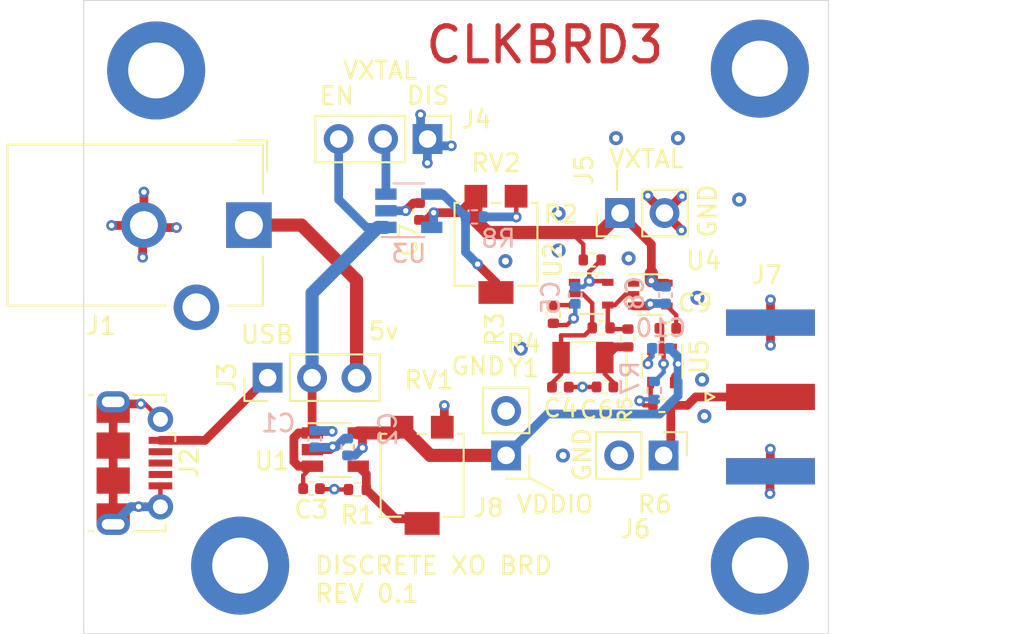
<source format=kicad_pcb>
(kicad_pcb (version 20171130) (host pcbnew "(5.1.7)-1")

  (general
    (thickness 1.6)
    (drawings 22)
    (tracks 250)
    (zones 0)
    (modules 38)
    (nets 16)
  )

  (page A4)
  (layers
    (0 F.Cu signal)
    (1 L01 signal)
    (2 L02 signal)
    (31 B.Cu signal)
    (32 B.Adhes user hide)
    (33 F.Adhes user hide)
    (34 B.Paste user hide)
    (35 F.Paste user hide)
    (36 B.SilkS user)
    (37 F.SilkS user hide)
    (38 B.Mask user hide)
    (39 F.Mask user hide)
    (40 Dwgs.User user hide)
    (41 Cmts.User user hide)
    (42 Eco1.User user hide)
    (43 Eco2.User user hide)
    (44 Edge.Cuts user)
    (45 Margin user hide)
    (46 B.CrtYd user)
    (47 F.CrtYd user)
    (48 B.Fab user hide)
    (49 F.Fab user hide)
  )

  (setup
    (last_trace_width 0.25)
    (user_trace_width 0.5)
    (user_trace_width 0.75)
    (user_trace_width 1)
    (trace_clearance 0.2)
    (zone_clearance 0.508)
    (zone_45_only no)
    (trace_min 0.2)
    (via_size 0.8)
    (via_drill 0.4)
    (via_min_size 0.4)
    (via_min_drill 0.3)
    (user_via 0.6096 0.3048)
    (uvia_size 0.3)
    (uvia_drill 0.1)
    (uvias_allowed no)
    (uvia_min_size 0.3)
    (uvia_min_drill 0.1)
    (edge_width 0.05)
    (segment_width 0.2)
    (pcb_text_width 0.3)
    (pcb_text_size 1.5 1.5)
    (mod_edge_width 0.12)
    (mod_text_size 1 1)
    (mod_text_width 0.15)
    (pad_size 1.524 1.524)
    (pad_drill 0.762)
    (pad_to_mask_clearance 0)
    (aux_axis_origin 0 0)
    (visible_elements 7FFFFFFF)
    (pcbplotparams
      (layerselection 0x010fc_ffffffff)
      (usegerberextensions true)
      (usegerberattributes false)
      (usegerberadvancedattributes false)
      (creategerberjobfile false)
      (excludeedgelayer true)
      (linewidth 0.100000)
      (plotframeref false)
      (viasonmask false)
      (mode 1)
      (useauxorigin false)
      (hpglpennumber 1)
      (hpglpenspeed 20)
      (hpglpendiameter 15.000000)
      (psnegative false)
      (psa4output false)
      (plotreference true)
      (plotvalue false)
      (plotinvisibletext false)
      (padsonsilk false)
      (subtractmaskfromsilk true)
      (outputformat 1)
      (mirror false)
      (drillshape 0)
      (scaleselection 1)
      (outputdirectory "plots/"))
  )

  (net 0 "")
  (net 1 "Net-(C1-Pad2)")
  (net 2 GND)
  (net 3 "Net-(C4-Pad1)")
  (net 4 "Net-(C6-Pad1)")
  (net 5 "Net-(C9-Pad2)")
  (net 6 "Net-(C9-Pad1)")
  (net 7 "Net-(J1-Pad1)")
  (net 8 "Net-(J2-Pad1)")
  (net 9 "Net-(J4-Pad2)")
  (net 10 "Net-(J6-Pad1)")
  (net 11 "Net-(R1-Pad2)")
  (net 12 "Net-(R4-Pad1)")
  (net 13 "Net-(R6-Pad1)")
  (net 14 +1V8)
  (net 15 "Net-(R8-Pad2)")

  (net_class Default "This is the default net class."
    (clearance 0.2)
    (trace_width 0.25)
    (via_dia 0.8)
    (via_drill 0.4)
    (uvia_dia 0.3)
    (uvia_drill 0.1)
    (add_net +1V8)
    (add_net GND)
    (add_net "Net-(C1-Pad2)")
    (add_net "Net-(C4-Pad1)")
    (add_net "Net-(C6-Pad1)")
    (add_net "Net-(C9-Pad1)")
    (add_net "Net-(C9-Pad2)")
    (add_net "Net-(J1-Pad1)")
    (add_net "Net-(J2-Pad1)")
    (add_net "Net-(J4-Pad2)")
    (add_net "Net-(J6-Pad1)")
    (add_net "Net-(R1-Pad2)")
    (add_net "Net-(R4-Pad1)")
    (add_net "Net-(R6-Pad1)")
    (add_net "Net-(R8-Pad2)")
  )

  (module Connector_PinHeader_2.54mm:PinHeader_1x02_P2.54mm_Vertical (layer F.Cu) (tedit 59FED5CC) (tstamp 609473F7)
    (at 68 50 180)
    (descr "Through hole straight pin header, 1x02, 2.54mm pitch, single row")
    (tags "Through hole pin header THT 1x02 2.54mm single row")
    (path /60B4869B)
    (fp_text reference J8 (at 1 -3) (layer F.SilkS)
      (effects (font (size 1 1) (thickness 0.15)))
    )
    (fp_text value vxtal_header (at 0 4.87) (layer F.Fab)
      (effects (font (size 1 1) (thickness 0.15)))
    )
    (fp_line (start 1.8 -1.8) (end -1.8 -1.8) (layer F.CrtYd) (width 0.05))
    (fp_line (start 1.8 4.35) (end 1.8 -1.8) (layer F.CrtYd) (width 0.05))
    (fp_line (start -1.8 4.35) (end 1.8 4.35) (layer F.CrtYd) (width 0.05))
    (fp_line (start -1.8 -1.8) (end -1.8 4.35) (layer F.CrtYd) (width 0.05))
    (fp_line (start -1.33 -1.33) (end 0 -1.33) (layer F.SilkS) (width 0.12))
    (fp_line (start -1.33 0) (end -1.33 -1.33) (layer F.SilkS) (width 0.12))
    (fp_line (start -1.33 1.27) (end 1.33 1.27) (layer F.SilkS) (width 0.12))
    (fp_line (start 1.33 1.27) (end 1.33 3.87) (layer F.SilkS) (width 0.12))
    (fp_line (start -1.33 1.27) (end -1.33 3.87) (layer F.SilkS) (width 0.12))
    (fp_line (start -1.33 3.87) (end 1.33 3.87) (layer F.SilkS) (width 0.12))
    (fp_line (start -1.27 -0.635) (end -0.635 -1.27) (layer F.Fab) (width 0.1))
    (fp_line (start -1.27 3.81) (end -1.27 -0.635) (layer F.Fab) (width 0.1))
    (fp_line (start 1.27 3.81) (end -1.27 3.81) (layer F.Fab) (width 0.1))
    (fp_line (start 1.27 -1.27) (end 1.27 3.81) (layer F.Fab) (width 0.1))
    (fp_line (start -0.635 -1.27) (end 1.27 -1.27) (layer F.Fab) (width 0.1))
    (fp_text user %R (at 0 1.27 90) (layer F.Fab)
      (effects (font (size 1 1) (thickness 0.15)))
    )
    (pad 2 thru_hole oval (at 0 2.54 180) (size 1.7 1.7) (drill 1) (layers *.Cu *.Mask)
      (net 2 GND))
    (pad 1 thru_hole rect (at 0 0 180) (size 1.7 1.7) (drill 1) (layers *.Cu *.Mask)
      (net 14 +1V8))
    (model ${KISYS3DMOD}/Connector_PinHeader_2.54mm.3dshapes/PinHeader_1x02_P2.54mm_Vertical.wrl
      (at (xyz 0 0 0))
      (scale (xyz 1 1 1))
      (rotate (xyz 0 0 0))
    )
  )

  (module MountingHole:MountingHole_3.2mm_M3_DIN965_Pad (layer F.Cu) (tedit 56D1B4CB) (tstamp 609739FC)
    (at 48 28)
    (descr "Mounting Hole 3.2mm, M3, DIN965")
    (tags "mounting hole 3.2mm m3 din965")
    (path /60B79B7F)
    (attr virtual)
    (fp_text reference H4 (at 4 -2) (layer F.SilkS) hide
      (effects (font (size 1 1) (thickness 0.15)))
    )
    (fp_text value MountingHole_Pad (at 0 3.8) (layer F.Fab)
      (effects (font (size 1 1) (thickness 0.15)))
    )
    (fp_circle (center 0 0) (end 3.05 0) (layer F.CrtYd) (width 0.05))
    (fp_circle (center 0 0) (end 2.8 0) (layer Cmts.User) (width 0.15))
    (fp_text user %R (at 0.3 0) (layer F.Fab)
      (effects (font (size 1 1) (thickness 0.15)))
    )
    (pad 1 thru_hole circle (at 0 0) (size 5.6 5.6) (drill 3.2) (layers *.Cu *.Mask)
      (net 2 GND))
  )

  (module MountingHole:MountingHole_3.2mm_M3_DIN965_Pad (layer F.Cu) (tedit 56D1B4CB) (tstamp 609739F4)
    (at 52.8 56.3)
    (descr "Mounting Hole 3.2mm, M3, DIN965")
    (tags "mounting hole 3.2mm m3 din965")
    (path /60B75AD7)
    (attr virtual)
    (fp_text reference H3 (at 0 -3.8) (layer F.SilkS) hide
      (effects (font (size 1 1) (thickness 0.15)))
    )
    (fp_text value MountingHole_Pad (at 0 3.8) (layer F.Fab)
      (effects (font (size 1 1) (thickness 0.15)))
    )
    (fp_circle (center 0 0) (end 3.05 0) (layer F.CrtYd) (width 0.05))
    (fp_circle (center 0 0) (end 2.8 0) (layer Cmts.User) (width 0.15))
    (fp_text user %R (at 0.3 0) (layer F.Fab)
      (effects (font (size 1 1) (thickness 0.15)))
    )
    (pad 1 thru_hole circle (at 0 0) (size 5.6 5.6) (drill 3.2) (layers *.Cu *.Mask)
      (net 2 GND))
  )

  (module MountingHole:MountingHole_3.2mm_M3_DIN965_Pad (layer F.Cu) (tedit 56D1B4CB) (tstamp 609739EC)
    (at 82.5 56.3)
    (descr "Mounting Hole 3.2mm, M3, DIN965")
    (tags "mounting hole 3.2mm m3 din965")
    (path /60B71A2F)
    (attr virtual)
    (fp_text reference H2 (at -6 1) (layer F.SilkS) hide
      (effects (font (size 1 1) (thickness 0.15)))
    )
    (fp_text value MountingHole_Pad (at 0 3.8) (layer F.Fab)
      (effects (font (size 1 1) (thickness 0.15)))
    )
    (fp_circle (center 0 0) (end 3.05 0) (layer F.CrtYd) (width 0.05))
    (fp_circle (center 0 0) (end 2.8 0) (layer Cmts.User) (width 0.15))
    (fp_text user %R (at 0.3 0) (layer F.Fab)
      (effects (font (size 1 1) (thickness 0.15)))
    )
    (pad 1 thru_hole circle (at 0 0) (size 5.6 5.6) (drill 3.2) (layers *.Cu *.Mask)
      (net 2 GND))
  )

  (module MountingHole:MountingHole_3.2mm_M3_DIN965_Pad (layer F.Cu) (tedit 56D1B4CB) (tstamp 609739E4)
    (at 82.5 27.9)
    (descr "Mounting Hole 3.2mm, M3, DIN965")
    (tags "mounting hole 3.2mm m3 din965")
    (path /60B6ADD4)
    (attr virtual)
    (fp_text reference H1 (at -4 -1) (layer F.SilkS) hide
      (effects (font (size 1 1) (thickness 0.15)))
    )
    (fp_text value MountingHole_Pad (at 0 3.8) (layer F.Fab)
      (effects (font (size 1 1) (thickness 0.15)))
    )
    (fp_circle (center 0 0) (end 3.05 0) (layer F.CrtYd) (width 0.05))
    (fp_circle (center 0 0) (end 2.8 0) (layer Cmts.User) (width 0.15))
    (fp_text user %R (at 0.3 0) (layer F.Fab)
      (effects (font (size 1 1) (thickness 0.15)))
    )
    (pad 1 thru_hole circle (at 0 0) (size 5.6 5.6) (drill 3.2) (layers *.Cu *.Mask)
      (net 2 GND))
  )

  (module Connector_PinHeader_2.54mm:PinHeader_1x02_P2.54mm_Vertical (layer F.Cu) (tedit 59FED5CC) (tstamp 60947373)
    (at 74.51 36.15 90)
    (descr "Through hole straight pin header, 1x02, 2.54mm pitch, single row")
    (tags "Through hole pin header THT 1x02 2.54mm single row")
    (path /60B31EAB)
    (fp_text reference J5 (at 2.47 -2.06 90) (layer F.SilkS)
      (effects (font (size 1 1) (thickness 0.15)))
    )
    (fp_text value vddio_header (at 0 4.87 90) (layer F.Fab)
      (effects (font (size 1 1) (thickness 0.15)))
    )
    (fp_line (start 1.8 -1.8) (end -1.8 -1.8) (layer F.CrtYd) (width 0.05))
    (fp_line (start 1.8 4.35) (end 1.8 -1.8) (layer F.CrtYd) (width 0.05))
    (fp_line (start -1.8 4.35) (end 1.8 4.35) (layer F.CrtYd) (width 0.05))
    (fp_line (start -1.8 -1.8) (end -1.8 4.35) (layer F.CrtYd) (width 0.05))
    (fp_line (start -1.33 -1.33) (end 0 -1.33) (layer F.SilkS) (width 0.12))
    (fp_line (start -1.33 0) (end -1.33 -1.33) (layer F.SilkS) (width 0.12))
    (fp_line (start -1.33 1.27) (end 1.33 1.27) (layer F.SilkS) (width 0.12))
    (fp_line (start 1.33 1.27) (end 1.33 3.87) (layer F.SilkS) (width 0.12))
    (fp_line (start -1.33 1.27) (end -1.33 3.87) (layer F.SilkS) (width 0.12))
    (fp_line (start -1.33 3.87) (end 1.33 3.87) (layer F.SilkS) (width 0.12))
    (fp_line (start -1.27 -0.635) (end -0.635 -1.27) (layer F.Fab) (width 0.1))
    (fp_line (start -1.27 3.81) (end -1.27 -0.635) (layer F.Fab) (width 0.1))
    (fp_line (start 1.27 3.81) (end -1.27 3.81) (layer F.Fab) (width 0.1))
    (fp_line (start 1.27 -1.27) (end 1.27 3.81) (layer F.Fab) (width 0.1))
    (fp_line (start -0.635 -1.27) (end 1.27 -1.27) (layer F.Fab) (width 0.1))
    (fp_text user %R (at 0 1.27) (layer F.Fab)
      (effects (font (size 1 1) (thickness 0.15)))
    )
    (pad 2 thru_hole oval (at 0 2.54 90) (size 1.7 1.7) (drill 1) (layers *.Cu *.Mask)
      (net 2 GND))
    (pad 1 thru_hole rect (at 0 0 90) (size 1.7 1.7) (drill 1) (layers *.Cu *.Mask)
      (net 14 +1V8))
    (model ${KISYS3DMOD}/Connector_PinHeader_2.54mm.3dshapes/PinHeader_1x02_P2.54mm_Vertical.wrl
      (at (xyz 0 0 0))
      (scale (xyz 1 1 1))
      (rotate (xyz 0 0 0))
    )
  )

  (module Resistor_SMD:R_0402_1005Metric (layer F.Cu) (tedit 5F68FEEE) (tstamp 607DF69D)
    (at 72.92 38.83 180)
    (descr "Resistor SMD 0402 (1005 Metric), square (rectangular) end terminal, IPC_7351 nominal, (Body size source: IPC-SM-782 page 72, https://www.pcb-3d.com/wordpress/wp-content/uploads/ipc-sm-782a_amendment_1_and_2.pdf), generated with kicad-footprint-generator")
    (tags resistor)
    (path /607C4579)
    (attr smd)
    (fp_text reference R2 (at 1.8 2.61) (layer F.SilkS)
      (effects (font (size 1 1) (thickness 0.15)))
    )
    (fp_text value 10k (at 0 1.17) (layer F.Fab)
      (effects (font (size 1 1) (thickness 0.15)))
    )
    (fp_line (start -0.525 0.27) (end -0.525 -0.27) (layer F.Fab) (width 0.1))
    (fp_line (start -0.525 -0.27) (end 0.525 -0.27) (layer F.Fab) (width 0.1))
    (fp_line (start 0.525 -0.27) (end 0.525 0.27) (layer F.Fab) (width 0.1))
    (fp_line (start 0.525 0.27) (end -0.525 0.27) (layer F.Fab) (width 0.1))
    (fp_line (start -0.153641 -0.38) (end 0.153641 -0.38) (layer F.SilkS) (width 0.12))
    (fp_line (start -0.153641 0.38) (end 0.153641 0.38) (layer F.SilkS) (width 0.12))
    (fp_line (start -0.93 0.47) (end -0.93 -0.47) (layer F.CrtYd) (width 0.05))
    (fp_line (start -0.93 -0.47) (end 0.93 -0.47) (layer F.CrtYd) (width 0.05))
    (fp_line (start 0.93 -0.47) (end 0.93 0.47) (layer F.CrtYd) (width 0.05))
    (fp_line (start 0.93 0.47) (end -0.93 0.47) (layer F.CrtYd) (width 0.05))
    (fp_text user %R (at 0 0) (layer F.Fab)
      (effects (font (size 0.26 0.26) (thickness 0.04)))
    )
    (pad 2 smd roundrect (at 0.51 0 180) (size 0.54 0.64) (layers F.Cu F.Paste F.Mask) (roundrect_rratio 0.25)
      (net 14 +1V8))
    (pad 1 smd roundrect (at -0.51 0 180) (size 0.54 0.64) (layers F.Cu F.Paste F.Mask) (roundrect_rratio 0.25)
      (net 14 +1V8))
    (model ${KISYS3DMOD}/Resistor_SMD.3dshapes/R_0402_1005Metric.wrl
      (at (xyz 0 0 0))
      (scale (xyz 1 1 1))
      (rotate (xyz 0 0 0))
    )
  )

  (module Resistor_SMD:R_0402_1005Metric (layer F.Cu) (tedit 5F68FEEE) (tstamp 607CDF18)
    (at 59.5 51.95)
    (descr "Resistor SMD 0402 (1005 Metric), square (rectangular) end terminal, IPC_7351 nominal, (Body size source: IPC-SM-782 page 72, https://www.pcb-3d.com/wordpress/wp-content/uploads/ipc-sm-782a_amendment_1_and_2.pdf), generated with kicad-footprint-generator")
    (tags resistor)
    (path /607FFA52)
    (attr smd)
    (fp_text reference R1 (at 0.02 1.46 -180) (layer F.SilkS)
      (effects (font (size 1 1) (thickness 0.15)))
    )
    (fp_text value 59k (at 0 1.17 -180) (layer F.Fab)
      (effects (font (size 1 1) (thickness 0.15)))
    )
    (fp_line (start -0.525 0.27) (end -0.525 -0.27) (layer F.Fab) (width 0.1))
    (fp_line (start -0.525 -0.27) (end 0.525 -0.27) (layer F.Fab) (width 0.1))
    (fp_line (start 0.525 -0.27) (end 0.525 0.27) (layer F.Fab) (width 0.1))
    (fp_line (start 0.525 0.27) (end -0.525 0.27) (layer F.Fab) (width 0.1))
    (fp_line (start -0.153641 -0.38) (end 0.153641 -0.38) (layer F.SilkS) (width 0.12))
    (fp_line (start -0.153641 0.38) (end 0.153641 0.38) (layer F.SilkS) (width 0.12))
    (fp_line (start -0.93 0.47) (end -0.93 -0.47) (layer F.CrtYd) (width 0.05))
    (fp_line (start -0.93 -0.47) (end 0.93 -0.47) (layer F.CrtYd) (width 0.05))
    (fp_line (start 0.93 -0.47) (end 0.93 0.47) (layer F.CrtYd) (width 0.05))
    (fp_line (start 0.93 0.47) (end -0.93 0.47) (layer F.CrtYd) (width 0.05))
    (fp_text user %R (at 0 0 -180) (layer F.Fab)
      (effects (font (size 0.26 0.26) (thickness 0.04)))
    )
    (pad 2 smd roundrect (at 0.51 0) (size 0.54 0.64) (layers F.Cu F.Paste F.Mask) (roundrect_rratio 0.25)
      (net 11 "Net-(R1-Pad2)"))
    (pad 1 smd roundrect (at -0.51 0) (size 0.54 0.64) (layers F.Cu F.Paste F.Mask) (roundrect_rratio 0.25)
      (net 2 GND))
    (model ${KISYS3DMOD}/Resistor_SMD.3dshapes/R_0402_1005Metric.wrl
      (at (xyz 0 0 0))
      (scale (xyz 1 1 1))
      (rotate (xyz 0 0 0))
    )
  )

  (module Capacitor_SMD:C_0402_1005Metric (layer F.Cu) (tedit 5F68FEEE) (tstamp 607E11CB)
    (at 56.88 51.9 180)
    (descr "Capacitor SMD 0402 (1005 Metric), square (rectangular) end terminal, IPC_7351 nominal, (Body size source: IPC-SM-782 page 76, https://www.pcb-3d.com/wordpress/wp-content/uploads/ipc-sm-782a_amendment_1_and_2.pdf), generated with kicad-footprint-generator")
    (tags capacitor)
    (path /6088C8BE)
    (attr smd)
    (fp_text reference C3 (at 0.01 -1.19) (layer F.SilkS)
      (effects (font (size 1 1) (thickness 0.15)))
    )
    (fp_text value 1u (at 0 1.16) (layer F.Fab)
      (effects (font (size 1 1) (thickness 0.15)))
    )
    (fp_line (start -0.5 0.25) (end -0.5 -0.25) (layer F.Fab) (width 0.1))
    (fp_line (start -0.5 -0.25) (end 0.5 -0.25) (layer F.Fab) (width 0.1))
    (fp_line (start 0.5 -0.25) (end 0.5 0.25) (layer F.Fab) (width 0.1))
    (fp_line (start 0.5 0.25) (end -0.5 0.25) (layer F.Fab) (width 0.1))
    (fp_line (start -0.107836 -0.36) (end 0.107836 -0.36) (layer F.SilkS) (width 0.12))
    (fp_line (start -0.107836 0.36) (end 0.107836 0.36) (layer F.SilkS) (width 0.12))
    (fp_line (start -0.91 0.46) (end -0.91 -0.46) (layer F.CrtYd) (width 0.05))
    (fp_line (start -0.91 -0.46) (end 0.91 -0.46) (layer F.CrtYd) (width 0.05))
    (fp_line (start 0.91 -0.46) (end 0.91 0.46) (layer F.CrtYd) (width 0.05))
    (fp_line (start 0.91 0.46) (end -0.91 0.46) (layer F.CrtYd) (width 0.05))
    (fp_text user %R (at 0 0) (layer F.Fab)
      (effects (font (size 0.25 0.25) (thickness 0.04)))
    )
    (pad 2 smd roundrect (at 0.48 0 180) (size 0.56 0.62) (layers F.Cu F.Paste F.Mask) (roundrect_rratio 0.25)
      (net 1 "Net-(C1-Pad2)"))
    (pad 1 smd roundrect (at -0.48 0 180) (size 0.56 0.62) (layers F.Cu F.Paste F.Mask) (roundrect_rratio 0.25)
      (net 2 GND))
    (model ${KISYS3DMOD}/Capacitor_SMD.3dshapes/C_0402_1005Metric.wrl
      (at (xyz 0 0 0))
      (scale (xyz 1 1 1))
      (rotate (xyz 0 0 0))
    )
  )

  (module Package_TO_SOT_SMD:TSOT-23-5 (layer B.Cu) (tedit 5A02FF57) (tstamp 607E1581)
    (at 62.44 36.02)
    (descr "5-pin TSOT23 package, http://cds.linear.com/docs/en/packaging/SOT_5_05-08-1635.pdf")
    (tags TSOT-23-5)
    (path /6088C8F2)
    (attr smd)
    (fp_text reference U3 (at 0 2.45) (layer B.SilkS)
      (effects (font (size 1 1) (thickness 0.15)) (justify mirror))
    )
    (fp_text value ADP1710AUJZ-R7 (at 0 -2.5) (layer B.Fab)
      (effects (font (size 1 1) (thickness 0.15)) (justify mirror))
    )
    (fp_line (start -0.88 -1.56) (end 0.88 -1.56) (layer B.SilkS) (width 0.12))
    (fp_line (start 0.88 1.51) (end -1.55 1.51) (layer B.SilkS) (width 0.12))
    (fp_line (start -0.88 1) (end -0.43 1.45) (layer B.Fab) (width 0.1))
    (fp_line (start 0.88 1.45) (end -0.43 1.45) (layer B.Fab) (width 0.1))
    (fp_line (start -0.88 1) (end -0.88 -1.45) (layer B.Fab) (width 0.1))
    (fp_line (start 0.88 -1.45) (end -0.88 -1.45) (layer B.Fab) (width 0.1))
    (fp_line (start 0.88 1.45) (end 0.88 -1.45) (layer B.Fab) (width 0.1))
    (fp_line (start -2.17 1.7) (end 2.17 1.7) (layer B.CrtYd) (width 0.05))
    (fp_line (start -2.17 1.7) (end -2.17 -1.7) (layer B.CrtYd) (width 0.05))
    (fp_line (start 2.17 -1.7) (end 2.17 1.7) (layer B.CrtYd) (width 0.05))
    (fp_line (start 2.17 -1.7) (end -2.17 -1.7) (layer B.CrtYd) (width 0.05))
    (fp_text user %R (at 0 0 -90) (layer B.Fab)
      (effects (font (size 0.5 0.5) (thickness 0.075)) (justify mirror))
    )
    (pad 5 smd rect (at 1.31 0.95) (size 1.22 0.65) (layers B.Cu B.Paste B.Mask)
      (net 14 +1V8))
    (pad 4 smd rect (at 1.31 -0.95) (size 1.22 0.65) (layers B.Cu B.Paste B.Mask)
      (net 15 "Net-(R8-Pad2)"))
    (pad 3 smd rect (at -1.31 -0.95) (size 1.22 0.65) (layers B.Cu B.Paste B.Mask)
      (net 9 "Net-(J4-Pad2)"))
    (pad 2 smd rect (at -1.31 0) (size 1.22 0.65) (layers B.Cu B.Paste B.Mask)
      (net 2 GND))
    (pad 1 smd rect (at -1.31 0.95) (size 1.22 0.65) (layers B.Cu B.Paste B.Mask)
      (net 1 "Net-(C1-Pad2)"))
    (model ${KISYS3DMOD}/Package_TO_SOT_SMD.3dshapes/TSOT-23-5.wrl
      (at (xyz 0 0 0))
      (scale (xyz 1 1 1))
      (rotate (xyz 0 0 0))
    )
  )

  (module Potentiometer_SMD:Potentiometer_Bourns_3314G_Vertical (layer F.Cu) (tedit 5A81E1D7) (tstamp 607E151C)
    (at 67.42 37.94)
    (descr "Potentiometer, vertical, Bourns 3314G, http://www.bourns.com/docs/Product-Datasheets/3314.pdf")
    (tags "Potentiometer vertical Bourns 3314G")
    (path /6088C8CA)
    (attr smd)
    (fp_text reference RV2 (at 0 -4.65) (layer F.SilkS)
      (effects (font (size 1 1) (thickness 0.15)))
    )
    (fp_text value 50k (at 0 4.65) (layer F.Fab)
      (effects (font (size 1 1) (thickness 0.15)))
    )
    (fp_circle (center 0 0) (end 1 0) (layer F.Fab) (width 0.1))
    (fp_line (start -2.25 -2.25) (end -2.25 2.25) (layer F.Fab) (width 0.1))
    (fp_line (start -2.25 2.25) (end 2.25 2.25) (layer F.Fab) (width 0.1))
    (fp_line (start 2.25 2.25) (end 2.25 -2.25) (layer F.Fab) (width 0.1))
    (fp_line (start 2.25 -2.25) (end -2.25 -2.25) (layer F.Fab) (width 0.1))
    (fp_line (start 0 0.99) (end 0.001 -0.989) (layer F.Fab) (width 0.1))
    (fp_line (start 0 0.99) (end 0.001 -0.989) (layer F.Fab) (width 0.1))
    (fp_line (start 2.04 -2.37) (end 2.37 -2.37) (layer F.SilkS) (width 0.12))
    (fp_line (start -2.37 -2.37) (end -2.039 -2.37) (layer F.SilkS) (width 0.12))
    (fp_line (start -0.259 -2.37) (end 0.26 -2.37) (layer F.SilkS) (width 0.12))
    (fp_line (start -2.37 2.37) (end -1.24 2.37) (layer F.SilkS) (width 0.12))
    (fp_line (start 1.24 2.37) (end 2.37 2.37) (layer F.SilkS) (width 0.12))
    (fp_line (start -2.37 -2.37) (end -2.37 2.37) (layer F.SilkS) (width 0.12))
    (fp_line (start 2.37 -2.37) (end 2.37 2.37) (layer F.SilkS) (width 0.12))
    (fp_line (start -2.5 -3.65) (end -2.5 3.65) (layer F.CrtYd) (width 0.05))
    (fp_line (start -2.5 3.65) (end 2.5 3.65) (layer F.CrtYd) (width 0.05))
    (fp_line (start 2.5 3.65) (end 2.5 -3.65) (layer F.CrtYd) (width 0.05))
    (fp_line (start 2.5 -3.65) (end -2.5 -3.65) (layer F.CrtYd) (width 0.05))
    (fp_text user %R (at 0 -1.7) (layer F.Fab)
      (effects (font (size 0.63 0.63) (thickness 0.15)))
    )
    (pad 3 smd rect (at -1.15 -2.75) (size 1.3 1.3) (layers F.Cu F.Paste F.Mask)
      (net 14 +1V8))
    (pad 2 smd rect (at 0 2.75) (size 2 1.3) (layers F.Cu F.Paste F.Mask)
      (net 15 "Net-(R8-Pad2)"))
    (pad 1 smd rect (at 1.15 -2.75) (size 1.3 1.3) (layers F.Cu F.Paste F.Mask)
      (net 2 GND))
    (model ${KISYS3DMOD}/Potentiometer_SMD.3dshapes/Potentiometer_Bourns_3314G_Vertical.wrl
      (at (xyz 0 0 0))
      (scale (xyz 1 1 1))
      (rotate (xyz 0 0 0))
    )
  )

  (module Resistor_SMD:R_0402_1005Metric (layer B.Cu) (tedit 5F68FEEE) (tstamp 607E14D0)
    (at 66.19 36.37 180)
    (descr "Resistor SMD 0402 (1005 Metric), square (rectangular) end terminal, IPC_7351 nominal, (Body size source: IPC-SM-782 page 72, https://www.pcb-3d.com/wordpress/wp-content/uploads/ipc-sm-782a_amendment_1_and_2.pdf), generated with kicad-footprint-generator")
    (tags resistor)
    (path /6088C8DD)
    (attr smd)
    (fp_text reference R8 (at -1.37 -1.24) (layer B.SilkS)
      (effects (font (size 1 1) (thickness 0.15)) (justify mirror))
    )
    (fp_text value 59k (at 0 -1.17) (layer B.Fab)
      (effects (font (size 1 1) (thickness 0.15)) (justify mirror))
    )
    (fp_line (start -0.525 -0.27) (end -0.525 0.27) (layer B.Fab) (width 0.1))
    (fp_line (start -0.525 0.27) (end 0.525 0.27) (layer B.Fab) (width 0.1))
    (fp_line (start 0.525 0.27) (end 0.525 -0.27) (layer B.Fab) (width 0.1))
    (fp_line (start 0.525 -0.27) (end -0.525 -0.27) (layer B.Fab) (width 0.1))
    (fp_line (start -0.153641 0.38) (end 0.153641 0.38) (layer B.SilkS) (width 0.12))
    (fp_line (start -0.153641 -0.38) (end 0.153641 -0.38) (layer B.SilkS) (width 0.12))
    (fp_line (start -0.93 -0.47) (end -0.93 0.47) (layer B.CrtYd) (width 0.05))
    (fp_line (start -0.93 0.47) (end 0.93 0.47) (layer B.CrtYd) (width 0.05))
    (fp_line (start 0.93 0.47) (end 0.93 -0.47) (layer B.CrtYd) (width 0.05))
    (fp_line (start 0.93 -0.47) (end -0.93 -0.47) (layer B.CrtYd) (width 0.05))
    (fp_text user %R (at 0 0) (layer B.Fab)
      (effects (font (size 0.26 0.26) (thickness 0.04)) (justify mirror))
    )
    (pad 2 smd roundrect (at 0.51 0 180) (size 0.54 0.64) (layers B.Cu B.Paste B.Mask) (roundrect_rratio 0.25)
      (net 15 "Net-(R8-Pad2)"))
    (pad 1 smd roundrect (at -0.51 0 180) (size 0.54 0.64) (layers B.Cu B.Paste B.Mask) (roundrect_rratio 0.25)
      (net 2 GND))
    (model ${KISYS3DMOD}/Resistor_SMD.3dshapes/R_0402_1005Metric.wrl
      (at (xyz 0 0 0))
      (scale (xyz 1 1 1))
      (rotate (xyz 0 0 0))
    )
  )

  (module Connector_PinHeader_2.54mm:PinHeader_1x03_P2.54mm_Vertical (layer F.Cu) (tedit 59FED5CC) (tstamp 607E1371)
    (at 63.51 31.92 270)
    (descr "Through hole straight pin header, 1x03, 2.54mm pitch, single row")
    (tags "Through hole pin header THT 1x03 2.54mm single row")
    (path /6089407E)
    (fp_text reference J4 (at -1.12 -2.79 180) (layer F.SilkS)
      (effects (font (size 1 1) (thickness 0.15)))
    )
    (fp_text value "0.9v enable" (at 0 7.41 90) (layer F.Fab)
      (effects (font (size 1 1) (thickness 0.15)))
    )
    (fp_line (start -0.635 -1.27) (end 1.27 -1.27) (layer F.Fab) (width 0.1))
    (fp_line (start 1.27 -1.27) (end 1.27 6.35) (layer F.Fab) (width 0.1))
    (fp_line (start 1.27 6.35) (end -1.27 6.35) (layer F.Fab) (width 0.1))
    (fp_line (start -1.27 6.35) (end -1.27 -0.635) (layer F.Fab) (width 0.1))
    (fp_line (start -1.27 -0.635) (end -0.635 -1.27) (layer F.Fab) (width 0.1))
    (fp_line (start -1.33 6.41) (end 1.33 6.41) (layer F.SilkS) (width 0.12))
    (fp_line (start -1.33 1.27) (end -1.33 6.41) (layer F.SilkS) (width 0.12))
    (fp_line (start 1.33 1.27) (end 1.33 6.41) (layer F.SilkS) (width 0.12))
    (fp_line (start -1.33 1.27) (end 1.33 1.27) (layer F.SilkS) (width 0.12))
    (fp_line (start -1.33 0) (end -1.33 -1.33) (layer F.SilkS) (width 0.12))
    (fp_line (start -1.33 -1.33) (end 0 -1.33) (layer F.SilkS) (width 0.12))
    (fp_line (start -1.8 -1.8) (end -1.8 6.85) (layer F.CrtYd) (width 0.05))
    (fp_line (start -1.8 6.85) (end 1.8 6.85) (layer F.CrtYd) (width 0.05))
    (fp_line (start 1.8 6.85) (end 1.8 -1.8) (layer F.CrtYd) (width 0.05))
    (fp_line (start 1.8 -1.8) (end -1.8 -1.8) (layer F.CrtYd) (width 0.05))
    (fp_text user %R (at 0 2.54) (layer F.Fab)
      (effects (font (size 1 1) (thickness 0.15)))
    )
    (pad 3 thru_hole oval (at 0 5.08 270) (size 1.7 1.7) (drill 1) (layers *.Cu *.Mask)
      (net 1 "Net-(C1-Pad2)"))
    (pad 2 thru_hole oval (at 0 2.54 270) (size 1.7 1.7) (drill 1) (layers *.Cu *.Mask)
      (net 9 "Net-(J4-Pad2)"))
    (pad 1 thru_hole rect (at 0 0 270) (size 1.7 1.7) (drill 1) (layers *.Cu *.Mask)
      (net 2 GND))
    (model ${KISYS3DMOD}/Connector_PinHeader_2.54mm.3dshapes/PinHeader_1x03_P2.54mm_Vertical.wrl
      (at (xyz 0 0 0))
      (scale (xyz 1 1 1))
      (rotate (xyz 0 0 0))
    )
  )

  (module Capacitor_SMD:C_0402_1005Metric (layer F.Cu) (tedit 5F68FEEE) (tstamp 607E123C)
    (at 63.05 36.06 270)
    (descr "Capacitor SMD 0402 (1005 Metric), square (rectangular) end terminal, IPC_7351 nominal, (Body size source: IPC-SM-782 page 76, https://www.pcb-3d.com/wordpress/wp-content/uploads/ipc-sm-782a_amendment_1_and_2.pdf), generated with kicad-footprint-generator")
    (tags capacitor)
    (path /6088C8D2)
    (attr smd)
    (fp_text reference C7 (at 1.63 0.65 90) (layer F.SilkS)
      (effects (font (size 1 1) (thickness 0.15)))
    )
    (fp_text value 1u (at 0 1.16 90) (layer F.Fab)
      (effects (font (size 1 1) (thickness 0.15)))
    )
    (fp_line (start -0.5 0.25) (end -0.5 -0.25) (layer F.Fab) (width 0.1))
    (fp_line (start -0.5 -0.25) (end 0.5 -0.25) (layer F.Fab) (width 0.1))
    (fp_line (start 0.5 -0.25) (end 0.5 0.25) (layer F.Fab) (width 0.1))
    (fp_line (start 0.5 0.25) (end -0.5 0.25) (layer F.Fab) (width 0.1))
    (fp_line (start -0.107836 -0.36) (end 0.107836 -0.36) (layer F.SilkS) (width 0.12))
    (fp_line (start -0.107836 0.36) (end 0.107836 0.36) (layer F.SilkS) (width 0.12))
    (fp_line (start -0.91 0.46) (end -0.91 -0.46) (layer F.CrtYd) (width 0.05))
    (fp_line (start -0.91 -0.46) (end 0.91 -0.46) (layer F.CrtYd) (width 0.05))
    (fp_line (start 0.91 -0.46) (end 0.91 0.46) (layer F.CrtYd) (width 0.05))
    (fp_line (start 0.91 0.46) (end -0.91 0.46) (layer F.CrtYd) (width 0.05))
    (fp_text user %R (at 0 0 90) (layer F.Fab)
      (effects (font (size 0.25 0.25) (thickness 0.04)))
    )
    (pad 2 smd roundrect (at 0.48 0 270) (size 0.56 0.62) (layers F.Cu F.Paste F.Mask) (roundrect_rratio 0.25)
      (net 14 +1V8))
    (pad 1 smd roundrect (at -0.48 0 270) (size 0.56 0.62) (layers F.Cu F.Paste F.Mask) (roundrect_rratio 0.25)
      (net 2 GND))
    (model ${KISYS3DMOD}/Capacitor_SMD.3dshapes/C_0402_1005Metric.wrl
      (at (xyz 0 0 0))
      (scale (xyz 1 1 1))
      (rotate (xyz 0 0 0))
    )
  )

  (module Crystal:Crystal_SMD_3215-2Pin_3.2x1.5mm (layer F.Cu) (tedit 5A0FD1B2) (tstamp 607DF7B9)
    (at 72.39 44.41 180)
    (descr "SMD Crystal FC-135 https://support.epson.biz/td/api/doc_check.php?dl=brief_FC-135R_en.pdf")
    (tags "SMD SMT Crystal")
    (path /607CDE15)
    (attr smd)
    (fp_text reference Y1 (at 3.39 -0.59) (layer F.SilkS)
      (effects (font (size 1 1) (thickness 0.15)))
    )
    (fp_text value Crystal (at 0 2) (layer F.Fab)
      (effects (font (size 1 1) (thickness 0.15)))
    )
    (fp_line (start -2 -1.15) (end 2 -1.15) (layer F.CrtYd) (width 0.05))
    (fp_line (start -1.6 -0.75) (end -1.6 0.75) (layer F.Fab) (width 0.1))
    (fp_line (start -0.675 0.875) (end 0.675 0.875) (layer F.SilkS) (width 0.12))
    (fp_line (start -0.675 -0.875) (end 0.675 -0.875) (layer F.SilkS) (width 0.12))
    (fp_line (start 1.6 -0.75) (end 1.6 0.75) (layer F.Fab) (width 0.1))
    (fp_line (start -1.6 -0.75) (end 1.6 -0.75) (layer F.Fab) (width 0.1))
    (fp_line (start -1.6 0.75) (end 1.6 0.75) (layer F.Fab) (width 0.1))
    (fp_line (start -2 1.15) (end 2 1.15) (layer F.CrtYd) (width 0.05))
    (fp_line (start -2 -1.15) (end -2 1.15) (layer F.CrtYd) (width 0.05))
    (fp_line (start 2 -1.15) (end 2 1.15) (layer F.CrtYd) (width 0.05))
    (fp_text user %R (at 0 -2) (layer F.Fab)
      (effects (font (size 1 1) (thickness 0.15)))
    )
    (pad 2 smd rect (at -1.25 0 180) (size 1 1.8) (layers F.Cu F.Paste F.Mask)
      (net 4 "Net-(C6-Pad1)"))
    (pad 1 smd rect (at 1.25 0 180) (size 1 1.8) (layers F.Cu F.Paste F.Mask)
      (net 3 "Net-(C4-Pad1)"))
    (model ${KISYS3DMOD}/Crystal.3dshapes/Crystal_SMD_3215-2Pin_3.2x1.5mm.wrl
      (at (xyz 0 0 0))
      (scale (xyz 1 1 1))
      (rotate (xyz 0 0 0))
    )
  )

  (module Package_TO_SOT_SMD:SOT-353_SC-70-5 (layer F.Cu) (tedit 5A02FF57) (tstamp 607DF7A8)
    (at 76.91 44.89 270)
    (descr "SOT-353, SC-70-5")
    (tags "SOT-353 SC-70-5")
    (path /607C238C)
    (attr smd)
    (fp_text reference U5 (at -0.53 -2.13 90) (layer F.SilkS)
      (effects (font (size 1 1) (thickness 0.15)))
    )
    (fp_text value 74LVC1G04 (at 0 2 270) (layer F.Fab)
      (effects (font (size 1 1) (thickness 0.15)))
    )
    (fp_line (start 0.7 -1.16) (end -1.2 -1.16) (layer F.SilkS) (width 0.12))
    (fp_line (start -0.7 1.16) (end 0.7 1.16) (layer F.SilkS) (width 0.12))
    (fp_line (start 1.6 1.4) (end 1.6 -1.4) (layer F.CrtYd) (width 0.05))
    (fp_line (start -1.6 -1.4) (end -1.6 1.4) (layer F.CrtYd) (width 0.05))
    (fp_line (start -1.6 -1.4) (end 1.6 -1.4) (layer F.CrtYd) (width 0.05))
    (fp_line (start 0.675 -1.1) (end -0.175 -1.1) (layer F.Fab) (width 0.1))
    (fp_line (start -0.675 -0.6) (end -0.675 1.1) (layer F.Fab) (width 0.1))
    (fp_line (start -1.6 1.4) (end 1.6 1.4) (layer F.CrtYd) (width 0.05))
    (fp_line (start 0.675 -1.1) (end 0.675 1.1) (layer F.Fab) (width 0.1))
    (fp_line (start 0.675 1.1) (end -0.675 1.1) (layer F.Fab) (width 0.1))
    (fp_line (start -0.175 -1.1) (end -0.675 -0.6) (layer F.Fab) (width 0.1))
    (fp_text user %R (at 0 0) (layer F.Fab)
      (effects (font (size 0.5 0.5) (thickness 0.075)))
    )
    (pad 5 smd rect (at 0.95 -0.65 270) (size 0.65 0.4) (layers F.Cu F.Paste F.Mask)
      (net 14 +1V8))
    (pad 4 smd rect (at 0.95 0.65 270) (size 0.65 0.4) (layers F.Cu F.Paste F.Mask)
      (net 13 "Net-(R6-Pad1)"))
    (pad 2 smd rect (at -0.95 0 270) (size 0.65 0.4) (layers F.Cu F.Paste F.Mask)
      (net 6 "Net-(C9-Pad1)"))
    (pad 3 smd rect (at -0.95 0.65 270) (size 0.65 0.4) (layers F.Cu F.Paste F.Mask)
      (net 2 GND))
    (pad 1 smd rect (at -0.95 -0.65 270) (size 0.65 0.4) (layers F.Cu F.Paste F.Mask))
    (model ${KISYS3DMOD}/Package_TO_SOT_SMD.3dshapes/SOT-353_SC-70-5.wrl
      (at (xyz 0 0 0))
      (scale (xyz 1 1 1))
      (rotate (xyz 0 0 0))
    )
  )

  (module Package_TO_SOT_SMD:SOT-353_SC-70-5 (layer F.Cu) (tedit 5A02FF57) (tstamp 607DF793)
    (at 76.24 40.81)
    (descr "SOT-353, SC-70-5")
    (tags "SOT-353 SC-70-5")
    (path /607C15DF)
    (attr smd)
    (fp_text reference U4 (at 3.05 -1.93) (layer F.SilkS)
      (effects (font (size 1 1) (thickness 0.15)))
    )
    (fp_text value 74AUP1G14 (at 0 2 180) (layer F.Fab)
      (effects (font (size 1 1) (thickness 0.15)))
    )
    (fp_line (start 0.7 -1.16) (end -1.2 -1.16) (layer F.SilkS) (width 0.12))
    (fp_line (start -0.7 1.16) (end 0.7 1.16) (layer F.SilkS) (width 0.12))
    (fp_line (start 1.6 1.4) (end 1.6 -1.4) (layer F.CrtYd) (width 0.05))
    (fp_line (start -1.6 -1.4) (end -1.6 1.4) (layer F.CrtYd) (width 0.05))
    (fp_line (start -1.6 -1.4) (end 1.6 -1.4) (layer F.CrtYd) (width 0.05))
    (fp_line (start 0.675 -1.1) (end -0.175 -1.1) (layer F.Fab) (width 0.1))
    (fp_line (start -0.675 -0.6) (end -0.675 1.1) (layer F.Fab) (width 0.1))
    (fp_line (start -1.6 1.4) (end 1.6 1.4) (layer F.CrtYd) (width 0.05))
    (fp_line (start 0.675 -1.1) (end 0.675 1.1) (layer F.Fab) (width 0.1))
    (fp_line (start 0.675 1.1) (end -0.675 1.1) (layer F.Fab) (width 0.1))
    (fp_line (start -0.175 -1.1) (end -0.675 -0.6) (layer F.Fab) (width 0.1))
    (fp_text user %R (at 0 0 90) (layer F.Fab)
      (effects (font (size 0.5 0.5) (thickness 0.075)))
    )
    (pad 5 smd rect (at 0.95 -0.65) (size 0.65 0.4) (layers F.Cu F.Paste F.Mask)
      (net 14 +1V8))
    (pad 4 smd rect (at 0.95 0.65) (size 0.65 0.4) (layers F.Cu F.Paste F.Mask)
      (net 5 "Net-(C9-Pad2)"))
    (pad 2 smd rect (at -0.95 0) (size 0.65 0.4) (layers F.Cu F.Paste F.Mask)
      (net 12 "Net-(R4-Pad1)"))
    (pad 3 smd rect (at -0.95 0.65) (size 0.65 0.4) (layers F.Cu F.Paste F.Mask)
      (net 2 GND))
    (pad 1 smd rect (at -0.95 -0.65) (size 0.65 0.4) (layers F.Cu F.Paste F.Mask))
    (model ${KISYS3DMOD}/Package_TO_SOT_SMD.3dshapes/SOT-353_SC-70-5.wrl
      (at (xyz 0 0 0))
      (scale (xyz 1 1 1))
      (rotate (xyz 0 0 0))
    )
  )

  (module Package_TO_SOT_SMD:SOT-353_SC-70-5 (layer F.Cu) (tedit 5A02FF57) (tstamp 607DF761)
    (at 72.86 40.76)
    (descr "SOT-353, SC-70-5")
    (tags "SOT-353 SC-70-5")
    (path /607BCABC)
    (attr smd)
    (fp_text reference U2 (at -2.2 -1.92 90) (layer F.SilkS)
      (effects (font (size 1 1) (thickness 0.15)))
    )
    (fp_text value 74AUP1GU04 (at 0 2 180) (layer F.Fab)
      (effects (font (size 1 1) (thickness 0.15)))
    )
    (fp_line (start 0.7 -1.16) (end -1.2 -1.16) (layer F.SilkS) (width 0.12))
    (fp_line (start -0.7 1.16) (end 0.7 1.16) (layer F.SilkS) (width 0.12))
    (fp_line (start 1.6 1.4) (end 1.6 -1.4) (layer F.CrtYd) (width 0.05))
    (fp_line (start -1.6 -1.4) (end -1.6 1.4) (layer F.CrtYd) (width 0.05))
    (fp_line (start -1.6 -1.4) (end 1.6 -1.4) (layer F.CrtYd) (width 0.05))
    (fp_line (start 0.675 -1.1) (end -0.175 -1.1) (layer F.Fab) (width 0.1))
    (fp_line (start -0.675 -0.6) (end -0.675 1.1) (layer F.Fab) (width 0.1))
    (fp_line (start -1.6 1.4) (end 1.6 1.4) (layer F.CrtYd) (width 0.05))
    (fp_line (start 0.675 -1.1) (end 0.675 1.1) (layer F.Fab) (width 0.1))
    (fp_line (start 0.675 1.1) (end -0.675 1.1) (layer F.Fab) (width 0.1))
    (fp_line (start -0.175 -1.1) (end -0.675 -0.6) (layer F.Fab) (width 0.1))
    (fp_text user %R (at 0 0 90) (layer F.Fab)
      (effects (font (size 0.5 0.5) (thickness 0.075)))
    )
    (pad 5 smd rect (at 0.95 -0.65) (size 0.65 0.4) (layers F.Cu F.Paste F.Mask)
      (net 14 +1V8))
    (pad 4 smd rect (at 0.95 0.65) (size 0.65 0.4) (layers F.Cu F.Paste F.Mask)
      (net 12 "Net-(R4-Pad1)"))
    (pad 2 smd rect (at -0.95 0) (size 0.65 0.4) (layers F.Cu F.Paste F.Mask)
      (net 3 "Net-(C4-Pad1)"))
    (pad 3 smd rect (at -0.95 0.65) (size 0.65 0.4) (layers F.Cu F.Paste F.Mask)
      (net 2 GND))
    (pad 1 smd rect (at -0.95 -0.65) (size 0.65 0.4) (layers F.Cu F.Paste F.Mask))
    (model ${KISYS3DMOD}/Package_TO_SOT_SMD.3dshapes/SOT-353_SC-70-5.wrl
      (at (xyz 0 0 0))
      (scale (xyz 1 1 1))
      (rotate (xyz 0 0 0))
    )
  )

  (module Resistor_SMD:R_0402_1005Metric (layer B.Cu) (tedit 5F68FEEE) (tstamp 607DF6F2)
    (at 76.47 46.29 270)
    (descr "Resistor SMD 0402 (1005 Metric), square (rectangular) end terminal, IPC_7351 nominal, (Body size source: IPC-SM-782 page 72, https://www.pcb-3d.com/wordpress/wp-content/uploads/ipc-sm-782a_amendment_1_and_2.pdf), generated with kicad-footprint-generator")
    (tags resistor)
    (path /607D08DF)
    (attr smd)
    (fp_text reference R7 (at -0.71 1.38 270) (layer B.SilkS)
      (effects (font (size 1 1) (thickness 0.15)) (justify mirror))
    )
    (fp_text value 10M (at 0 -1.17 270) (layer B.Fab)
      (effects (font (size 1 1) (thickness 0.15)) (justify mirror))
    )
    (fp_line (start -0.525 -0.27) (end -0.525 0.27) (layer B.Fab) (width 0.1))
    (fp_line (start -0.525 0.27) (end 0.525 0.27) (layer B.Fab) (width 0.1))
    (fp_line (start 0.525 0.27) (end 0.525 -0.27) (layer B.Fab) (width 0.1))
    (fp_line (start 0.525 -0.27) (end -0.525 -0.27) (layer B.Fab) (width 0.1))
    (fp_line (start -0.153641 0.38) (end 0.153641 0.38) (layer B.SilkS) (width 0.12))
    (fp_line (start -0.153641 -0.38) (end 0.153641 -0.38) (layer B.SilkS) (width 0.12))
    (fp_line (start -0.93 -0.47) (end -0.93 0.47) (layer B.CrtYd) (width 0.05))
    (fp_line (start -0.93 0.47) (end 0.93 0.47) (layer B.CrtYd) (width 0.05))
    (fp_line (start 0.93 0.47) (end 0.93 -0.47) (layer B.CrtYd) (width 0.05))
    (fp_line (start 0.93 -0.47) (end -0.93 -0.47) (layer B.CrtYd) (width 0.05))
    (fp_text user %R (at 0 0 270) (layer B.Fab)
      (effects (font (size 0.26 0.26) (thickness 0.04)) (justify mirror))
    )
    (pad 2 smd roundrect (at 0.51 0 270) (size 0.54 0.64) (layers B.Cu B.Paste B.Mask) (roundrect_rratio 0.25)
      (net 13 "Net-(R6-Pad1)"))
    (pad 1 smd roundrect (at -0.51 0 270) (size 0.54 0.64) (layers B.Cu B.Paste B.Mask) (roundrect_rratio 0.25)
      (net 6 "Net-(C9-Pad1)"))
    (model ${KISYS3DMOD}/Resistor_SMD.3dshapes/R_0402_1005Metric.wrl
      (at (xyz 0 0 0))
      (scale (xyz 1 1 1))
      (rotate (xyz 0 0 0))
    )
  )

  (module Resistor_SMD:R_0402_1005Metric (layer F.Cu) (tedit 5F68FEEE) (tstamp 607DF6E1)
    (at 76.9 47.14)
    (descr "Resistor SMD 0402 (1005 Metric), square (rectangular) end terminal, IPC_7351 nominal, (Body size source: IPC-SM-782 page 72, https://www.pcb-3d.com/wordpress/wp-content/uploads/ipc-sm-782a_amendment_1_and_2.pdf), generated with kicad-footprint-generator")
    (tags resistor)
    (path /607EA041)
    (attr smd)
    (fp_text reference R6 (at -0.4 5.66) (layer F.SilkS)
      (effects (font (size 1 1) (thickness 0.15)))
    )
    (fp_text value 0 (at 0 1.17) (layer F.Fab)
      (effects (font (size 1 1) (thickness 0.15)))
    )
    (fp_line (start -0.525 0.27) (end -0.525 -0.27) (layer F.Fab) (width 0.1))
    (fp_line (start -0.525 -0.27) (end 0.525 -0.27) (layer F.Fab) (width 0.1))
    (fp_line (start 0.525 -0.27) (end 0.525 0.27) (layer F.Fab) (width 0.1))
    (fp_line (start 0.525 0.27) (end -0.525 0.27) (layer F.Fab) (width 0.1))
    (fp_line (start -0.153641 -0.38) (end 0.153641 -0.38) (layer F.SilkS) (width 0.12))
    (fp_line (start -0.153641 0.38) (end 0.153641 0.38) (layer F.SilkS) (width 0.12))
    (fp_line (start -0.93 0.47) (end -0.93 -0.47) (layer F.CrtYd) (width 0.05))
    (fp_line (start -0.93 -0.47) (end 0.93 -0.47) (layer F.CrtYd) (width 0.05))
    (fp_line (start 0.93 -0.47) (end 0.93 0.47) (layer F.CrtYd) (width 0.05))
    (fp_line (start 0.93 0.47) (end -0.93 0.47) (layer F.CrtYd) (width 0.05))
    (fp_text user %R (at 0 0) (layer F.Fab)
      (effects (font (size 0.26 0.26) (thickness 0.04)))
    )
    (pad 2 smd roundrect (at 0.51 0) (size 0.54 0.64) (layers F.Cu F.Paste F.Mask) (roundrect_rratio 0.25)
      (net 10 "Net-(J6-Pad1)"))
    (pad 1 smd roundrect (at -0.51 0) (size 0.54 0.64) (layers F.Cu F.Paste F.Mask) (roundrect_rratio 0.25)
      (net 13 "Net-(R6-Pad1)"))
    (model ${KISYS3DMOD}/Resistor_SMD.3dshapes/R_0402_1005Metric.wrl
      (at (xyz 0 0 0))
      (scale (xyz 1 1 1))
      (rotate (xyz 0 0 0))
    )
  )

  (module Resistor_SMD:R_0402_1005Metric (layer F.Cu) (tedit 5F68FEEE) (tstamp 607DF6D0)
    (at 74.96 43.29 90)
    (descr "Resistor SMD 0402 (1005 Metric), square (rectangular) end terminal, IPC_7351 nominal, (Body size source: IPC-SM-782 page 72, https://www.pcb-3d.com/wordpress/wp-content/uploads/ipc-sm-782a_amendment_1_and_2.pdf), generated with kicad-footprint-generator")
    (tags resistor)
    (path /607CEC7F)
    (attr smd)
    (fp_text reference R5 (at -4.11 -0.16 90) (layer F.SilkS)
      (effects (font (size 0.75 0.75) (thickness 0.15)))
    )
    (fp_text value 330k (at 0 1.17 90) (layer F.Fab)
      (effects (font (size 1 1) (thickness 0.15)))
    )
    (fp_line (start -0.525 0.27) (end -0.525 -0.27) (layer F.Fab) (width 0.1))
    (fp_line (start -0.525 -0.27) (end 0.525 -0.27) (layer F.Fab) (width 0.1))
    (fp_line (start 0.525 -0.27) (end 0.525 0.27) (layer F.Fab) (width 0.1))
    (fp_line (start 0.525 0.27) (end -0.525 0.27) (layer F.Fab) (width 0.1))
    (fp_line (start -0.153641 -0.38) (end 0.153641 -0.38) (layer F.SilkS) (width 0.12))
    (fp_line (start -0.153641 0.38) (end 0.153641 0.38) (layer F.SilkS) (width 0.12))
    (fp_line (start -0.93 0.47) (end -0.93 -0.47) (layer F.CrtYd) (width 0.05))
    (fp_line (start -0.93 -0.47) (end 0.93 -0.47) (layer F.CrtYd) (width 0.05))
    (fp_line (start 0.93 -0.47) (end 0.93 0.47) (layer F.CrtYd) (width 0.05))
    (fp_line (start 0.93 0.47) (end -0.93 0.47) (layer F.CrtYd) (width 0.05))
    (fp_text user %R (at 0 0 90) (layer F.Fab)
      (effects (font (size 0.26 0.26) (thickness 0.04)))
    )
    (pad 2 smd roundrect (at 0.51 0 90) (size 0.54 0.64) (layers F.Cu F.Paste F.Mask) (roundrect_rratio 0.25)
      (net 12 "Net-(R4-Pad1)"))
    (pad 1 smd roundrect (at -0.51 0 90) (size 0.54 0.64) (layers F.Cu F.Paste F.Mask) (roundrect_rratio 0.25)
      (net 4 "Net-(C6-Pad1)"))
    (model ${KISYS3DMOD}/Resistor_SMD.3dshapes/R_0402_1005Metric.wrl
      (at (xyz 0 0 0))
      (scale (xyz 1 1 1))
      (rotate (xyz 0 0 0))
    )
  )

  (module Resistor_SMD:R_0402_1005Metric (layer F.Cu) (tedit 5F68FEEE) (tstamp 607DF6BF)
    (at 73.43 42.71 180)
    (descr "Resistor SMD 0402 (1005 Metric), square (rectangular) end terminal, IPC_7351 nominal, (Body size source: IPC-SM-782 page 72, https://www.pcb-3d.com/wordpress/wp-content/uploads/ipc-sm-782a_amendment_1_and_2.pdf), generated with kicad-footprint-generator")
    (tags resistor)
    (path /607CA73A)
    (attr smd)
    (fp_text reference R4 (at 4.43 -0.91) (layer F.SilkS)
      (effects (font (size 1 1) (thickness 0.15)))
    )
    (fp_text value 10M (at 0 1.17) (layer F.Fab)
      (effects (font (size 1 1) (thickness 0.15)))
    )
    (fp_line (start -0.525 0.27) (end -0.525 -0.27) (layer F.Fab) (width 0.1))
    (fp_line (start -0.525 -0.27) (end 0.525 -0.27) (layer F.Fab) (width 0.1))
    (fp_line (start 0.525 -0.27) (end 0.525 0.27) (layer F.Fab) (width 0.1))
    (fp_line (start 0.525 0.27) (end -0.525 0.27) (layer F.Fab) (width 0.1))
    (fp_line (start -0.153641 -0.38) (end 0.153641 -0.38) (layer F.SilkS) (width 0.12))
    (fp_line (start -0.153641 0.38) (end 0.153641 0.38) (layer F.SilkS) (width 0.12))
    (fp_line (start -0.93 0.47) (end -0.93 -0.47) (layer F.CrtYd) (width 0.05))
    (fp_line (start -0.93 -0.47) (end 0.93 -0.47) (layer F.CrtYd) (width 0.05))
    (fp_line (start 0.93 -0.47) (end 0.93 0.47) (layer F.CrtYd) (width 0.05))
    (fp_line (start 0.93 0.47) (end -0.93 0.47) (layer F.CrtYd) (width 0.05))
    (fp_text user %R (at 0 0) (layer F.Fab)
      (effects (font (size 0.26 0.26) (thickness 0.04)))
    )
    (pad 2 smd roundrect (at 0.51 0 180) (size 0.54 0.64) (layers F.Cu F.Paste F.Mask) (roundrect_rratio 0.25)
      (net 3 "Net-(C4-Pad1)"))
    (pad 1 smd roundrect (at -0.51 0 180) (size 0.54 0.64) (layers F.Cu F.Paste F.Mask) (roundrect_rratio 0.25)
      (net 12 "Net-(R4-Pad1)"))
    (model ${KISYS3DMOD}/Resistor_SMD.3dshapes/R_0402_1005Metric.wrl
      (at (xyz 0 0 0))
      (scale (xyz 1 1 1))
      (rotate (xyz 0 0 0))
    )
  )

  (module Resistor_SMD:R_0402_1005Metric (layer F.Cu) (tedit 5F68FEEE) (tstamp 607DF6AE)
    (at 70.7 41.94 90)
    (descr "Resistor SMD 0402 (1005 Metric), square (rectangular) end terminal, IPC_7351 nominal, (Body size source: IPC-SM-782 page 72, https://www.pcb-3d.com/wordpress/wp-content/uploads/ipc-sm-782a_amendment_1_and_2.pdf), generated with kicad-footprint-generator")
    (tags resistor)
    (path /607C7044)
    (attr smd)
    (fp_text reference R3 (at -0.86 -3.35 90) (layer F.SilkS)
      (effects (font (size 1 1) (thickness 0.15)))
    )
    (fp_text value 10k (at 0 1.17 90) (layer F.Fab)
      (effects (font (size 1 1) (thickness 0.15)))
    )
    (fp_line (start -0.525 0.27) (end -0.525 -0.27) (layer F.Fab) (width 0.1))
    (fp_line (start -0.525 -0.27) (end 0.525 -0.27) (layer F.Fab) (width 0.1))
    (fp_line (start 0.525 -0.27) (end 0.525 0.27) (layer F.Fab) (width 0.1))
    (fp_line (start 0.525 0.27) (end -0.525 0.27) (layer F.Fab) (width 0.1))
    (fp_line (start -0.153641 -0.38) (end 0.153641 -0.38) (layer F.SilkS) (width 0.12))
    (fp_line (start -0.153641 0.38) (end 0.153641 0.38) (layer F.SilkS) (width 0.12))
    (fp_line (start -0.93 0.47) (end -0.93 -0.47) (layer F.CrtYd) (width 0.05))
    (fp_line (start -0.93 -0.47) (end 0.93 -0.47) (layer F.CrtYd) (width 0.05))
    (fp_line (start 0.93 -0.47) (end 0.93 0.47) (layer F.CrtYd) (width 0.05))
    (fp_line (start 0.93 0.47) (end -0.93 0.47) (layer F.CrtYd) (width 0.05))
    (fp_text user %R (at 0 0 90) (layer F.Fab)
      (effects (font (size 0.26 0.26) (thickness 0.04)))
    )
    (pad 2 smd roundrect (at 0.51 0 90) (size 0.54 0.64) (layers F.Cu F.Paste F.Mask) (roundrect_rratio 0.25)
      (net 2 GND))
    (pad 1 smd roundrect (at -0.51 0 90) (size 0.54 0.64) (layers F.Cu F.Paste F.Mask) (roundrect_rratio 0.25)
      (net 2 GND))
    (model ${KISYS3DMOD}/Resistor_SMD.3dshapes/R_0402_1005Metric.wrl
      (at (xyz 0 0 0))
      (scale (xyz 1 1 1))
      (rotate (xyz 0 0 0))
    )
  )

  (module Connector_Coaxial:SMA_Amphenol_132289_EdgeMount (layer F.Cu) (tedit 5A1C1810) (tstamp 6097635B)
    (at 83.11 46.66)
    (descr http://www.amphenolrf.com/132289.html)
    (tags SMA)
    (path /607E1A7F)
    (attr smd)
    (fp_text reference J7 (at -0.21 -6.96 180) (layer F.SilkS)
      (effects (font (size 1 1) (thickness 0.15)))
    )
    (fp_text value Conn_Coaxial (at 5 6) (layer F.Fab)
      (effects (font (size 1 1) (thickness 0.15)))
    )
    (fp_line (start -3.71 0.25) (end -3.21 0) (layer F.SilkS) (width 0.12))
    (fp_line (start -3.71 -0.25) (end -3.71 0.25) (layer F.SilkS) (width 0.12))
    (fp_line (start -3.21 0) (end -3.71 -0.25) (layer F.SilkS) (width 0.12))
    (fp_line (start 3.54 0) (end 2.54 0.75) (layer F.Fab) (width 0.1))
    (fp_line (start 2.54 -0.75) (end 3.54 0) (layer F.Fab) (width 0.1))
    (fp_line (start 14.47 -5.58) (end -3.04 -5.58) (layer F.CrtYd) (width 0.05))
    (fp_line (start 14.47 -5.58) (end 14.47 5.58) (layer F.CrtYd) (width 0.05))
    (fp_line (start 14.47 5.58) (end -3.04 5.58) (layer F.CrtYd) (width 0.05))
    (fp_line (start -3.04 5.58) (end -3.04 -5.58) (layer F.CrtYd) (width 0.05))
    (fp_line (start 14.47 -5.58) (end -3.04 -5.58) (layer B.CrtYd) (width 0.05))
    (fp_line (start 14.47 -5.58) (end 14.47 5.58) (layer B.CrtYd) (width 0.05))
    (fp_line (start 14.47 5.58) (end -3.04 5.58) (layer B.CrtYd) (width 0.05))
    (fp_line (start -3.04 5.58) (end -3.04 -5.58) (layer B.CrtYd) (width 0.05))
    (fp_line (start 4.445 -3.81) (end 13.97 -3.81) (layer F.Fab) (width 0.1))
    (fp_line (start 13.97 -3.81) (end 13.97 3.81) (layer F.Fab) (width 0.1))
    (fp_line (start 13.97 3.81) (end 4.445 3.81) (layer F.Fab) (width 0.1))
    (fp_line (start 4.445 5.08) (end 4.445 3.81) (layer F.Fab) (width 0.1))
    (fp_line (start 4.445 -3.81) (end 4.445 -5.08) (layer F.Fab) (width 0.1))
    (fp_line (start -1.91 -5.08) (end 4.445 -5.08) (layer F.Fab) (width 0.1))
    (fp_line (start -1.91 -5.08) (end -1.91 -3.81) (layer F.Fab) (width 0.1))
    (fp_line (start -1.91 -3.81) (end 2.54 -3.81) (layer F.Fab) (width 0.1))
    (fp_line (start 2.54 -3.81) (end 2.54 3.81) (layer F.Fab) (width 0.1))
    (fp_line (start 2.54 3.81) (end -1.91 3.81) (layer F.Fab) (width 0.1))
    (fp_line (start -1.91 3.81) (end -1.91 5.08) (layer F.Fab) (width 0.1))
    (fp_line (start -1.91 5.08) (end 4.445 5.08) (layer F.Fab) (width 0.1))
    (fp_text user %R (at 4.79 0 270) (layer F.Fab)
      (effects (font (size 1 1) (thickness 0.15)))
    )
    (pad 1 smd rect (at 0 0 90) (size 1.5 5.08) (layers F.Cu F.Paste F.Mask)
      (net 10 "Net-(J6-Pad1)"))
    (pad 2 smd rect (at 0 -4.25 90) (size 1.5 5.08) (layers F.Cu F.Paste F.Mask)
      (net 2 GND))
    (pad 2 smd rect (at 0 4.25 90) (size 1.5 5.08) (layers F.Cu F.Paste F.Mask)
      (net 2 GND))
    (pad 2 smd rect (at 0 -4.25 90) (size 1.5 5.08) (layers B.Cu B.Paste B.Mask)
      (net 2 GND))
    (pad 2 smd rect (at 0 4.25 90) (size 1.5 5.08) (layers B.Cu B.Paste B.Mask)
      (net 2 GND))
    (model ${KISYS3DMOD}/Connector_Coaxial.3dshapes/SMA_Amphenol_132289_EdgeMount.wrl
      (at (xyz 0 0 0))
      (scale (xyz 1 1 1))
      (rotate (xyz 0 0 0))
    )
  )

  (module Connector_PinHeader_2.54mm:PinHeader_1x02_P2.54mm_Vertical (layer F.Cu) (tedit 59FED5CC) (tstamp 607DF649)
    (at 77 50 270)
    (descr "Through hole straight pin header, 1x02, 2.54mm pitch, single row")
    (tags "Through hole pin header THT 1x02 2.54mm single row")
    (path /607DE9A6)
    (fp_text reference J6 (at 4.2 1.6 180) (layer F.SilkS)
      (effects (font (size 1 1) (thickness 0.15)))
    )
    (fp_text value "clock output header" (at 0 4.87 90) (layer F.Fab)
      (effects (font (size 1 1) (thickness 0.15)))
    )
    (fp_line (start -0.635 -1.27) (end 1.27 -1.27) (layer F.Fab) (width 0.1))
    (fp_line (start 1.27 -1.27) (end 1.27 3.81) (layer F.Fab) (width 0.1))
    (fp_line (start 1.27 3.81) (end -1.27 3.81) (layer F.Fab) (width 0.1))
    (fp_line (start -1.27 3.81) (end -1.27 -0.635) (layer F.Fab) (width 0.1))
    (fp_line (start -1.27 -0.635) (end -0.635 -1.27) (layer F.Fab) (width 0.1))
    (fp_line (start -1.33 3.87) (end 1.33 3.87) (layer F.SilkS) (width 0.12))
    (fp_line (start -1.33 1.27) (end -1.33 3.87) (layer F.SilkS) (width 0.12))
    (fp_line (start 1.33 1.27) (end 1.33 3.87) (layer F.SilkS) (width 0.12))
    (fp_line (start -1.33 1.27) (end 1.33 1.27) (layer F.SilkS) (width 0.12))
    (fp_line (start -1.33 0) (end -1.33 -1.33) (layer F.SilkS) (width 0.12))
    (fp_line (start -1.33 -1.33) (end 0 -1.33) (layer F.SilkS) (width 0.12))
    (fp_line (start -1.8 -1.8) (end -1.8 4.35) (layer F.CrtYd) (width 0.05))
    (fp_line (start -1.8 4.35) (end 1.8 4.35) (layer F.CrtYd) (width 0.05))
    (fp_line (start 1.8 4.35) (end 1.8 -1.8) (layer F.CrtYd) (width 0.05))
    (fp_line (start 1.8 -1.8) (end -1.8 -1.8) (layer F.CrtYd) (width 0.05))
    (fp_text user %R (at 0 1.27) (layer F.Fab)
      (effects (font (size 1 1) (thickness 0.15)))
    )
    (pad 2 thru_hole oval (at 0 2.54 270) (size 1.7 1.7) (drill 1) (layers *.Cu *.Mask)
      (net 2 GND))
    (pad 1 thru_hole rect (at 0 0 270) (size 1.7 1.7) (drill 1) (layers *.Cu *.Mask)
      (net 10 "Net-(J6-Pad1)"))
    (model ${KISYS3DMOD}/Connector_PinHeader_2.54mm.3dshapes/PinHeader_1x02_P2.54mm_Vertical.wrl
      (at (xyz 0 0 0))
      (scale (xyz 1 1 1))
      (rotate (xyz 0 0 0))
    )
  )

  (module Capacitor_SMD:C_0402_1005Metric (layer B.Cu) (tedit 5F68FEEE) (tstamp 607DF549)
    (at 76.85 43.88 180)
    (descr "Capacitor SMD 0402 (1005 Metric), square (rectangular) end terminal, IPC_7351 nominal, (Body size source: IPC-SM-782 page 76, https://www.pcb-3d.com/wordpress/wp-content/uploads/ipc-sm-782a_amendment_1_and_2.pdf), generated with kicad-footprint-generator")
    (tags capacitor)
    (path /607DA613)
    (attr smd)
    (fp_text reference C10 (at 0 1.16) (layer B.SilkS)
      (effects (font (size 1 1) (thickness 0.15)) (justify mirror))
    )
    (fp_text value 0.1u (at 0 -1.16) (layer B.Fab)
      (effects (font (size 1 1) (thickness 0.15)) (justify mirror))
    )
    (fp_line (start -0.5 -0.25) (end -0.5 0.25) (layer B.Fab) (width 0.1))
    (fp_line (start -0.5 0.25) (end 0.5 0.25) (layer B.Fab) (width 0.1))
    (fp_line (start 0.5 0.25) (end 0.5 -0.25) (layer B.Fab) (width 0.1))
    (fp_line (start 0.5 -0.25) (end -0.5 -0.25) (layer B.Fab) (width 0.1))
    (fp_line (start -0.107836 0.36) (end 0.107836 0.36) (layer B.SilkS) (width 0.12))
    (fp_line (start -0.107836 -0.36) (end 0.107836 -0.36) (layer B.SilkS) (width 0.12))
    (fp_line (start -0.91 -0.46) (end -0.91 0.46) (layer B.CrtYd) (width 0.05))
    (fp_line (start -0.91 0.46) (end 0.91 0.46) (layer B.CrtYd) (width 0.05))
    (fp_line (start 0.91 0.46) (end 0.91 -0.46) (layer B.CrtYd) (width 0.05))
    (fp_line (start 0.91 -0.46) (end -0.91 -0.46) (layer B.CrtYd) (width 0.05))
    (fp_text user %R (at 0 0) (layer B.Fab)
      (effects (font (size 0.25 0.25) (thickness 0.04)) (justify mirror))
    )
    (pad 2 smd roundrect (at 0.48 0 180) (size 0.56 0.62) (layers B.Cu B.Paste B.Mask) (roundrect_rratio 0.25)
      (net 2 GND))
    (pad 1 smd roundrect (at -0.48 0 180) (size 0.56 0.62) (layers B.Cu B.Paste B.Mask) (roundrect_rratio 0.25)
      (net 14 +1V8))
    (model ${KISYS3DMOD}/Capacitor_SMD.3dshapes/C_0402_1005Metric.wrl
      (at (xyz 0 0 0))
      (scale (xyz 1 1 1))
      (rotate (xyz 0 0 0))
    )
  )

  (module Capacitor_SMD:C_0402_1005Metric (layer F.Cu) (tedit 5F68FEEE) (tstamp 607DF538)
    (at 77.24 42.74)
    (descr "Capacitor SMD 0402 (1005 Metric), square (rectangular) end terminal, IPC_7351 nominal, (Body size source: IPC-SM-782 page 76, https://www.pcb-3d.com/wordpress/wp-content/uploads/ipc-sm-782a_amendment_1_and_2.pdf), generated with kicad-footprint-generator")
    (tags capacitor)
    (path /607D6DF1)
    (attr smd)
    (fp_text reference C9 (at 1.56 -1.44) (layer F.SilkS)
      (effects (font (size 1 1) (thickness 0.15)))
    )
    (fp_text value 10n (at 0 1.16) (layer F.Fab)
      (effects (font (size 1 1) (thickness 0.15)))
    )
    (fp_line (start -0.5 0.25) (end -0.5 -0.25) (layer F.Fab) (width 0.1))
    (fp_line (start -0.5 -0.25) (end 0.5 -0.25) (layer F.Fab) (width 0.1))
    (fp_line (start 0.5 -0.25) (end 0.5 0.25) (layer F.Fab) (width 0.1))
    (fp_line (start 0.5 0.25) (end -0.5 0.25) (layer F.Fab) (width 0.1))
    (fp_line (start -0.107836 -0.36) (end 0.107836 -0.36) (layer F.SilkS) (width 0.12))
    (fp_line (start -0.107836 0.36) (end 0.107836 0.36) (layer F.SilkS) (width 0.12))
    (fp_line (start -0.91 0.46) (end -0.91 -0.46) (layer F.CrtYd) (width 0.05))
    (fp_line (start -0.91 -0.46) (end 0.91 -0.46) (layer F.CrtYd) (width 0.05))
    (fp_line (start 0.91 -0.46) (end 0.91 0.46) (layer F.CrtYd) (width 0.05))
    (fp_line (start 0.91 0.46) (end -0.91 0.46) (layer F.CrtYd) (width 0.05))
    (fp_text user %R (at 0 0) (layer F.Fab)
      (effects (font (size 0.25 0.25) (thickness 0.04)))
    )
    (pad 2 smd roundrect (at 0.48 0) (size 0.56 0.62) (layers F.Cu F.Paste F.Mask) (roundrect_rratio 0.25)
      (net 5 "Net-(C9-Pad2)"))
    (pad 1 smd roundrect (at -0.48 0) (size 0.56 0.62) (layers F.Cu F.Paste F.Mask) (roundrect_rratio 0.25)
      (net 6 "Net-(C9-Pad1)"))
    (model ${KISYS3DMOD}/Capacitor_SMD.3dshapes/C_0402_1005Metric.wrl
      (at (xyz 0 0 0))
      (scale (xyz 1 1 1))
      (rotate (xyz 0 0 0))
    )
  )

  (module Capacitor_SMD:C_0402_1005Metric (layer B.Cu) (tedit 5F68FEEE) (tstamp 607DF527)
    (at 77.11 40.84 270)
    (descr "Capacitor SMD 0402 (1005 Metric), square (rectangular) end terminal, IPC_7351 nominal, (Body size source: IPC-SM-782 page 76, https://www.pcb-3d.com/wordpress/wp-content/uploads/ipc-sm-782a_amendment_1_and_2.pdf), generated with kicad-footprint-generator")
    (tags capacitor)
    (path /607D3E82)
    (attr smd)
    (fp_text reference C8 (at -0.11 1.75 270) (layer B.SilkS)
      (effects (font (size 1 1) (thickness 0.15)) (justify mirror))
    )
    (fp_text value 0.1u (at 0 -1.16 270) (layer B.Fab)
      (effects (font (size 1 1) (thickness 0.15)) (justify mirror))
    )
    (fp_line (start -0.5 -0.25) (end -0.5 0.25) (layer B.Fab) (width 0.1))
    (fp_line (start -0.5 0.25) (end 0.5 0.25) (layer B.Fab) (width 0.1))
    (fp_line (start 0.5 0.25) (end 0.5 -0.25) (layer B.Fab) (width 0.1))
    (fp_line (start 0.5 -0.25) (end -0.5 -0.25) (layer B.Fab) (width 0.1))
    (fp_line (start -0.107836 0.36) (end 0.107836 0.36) (layer B.SilkS) (width 0.12))
    (fp_line (start -0.107836 -0.36) (end 0.107836 -0.36) (layer B.SilkS) (width 0.12))
    (fp_line (start -0.91 -0.46) (end -0.91 0.46) (layer B.CrtYd) (width 0.05))
    (fp_line (start -0.91 0.46) (end 0.91 0.46) (layer B.CrtYd) (width 0.05))
    (fp_line (start 0.91 0.46) (end 0.91 -0.46) (layer B.CrtYd) (width 0.05))
    (fp_line (start 0.91 -0.46) (end -0.91 -0.46) (layer B.CrtYd) (width 0.05))
    (fp_text user %R (at 0 0 270) (layer B.Fab)
      (effects (font (size 0.25 0.25) (thickness 0.04)) (justify mirror))
    )
    (pad 2 smd roundrect (at 0.48 0 270) (size 0.56 0.62) (layers B.Cu B.Paste B.Mask) (roundrect_rratio 0.25)
      (net 2 GND))
    (pad 1 smd roundrect (at -0.48 0 270) (size 0.56 0.62) (layers B.Cu B.Paste B.Mask) (roundrect_rratio 0.25)
      (net 14 +1V8))
    (model ${KISYS3DMOD}/Capacitor_SMD.3dshapes/C_0402_1005Metric.wrl
      (at (xyz 0 0 0))
      (scale (xyz 1 1 1))
      (rotate (xyz 0 0 0))
    )
  )

  (module Capacitor_SMD:C_0402_1005Metric (layer F.Cu) (tedit 5F68FEEE) (tstamp 607DF505)
    (at 73.65 46.09 180)
    (descr "Capacitor SMD 0402 (1005 Metric), square (rectangular) end terminal, IPC_7351 nominal, (Body size source: IPC-SM-782 page 76, https://www.pcb-3d.com/wordpress/wp-content/uploads/ipc-sm-782a_amendment_1_and_2.pdf), generated with kicad-footprint-generator")
    (tags capacitor)
    (path /607CCBC1)
    (attr smd)
    (fp_text reference C6 (at 0.46 -1.32) (layer F.SilkS)
      (effects (font (size 1 1) (thickness 0.15)))
    )
    (fp_text value 22p (at 0 1.16) (layer F.Fab)
      (effects (font (size 1 1) (thickness 0.15)))
    )
    (fp_line (start -0.5 0.25) (end -0.5 -0.25) (layer F.Fab) (width 0.1))
    (fp_line (start -0.5 -0.25) (end 0.5 -0.25) (layer F.Fab) (width 0.1))
    (fp_line (start 0.5 -0.25) (end 0.5 0.25) (layer F.Fab) (width 0.1))
    (fp_line (start 0.5 0.25) (end -0.5 0.25) (layer F.Fab) (width 0.1))
    (fp_line (start -0.107836 -0.36) (end 0.107836 -0.36) (layer F.SilkS) (width 0.12))
    (fp_line (start -0.107836 0.36) (end 0.107836 0.36) (layer F.SilkS) (width 0.12))
    (fp_line (start -0.91 0.46) (end -0.91 -0.46) (layer F.CrtYd) (width 0.05))
    (fp_line (start -0.91 -0.46) (end 0.91 -0.46) (layer F.CrtYd) (width 0.05))
    (fp_line (start 0.91 -0.46) (end 0.91 0.46) (layer F.CrtYd) (width 0.05))
    (fp_line (start 0.91 0.46) (end -0.91 0.46) (layer F.CrtYd) (width 0.05))
    (fp_text user %R (at 0 0) (layer F.Fab)
      (effects (font (size 0.25 0.25) (thickness 0.04)))
    )
    (pad 2 smd roundrect (at 0.48 0 180) (size 0.56 0.62) (layers F.Cu F.Paste F.Mask) (roundrect_rratio 0.25)
      (net 2 GND))
    (pad 1 smd roundrect (at -0.48 0 180) (size 0.56 0.62) (layers F.Cu F.Paste F.Mask) (roundrect_rratio 0.25)
      (net 4 "Net-(C6-Pad1)"))
    (model ${KISYS3DMOD}/Capacitor_SMD.3dshapes/C_0402_1005Metric.wrl
      (at (xyz 0 0 0))
      (scale (xyz 1 1 1))
      (rotate (xyz 0 0 0))
    )
  )

  (module Capacitor_SMD:C_0402_1005Metric (layer B.Cu) (tedit 5F68FEEE) (tstamp 607DF4F4)
    (at 71.95 40.85 90)
    (descr "Capacitor SMD 0402 (1005 Metric), square (rectangular) end terminal, IPC_7351 nominal, (Body size source: IPC-SM-782 page 76, https://www.pcb-3d.com/wordpress/wp-content/uploads/ipc-sm-782a_amendment_1_and_2.pdf), generated with kicad-footprint-generator")
    (tags capacitor)
    (path /607C86FA)
    (attr smd)
    (fp_text reference C5 (at -0.14 -1.4 90) (layer B.SilkS)
      (effects (font (size 1 1) (thickness 0.15)) (justify mirror))
    )
    (fp_text value 0.1u (at 0 -1.16 90) (layer B.Fab)
      (effects (font (size 1 1) (thickness 0.15)) (justify mirror))
    )
    (fp_line (start -0.5 -0.25) (end -0.5 0.25) (layer B.Fab) (width 0.1))
    (fp_line (start -0.5 0.25) (end 0.5 0.25) (layer B.Fab) (width 0.1))
    (fp_line (start 0.5 0.25) (end 0.5 -0.25) (layer B.Fab) (width 0.1))
    (fp_line (start 0.5 -0.25) (end -0.5 -0.25) (layer B.Fab) (width 0.1))
    (fp_line (start -0.107836 0.36) (end 0.107836 0.36) (layer B.SilkS) (width 0.12))
    (fp_line (start -0.107836 -0.36) (end 0.107836 -0.36) (layer B.SilkS) (width 0.12))
    (fp_line (start -0.91 -0.46) (end -0.91 0.46) (layer B.CrtYd) (width 0.05))
    (fp_line (start -0.91 0.46) (end 0.91 0.46) (layer B.CrtYd) (width 0.05))
    (fp_line (start 0.91 0.46) (end 0.91 -0.46) (layer B.CrtYd) (width 0.05))
    (fp_line (start 0.91 -0.46) (end -0.91 -0.46) (layer B.CrtYd) (width 0.05))
    (fp_text user %R (at 0 0 90) (layer B.Fab)
      (effects (font (size 0.25 0.25) (thickness 0.04)) (justify mirror))
    )
    (pad 2 smd roundrect (at 0.48 0 90) (size 0.56 0.62) (layers B.Cu B.Paste B.Mask) (roundrect_rratio 0.25)
      (net 14 +1V8))
    (pad 1 smd roundrect (at -0.48 0 90) (size 0.56 0.62) (layers B.Cu B.Paste B.Mask) (roundrect_rratio 0.25)
      (net 2 GND))
    (model ${KISYS3DMOD}/Capacitor_SMD.3dshapes/C_0402_1005Metric.wrl
      (at (xyz 0 0 0))
      (scale (xyz 1 1 1))
      (rotate (xyz 0 0 0))
    )
  )

  (module Capacitor_SMD:C_0402_1005Metric (layer F.Cu) (tedit 5F68FEEE) (tstamp 607DF4E3)
    (at 71.1 46.1)
    (descr "Capacitor SMD 0402 (1005 Metric), square (rectangular) end terminal, IPC_7351 nominal, (Body size source: IPC-SM-782 page 76, https://www.pcb-3d.com/wordpress/wp-content/uploads/ipc-sm-782a_amendment_1_and_2.pdf), generated with kicad-footprint-generator")
    (tags capacitor)
    (path /607CC43A)
    (attr smd)
    (fp_text reference C4 (at 0.01 1.21) (layer F.SilkS)
      (effects (font (size 1 1) (thickness 0.15)))
    )
    (fp_text value 22p (at 0 1.16) (layer F.Fab)
      (effects (font (size 1 1) (thickness 0.15)))
    )
    (fp_line (start -0.5 0.25) (end -0.5 -0.25) (layer F.Fab) (width 0.1))
    (fp_line (start -0.5 -0.25) (end 0.5 -0.25) (layer F.Fab) (width 0.1))
    (fp_line (start 0.5 -0.25) (end 0.5 0.25) (layer F.Fab) (width 0.1))
    (fp_line (start 0.5 0.25) (end -0.5 0.25) (layer F.Fab) (width 0.1))
    (fp_line (start -0.107836 -0.36) (end 0.107836 -0.36) (layer F.SilkS) (width 0.12))
    (fp_line (start -0.107836 0.36) (end 0.107836 0.36) (layer F.SilkS) (width 0.12))
    (fp_line (start -0.91 0.46) (end -0.91 -0.46) (layer F.CrtYd) (width 0.05))
    (fp_line (start -0.91 -0.46) (end 0.91 -0.46) (layer F.CrtYd) (width 0.05))
    (fp_line (start 0.91 -0.46) (end 0.91 0.46) (layer F.CrtYd) (width 0.05))
    (fp_line (start 0.91 0.46) (end -0.91 0.46) (layer F.CrtYd) (width 0.05))
    (fp_text user %R (at 0 0) (layer F.Fab)
      (effects (font (size 0.25 0.25) (thickness 0.04)))
    )
    (pad 2 smd roundrect (at 0.48 0) (size 0.56 0.62) (layers F.Cu F.Paste F.Mask) (roundrect_rratio 0.25)
      (net 2 GND))
    (pad 1 smd roundrect (at -0.48 0) (size 0.56 0.62) (layers F.Cu F.Paste F.Mask) (roundrect_rratio 0.25)
      (net 3 "Net-(C4-Pad1)"))
    (model ${KISYS3DMOD}/Capacitor_SMD.3dshapes/C_0402_1005Metric.wrl
      (at (xyz 0 0 0))
      (scale (xyz 1 1 1))
      (rotate (xyz 0 0 0))
    )
  )

  (module Package_TO_SOT_SMD:TSOT-23-5 (layer F.Cu) (tedit 5A02FF57) (tstamp 607CDFAD)
    (at 58.24 49.67)
    (descr "5-pin TSOT23 package, http://cds.linear.com/docs/en/packaging/SOT_5_05-08-1635.pdf")
    (tags TSOT-23-5)
    (path /60898381)
    (attr smd)
    (fp_text reference U1 (at -3.61 0.66) (layer F.SilkS)
      (effects (font (size 1 1) (thickness 0.15)))
    )
    (fp_text value ADP1710AUJZ-R7 (at 0 2.5) (layer F.Fab)
      (effects (font (size 1 1) (thickness 0.15)))
    )
    (fp_line (start -0.88 1.56) (end 0.88 1.56) (layer F.SilkS) (width 0.12))
    (fp_line (start 0.88 -1.51) (end -1.55 -1.51) (layer F.SilkS) (width 0.12))
    (fp_line (start -0.88 -1) (end -0.43 -1.45) (layer F.Fab) (width 0.1))
    (fp_line (start 0.88 -1.45) (end -0.43 -1.45) (layer F.Fab) (width 0.1))
    (fp_line (start -0.88 -1) (end -0.88 1.45) (layer F.Fab) (width 0.1))
    (fp_line (start 0.88 1.45) (end -0.88 1.45) (layer F.Fab) (width 0.1))
    (fp_line (start 0.88 -1.45) (end 0.88 1.45) (layer F.Fab) (width 0.1))
    (fp_line (start -2.17 -1.7) (end 2.17 -1.7) (layer F.CrtYd) (width 0.05))
    (fp_line (start -2.17 -1.7) (end -2.17 1.7) (layer F.CrtYd) (width 0.05))
    (fp_line (start 2.17 1.7) (end 2.17 -1.7) (layer F.CrtYd) (width 0.05))
    (fp_line (start 2.17 1.7) (end -2.17 1.7) (layer F.CrtYd) (width 0.05))
    (fp_text user %R (at 0 0 90) (layer F.Fab)
      (effects (font (size 0.5 0.5) (thickness 0.075)))
    )
    (pad 5 smd rect (at 1.31 -0.95) (size 1.22 0.65) (layers F.Cu F.Paste F.Mask)
      (net 14 +1V8))
    (pad 4 smd rect (at 1.31 0.95) (size 1.22 0.65) (layers F.Cu F.Paste F.Mask)
      (net 11 "Net-(R1-Pad2)"))
    (pad 3 smd rect (at -1.31 0.95) (size 1.22 0.65) (layers F.Cu F.Paste F.Mask)
      (net 1 "Net-(C1-Pad2)"))
    (pad 2 smd rect (at -1.31 0) (size 1.22 0.65) (layers F.Cu F.Paste F.Mask)
      (net 2 GND))
    (pad 1 smd rect (at -1.31 -0.95) (size 1.22 0.65) (layers F.Cu F.Paste F.Mask)
      (net 1 "Net-(C1-Pad2)"))
    (model ${KISYS3DMOD}/Package_TO_SOT_SMD.3dshapes/TSOT-23-5.wrl
      (at (xyz 0 0 0))
      (scale (xyz 1 1 1))
      (rotate (xyz 0 0 0))
    )
  )

  (module Potentiometer_SMD:Potentiometer_Bourns_3314G_Vertical (layer F.Cu) (tedit 5A81E1D7) (tstamp 607CDF98)
    (at 63.2 51.14)
    (descr "Potentiometer, vertical, Bourns 3314G, http://www.bourns.com/docs/Product-Datasheets/3314.pdf")
    (tags "Potentiometer vertical Bourns 3314G")
    (path /607F700A)
    (attr smd)
    (fp_text reference RV1 (at 0.4 -5.44) (layer F.SilkS)
      (effects (font (size 1 1) (thickness 0.15)))
    )
    (fp_text value 50k (at 0 4.65) (layer F.Fab)
      (effects (font (size 1 1) (thickness 0.15)))
    )
    (fp_circle (center 0 0) (end 1 0) (layer F.Fab) (width 0.1))
    (fp_line (start -2.25 -2.25) (end -2.25 2.25) (layer F.Fab) (width 0.1))
    (fp_line (start -2.25 2.25) (end 2.25 2.25) (layer F.Fab) (width 0.1))
    (fp_line (start 2.25 2.25) (end 2.25 -2.25) (layer F.Fab) (width 0.1))
    (fp_line (start 2.25 -2.25) (end -2.25 -2.25) (layer F.Fab) (width 0.1))
    (fp_line (start 0 0.99) (end 0.001 -0.989) (layer F.Fab) (width 0.1))
    (fp_line (start 0 0.99) (end 0.001 -0.989) (layer F.Fab) (width 0.1))
    (fp_line (start 2.04 -2.37) (end 2.37 -2.37) (layer F.SilkS) (width 0.12))
    (fp_line (start -2.37 -2.37) (end -2.039 -2.37) (layer F.SilkS) (width 0.12))
    (fp_line (start -0.259 -2.37) (end 0.26 -2.37) (layer F.SilkS) (width 0.12))
    (fp_line (start -2.37 2.37) (end -1.24 2.37) (layer F.SilkS) (width 0.12))
    (fp_line (start 1.24 2.37) (end 2.37 2.37) (layer F.SilkS) (width 0.12))
    (fp_line (start -2.37 -2.37) (end -2.37 2.37) (layer F.SilkS) (width 0.12))
    (fp_line (start 2.37 -2.37) (end 2.37 2.37) (layer F.SilkS) (width 0.12))
    (fp_line (start -2.5 -3.65) (end -2.5 3.65) (layer F.CrtYd) (width 0.05))
    (fp_line (start -2.5 3.65) (end 2.5 3.65) (layer F.CrtYd) (width 0.05))
    (fp_line (start 2.5 3.65) (end 2.5 -3.65) (layer F.CrtYd) (width 0.05))
    (fp_line (start 2.5 -3.65) (end -2.5 -3.65) (layer F.CrtYd) (width 0.05))
    (fp_text user %R (at 0 -1.7) (layer F.Fab)
      (effects (font (size 0.63 0.63) (thickness 0.15)))
    )
    (pad 3 smd rect (at -1.15 -2.75) (size 1.3 1.3) (layers F.Cu F.Paste F.Mask)
      (net 14 +1V8))
    (pad 2 smd rect (at 0 2.75) (size 2 1.3) (layers F.Cu F.Paste F.Mask)
      (net 11 "Net-(R1-Pad2)"))
    (pad 1 smd rect (at 1.15 -2.75) (size 1.3 1.3) (layers F.Cu F.Paste F.Mask)
      (net 2 GND))
    (model ${KISYS3DMOD}/Potentiometer_SMD.3dshapes/Potentiometer_Bourns_3314G_Vertical.wrl
      (at (xyz 0 0 0))
      (scale (xyz 1 1 1))
      (rotate (xyz 0 0 0))
    )
  )

  (module Connector_PinHeader_2.54mm:PinHeader_1x03_P2.54mm_Vertical (layer F.Cu) (tedit 59FED5CC) (tstamp 607CDEA0)
    (at 54.37 45.56 90)
    (descr "Through hole straight pin header, 1x03, 2.54mm pitch, single row")
    (tags "Through hole pin header THT 1x03 2.54mm single row")
    (path /60807508)
    (fp_text reference J3 (at 0 -2.33 90) (layer F.SilkS)
      (effects (font (size 1 1) (thickness 0.15)))
    )
    (fp_text value pwr_input_select (at 0 7.41 90) (layer F.Fab)
      (effects (font (size 1 1) (thickness 0.15)))
    )
    (fp_line (start -0.635 -1.27) (end 1.27 -1.27) (layer F.Fab) (width 0.1))
    (fp_line (start 1.27 -1.27) (end 1.27 6.35) (layer F.Fab) (width 0.1))
    (fp_line (start 1.27 6.35) (end -1.27 6.35) (layer F.Fab) (width 0.1))
    (fp_line (start -1.27 6.35) (end -1.27 -0.635) (layer F.Fab) (width 0.1))
    (fp_line (start -1.27 -0.635) (end -0.635 -1.27) (layer F.Fab) (width 0.1))
    (fp_line (start -1.33 6.41) (end 1.33 6.41) (layer F.SilkS) (width 0.12))
    (fp_line (start -1.33 1.27) (end -1.33 6.41) (layer F.SilkS) (width 0.12))
    (fp_line (start 1.33 1.27) (end 1.33 6.41) (layer F.SilkS) (width 0.12))
    (fp_line (start -1.33 1.27) (end 1.33 1.27) (layer F.SilkS) (width 0.12))
    (fp_line (start -1.33 0) (end -1.33 -1.33) (layer F.SilkS) (width 0.12))
    (fp_line (start -1.33 -1.33) (end 0 -1.33) (layer F.SilkS) (width 0.12))
    (fp_line (start -1.8 -1.8) (end -1.8 6.85) (layer F.CrtYd) (width 0.05))
    (fp_line (start -1.8 6.85) (end 1.8 6.85) (layer F.CrtYd) (width 0.05))
    (fp_line (start 1.8 6.85) (end 1.8 -1.8) (layer F.CrtYd) (width 0.05))
    (fp_line (start 1.8 -1.8) (end -1.8 -1.8) (layer F.CrtYd) (width 0.05))
    (fp_text user %R (at 0 2.54) (layer F.Fab)
      (effects (font (size 1 1) (thickness 0.15)))
    )
    (pad 3 thru_hole oval (at 0 5.08 90) (size 1.7 1.7) (drill 1) (layers *.Cu *.Mask)
      (net 7 "Net-(J1-Pad1)"))
    (pad 2 thru_hole oval (at 0 2.54 90) (size 1.7 1.7) (drill 1) (layers *.Cu *.Mask)
      (net 1 "Net-(C1-Pad2)"))
    (pad 1 thru_hole rect (at 0 0 90) (size 1.7 1.7) (drill 1) (layers *.Cu *.Mask)
      (net 8 "Net-(J2-Pad1)"))
    (model ${KISYS3DMOD}/Connector_PinHeader_2.54mm.3dshapes/PinHeader_1x03_P2.54mm_Vertical.wrl
      (at (xyz 0 0 0))
      (scale (xyz 1 1 1))
      (rotate (xyz 0 0 0))
    )
  )

  (module Connector_USB:USB_Micro-B_Molex-105017-0001 (layer F.Cu) (tedit 5A1DC0BE) (tstamp 607CDE89)
    (at 46.78 50.44 270)
    (descr http://www.molex.com/pdm_docs/sd/1050170001_sd.pdf)
    (tags "Micro-USB SMD Typ-B")
    (path /60811B12)
    (attr smd)
    (fp_text reference J2 (at 0 -3.1125 90) (layer F.SilkS)
      (effects (font (size 1 1) (thickness 0.15)))
    )
    (fp_text value USB_B_Micro (at 0.3 4.3375 90) (layer F.Fab)
      (effects (font (size 1 1) (thickness 0.15)))
    )
    (fp_line (start -4.4 3.64) (end 4.4 3.64) (layer F.CrtYd) (width 0.05))
    (fp_line (start 4.4 -2.46) (end 4.4 3.64) (layer F.CrtYd) (width 0.05))
    (fp_line (start -4.4 -2.46) (end 4.4 -2.46) (layer F.CrtYd) (width 0.05))
    (fp_line (start -4.4 3.64) (end -4.4 -2.46) (layer F.CrtYd) (width 0.05))
    (fp_line (start -3.9 -1.7625) (end -3.45 -1.7625) (layer F.SilkS) (width 0.12))
    (fp_line (start -3.9 0.0875) (end -3.9 -1.7625) (layer F.SilkS) (width 0.12))
    (fp_line (start 3.9 2.6375) (end 3.9 2.3875) (layer F.SilkS) (width 0.12))
    (fp_line (start 3.75 3.3875) (end 3.75 -1.6125) (layer F.Fab) (width 0.1))
    (fp_line (start -3 2.689204) (end 3 2.689204) (layer F.Fab) (width 0.1))
    (fp_line (start -3.75 3.389204) (end 3.75 3.389204) (layer F.Fab) (width 0.1))
    (fp_line (start -3.75 -1.6125) (end 3.75 -1.6125) (layer F.Fab) (width 0.1))
    (fp_line (start -3.75 3.3875) (end -3.75 -1.6125) (layer F.Fab) (width 0.1))
    (fp_line (start -3.9 2.6375) (end -3.9 2.3875) (layer F.SilkS) (width 0.12))
    (fp_line (start 3.9 0.0875) (end 3.9 -1.7625) (layer F.SilkS) (width 0.12))
    (fp_line (start 3.9 -1.7625) (end 3.45 -1.7625) (layer F.SilkS) (width 0.12))
    (fp_line (start -1.7 -2.3125) (end -1.25 -2.3125) (layer F.SilkS) (width 0.12))
    (fp_line (start -1.7 -2.3125) (end -1.7 -1.8625) (layer F.SilkS) (width 0.12))
    (fp_line (start -1.3 -1.7125) (end -1.5 -1.9125) (layer F.Fab) (width 0.1))
    (fp_line (start -1.1 -1.9125) (end -1.3 -1.7125) (layer F.Fab) (width 0.1))
    (fp_line (start -1.5 -2.1225) (end -1.1 -2.1225) (layer F.Fab) (width 0.1))
    (fp_line (start -1.5 -2.1225) (end -1.5 -1.9125) (layer F.Fab) (width 0.1))
    (fp_line (start -1.1 -2.1225) (end -1.1 -1.9125) (layer F.Fab) (width 0.1))
    (fp_text user %R (at 0 0.8875 90) (layer F.Fab)
      (effects (font (size 1 1) (thickness 0.15)))
    )
    (fp_text user "PCB Edge" (at 0 2.6875 90) (layer Dwgs.User)
      (effects (font (size 0.5 0.5) (thickness 0.08)))
    )
    (pad 6 smd rect (at -2.9 1.2375 270) (size 1.2 1.9) (layers F.Cu F.Mask)
      (net 2 GND))
    (pad 6 smd rect (at 2.9 1.2375 270) (size 1.2 1.9) (layers F.Cu F.Mask)
      (net 2 GND))
    (pad 6 thru_hole oval (at 3.5 1.2375 270) (size 1.2 1.9) (drill oval 0.6 1.3) (layers *.Cu *.Mask)
      (net 2 GND))
    (pad 6 thru_hole oval (at -3.5 1.2375 90) (size 1.2 1.9) (drill oval 0.6 1.3) (layers *.Cu *.Mask)
      (net 2 GND))
    (pad 6 smd rect (at -1 1.2375 270) (size 1.5 1.9) (layers F.Cu F.Paste F.Mask)
      (net 2 GND))
    (pad 6 thru_hole circle (at 2.5 -1.4625 270) (size 1.45 1.45) (drill 0.85) (layers *.Cu *.Mask)
      (net 2 GND))
    (pad 3 smd rect (at 0 -1.4625 270) (size 0.4 1.35) (layers F.Cu F.Paste F.Mask))
    (pad 4 smd rect (at 0.65 -1.4625 270) (size 0.4 1.35) (layers F.Cu F.Paste F.Mask))
    (pad 5 smd rect (at 1.3 -1.4625 270) (size 0.4 1.35) (layers F.Cu F.Paste F.Mask)
      (net 2 GND))
    (pad 1 smd rect (at -1.3 -1.4625 270) (size 0.4 1.35) (layers F.Cu F.Paste F.Mask)
      (net 8 "Net-(J2-Pad1)"))
    (pad 2 smd rect (at -0.65 -1.4625 270) (size 0.4 1.35) (layers F.Cu F.Paste F.Mask))
    (pad 6 thru_hole circle (at -2.5 -1.4625 270) (size 1.45 1.45) (drill 0.85) (layers *.Cu *.Mask)
      (net 2 GND))
    (pad 6 smd rect (at 1 1.2375 270) (size 1.5 1.9) (layers F.Cu F.Paste F.Mask)
      (net 2 GND))
    (model ${KISYS3DMOD}/Connector_USB.3dshapes/USB_Micro-B_Molex-105017-0001.wrl
      (at (xyz 0 0 0))
      (scale (xyz 1 1 1))
      (rotate (xyz 0 0 0))
    )
  )

  (module Connector_BarrelJack:BarrelJack_CUI_PJ-102AH_Horizontal (layer F.Cu) (tedit 5A1DBF38) (tstamp 607CDE60)
    (at 53.3 36.84 270)
    (descr "Thin-pin DC Barrel Jack, https://cdn-shop.adafruit.com/datasheets/21mmdcjackDatasheet.pdf")
    (tags "Power Jack")
    (path /6080C914)
    (fp_text reference J1 (at 5.75 8.45) (layer F.SilkS)
      (effects (font (size 1 1) (thickness 0.15)))
    )
    (fp_text value Barrel_Jack (at -5.5 6.2) (layer F.Fab)
      (effects (font (size 1 1) (thickness 0.15)))
    )
    (fp_line (start 1.8 -1.8) (end 1.8 -1.2) (layer F.CrtYd) (width 0.05))
    (fp_line (start 1.8 -1.2) (end 5 -1.2) (layer F.CrtYd) (width 0.05))
    (fp_line (start 5 -1.2) (end 5 1.2) (layer F.CrtYd) (width 0.05))
    (fp_line (start 5 1.2) (end 6.5 1.2) (layer F.CrtYd) (width 0.05))
    (fp_line (start 6.5 1.2) (end 6.5 4.8) (layer F.CrtYd) (width 0.05))
    (fp_line (start 6.5 4.8) (end 5 4.8) (layer F.CrtYd) (width 0.05))
    (fp_line (start 5 4.8) (end 5 14.2) (layer F.CrtYd) (width 0.05))
    (fp_line (start 5 14.2) (end -5 14.2) (layer F.CrtYd) (width 0.05))
    (fp_line (start -5 14.2) (end -5 -1.2) (layer F.CrtYd) (width 0.05))
    (fp_line (start -5 -1.2) (end -1.8 -1.2) (layer F.CrtYd) (width 0.05))
    (fp_line (start -1.8 -1.2) (end -1.8 -1.8) (layer F.CrtYd) (width 0.05))
    (fp_line (start -1.8 -1.8) (end 1.8 -1.8) (layer F.CrtYd) (width 0.05))
    (fp_line (start 4.6 4.8) (end 4.6 13.8) (layer F.SilkS) (width 0.12))
    (fp_line (start 4.6 13.8) (end -4.6 13.8) (layer F.SilkS) (width 0.12))
    (fp_line (start -4.6 13.8) (end -4.6 -0.8) (layer F.SilkS) (width 0.12))
    (fp_line (start -4.6 -0.8) (end -1.8 -0.8) (layer F.SilkS) (width 0.12))
    (fp_line (start 1.8 -0.8) (end 4.6 -0.8) (layer F.SilkS) (width 0.12))
    (fp_line (start 4.6 -0.8) (end 4.6 1.2) (layer F.SilkS) (width 0.12))
    (fp_line (start -4.84 0.7) (end -4.84 -1.04) (layer F.SilkS) (width 0.12))
    (fp_line (start -4.84 -1.04) (end -3.1 -1.04) (layer F.SilkS) (width 0.12))
    (fp_line (start 4.5 -0.7) (end 4.5 13.7) (layer F.Fab) (width 0.1))
    (fp_line (start 4.5 13.7) (end -4.5 13.7) (layer F.Fab) (width 0.1))
    (fp_line (start -4.5 13.7) (end -4.5 0.3) (layer F.Fab) (width 0.1))
    (fp_line (start -4.5 0.3) (end -3.5 -0.7) (layer F.Fab) (width 0.1))
    (fp_line (start -3.5 -0.7) (end 4.5 -0.7) (layer F.Fab) (width 0.1))
    (fp_line (start -4.5 10.2) (end 4.5 10.2) (layer F.Fab) (width 0.1))
    (fp_text user %R (at 0 6.5 90) (layer F.Fab)
      (effects (font (size 1 1) (thickness 0.15)))
    )
    (pad 3 thru_hole circle (at 4.7 3 270) (size 2.6 2.6) (drill 1.6) (layers *.Cu *.Mask))
    (pad 2 thru_hole circle (at 0 6 270) (size 2.6 2.6) (drill 1.6) (layers *.Cu *.Mask)
      (net 2 GND))
    (pad 1 thru_hole rect (at 0 0 270) (size 2.6 2.6) (drill 1.6) (layers *.Cu *.Mask)
      (net 7 "Net-(J1-Pad1)"))
    (model ${KISYS3DMOD}/Connector_BarrelJack.3dshapes/BarrelJack_CUI_PJ-102AH_Horizontal.wrl
      (at (xyz 0 0 0))
      (scale (xyz 1 1 1))
      (rotate (xyz 0 0 0))
    )
  )

  (module Capacitor_SMD:C_0402_1005Metric (layer B.Cu) (tedit 5F68FEEE) (tstamp 607CDDB6)
    (at 58.94 49.52 270)
    (descr "Capacitor SMD 0402 (1005 Metric), square (rectangular) end terminal, IPC_7351 nominal, (Body size source: IPC-SM-782 page 76, https://www.pcb-3d.com/wordpress/wp-content/uploads/ipc-sm-782a_amendment_1_and_2.pdf), generated with kicad-footprint-generator")
    (tags capacitor)
    (path /607FCDE8)
    (attr smd)
    (fp_text reference C2 (at -1.02 -2.3 90) (layer B.SilkS)
      (effects (font (size 1 1) (thickness 0.15)) (justify mirror))
    )
    (fp_text value 1u (at 0 -1.16 90) (layer B.Fab)
      (effects (font (size 1 1) (thickness 0.15)) (justify mirror))
    )
    (fp_line (start -0.5 -0.25) (end -0.5 0.25) (layer B.Fab) (width 0.1))
    (fp_line (start -0.5 0.25) (end 0.5 0.25) (layer B.Fab) (width 0.1))
    (fp_line (start 0.5 0.25) (end 0.5 -0.25) (layer B.Fab) (width 0.1))
    (fp_line (start 0.5 -0.25) (end -0.5 -0.25) (layer B.Fab) (width 0.1))
    (fp_line (start -0.107836 0.36) (end 0.107836 0.36) (layer B.SilkS) (width 0.12))
    (fp_line (start -0.107836 -0.36) (end 0.107836 -0.36) (layer B.SilkS) (width 0.12))
    (fp_line (start -0.91 -0.46) (end -0.91 0.46) (layer B.CrtYd) (width 0.05))
    (fp_line (start -0.91 0.46) (end 0.91 0.46) (layer B.CrtYd) (width 0.05))
    (fp_line (start 0.91 0.46) (end 0.91 -0.46) (layer B.CrtYd) (width 0.05))
    (fp_line (start 0.91 -0.46) (end -0.91 -0.46) (layer B.CrtYd) (width 0.05))
    (fp_text user %R (at 0 0 90) (layer B.Fab)
      (effects (font (size 0.25 0.25) (thickness 0.04)) (justify mirror))
    )
    (pad 2 smd roundrect (at 0.48 0 270) (size 0.56 0.62) (layers B.Cu B.Paste B.Mask) (roundrect_rratio 0.25)
      (net 14 +1V8))
    (pad 1 smd roundrect (at -0.48 0 270) (size 0.56 0.62) (layers B.Cu B.Paste B.Mask) (roundrect_rratio 0.25)
      (net 2 GND))
    (model ${KISYS3DMOD}/Capacitor_SMD.3dshapes/C_0402_1005Metric.wrl
      (at (xyz 0 0 0))
      (scale (xyz 1 1 1))
      (rotate (xyz 0 0 0))
    )
  )

  (module Capacitor_SMD:C_0402_1005Metric (layer B.Cu) (tedit 5F68FEEE) (tstamp 607CDDA5)
    (at 57.06 49.06 90)
    (descr "Capacitor SMD 0402 (1005 Metric), square (rectangular) end terminal, IPC_7351 nominal, (Body size source: IPC-SM-782 page 76, https://www.pcb-3d.com/wordpress/wp-content/uploads/ipc-sm-782a_amendment_1_and_2.pdf), generated with kicad-footprint-generator")
    (tags capacitor)
    (path /607F27D9)
    (attr smd)
    (fp_text reference C1 (at 0.9 -2.08 180) (layer B.SilkS)
      (effects (font (size 1 1) (thickness 0.15)) (justify mirror))
    )
    (fp_text value 1u (at 0 -1.16 90) (layer B.Fab)
      (effects (font (size 1 1) (thickness 0.15)) (justify mirror))
    )
    (fp_line (start -0.5 -0.25) (end -0.5 0.25) (layer B.Fab) (width 0.1))
    (fp_line (start -0.5 0.25) (end 0.5 0.25) (layer B.Fab) (width 0.1))
    (fp_line (start 0.5 0.25) (end 0.5 -0.25) (layer B.Fab) (width 0.1))
    (fp_line (start 0.5 -0.25) (end -0.5 -0.25) (layer B.Fab) (width 0.1))
    (fp_line (start -0.107836 0.36) (end 0.107836 0.36) (layer B.SilkS) (width 0.12))
    (fp_line (start -0.107836 -0.36) (end 0.107836 -0.36) (layer B.SilkS) (width 0.12))
    (fp_line (start -0.91 -0.46) (end -0.91 0.46) (layer B.CrtYd) (width 0.05))
    (fp_line (start -0.91 0.46) (end 0.91 0.46) (layer B.CrtYd) (width 0.05))
    (fp_line (start 0.91 0.46) (end 0.91 -0.46) (layer B.CrtYd) (width 0.05))
    (fp_line (start 0.91 -0.46) (end -0.91 -0.46) (layer B.CrtYd) (width 0.05))
    (fp_text user %R (at 0 0 90) (layer B.Fab)
      (effects (font (size 0.25 0.25) (thickness 0.04)) (justify mirror))
    )
    (pad 2 smd roundrect (at 0.48 0 90) (size 0.56 0.62) (layers B.Cu B.Paste B.Mask) (roundrect_rratio 0.25)
      (net 1 "Net-(C1-Pad2)"))
    (pad 1 smd roundrect (at -0.48 0 90) (size 0.56 0.62) (layers B.Cu B.Paste B.Mask) (roundrect_rratio 0.25)
      (net 2 GND))
    (model ${KISYS3DMOD}/Capacitor_SMD.3dshapes/C_0402_1005Metric.wrl
      (at (xyz 0 0 0))
      (scale (xyz 1 1 1))
      (rotate (xyz 0 0 0))
    )
  )

  (gr_text CLKBRD3 (at 70.21 26.54) (layer F.Mask)
    (effects (font (size 2 2) (thickness 0.3)))
  )
  (gr_text CLKBRD3 (at 70.21 26.54) (layer F.Cu)
    (effects (font (size 2 2) (thickness 0.3)))
  )
  (gr_text GND (at 72.35 49.96 90) (layer F.SilkS)
    (effects (font (size 1 1) (thickness 0.15)))
  )
  (gr_text GND (at 66.4 44.9) (layer F.SilkS)
    (effects (font (size 1 1) (thickness 0.15)))
  )
  (gr_text 5v (at 61 42.9) (layer F.SilkS)
    (effects (font (size 1 1) (thickness 0.15)))
  )
  (gr_text GND (at 79.52 36.04 90) (layer F.SilkS)
    (effects (font (size 1 1) (thickness 0.15)))
  )
  (gr_text USB (at 54.34 43.1) (layer F.SilkS)
    (effects (font (size 1 1) (thickness 0.15)))
  )
  (gr_text DIS (at 63.54 29.44) (layer F.SilkS)
    (effects (font (size 1 1) (thickness 0.15)))
  )
  (gr_text EN (at 58.32 29.46) (layer F.SilkS)
    (effects (font (size 1 1) (thickness 0.15)))
  )
  (gr_text VXTAL (at 60.8 28) (layer F.SilkS)
    (effects (font (size 1 1) (thickness 0.15)))
  )
  (gr_line (start 74.88 44.2) (end 74.88 46.72) (layer F.SilkS) (width 0.12))
  (gr_text "DISCRETE XO BRD\nREV 0.1" (at 57 57.1) (layer F.SilkS)
    (effects (font (size 1 1) (thickness 0.15)) (justify left))
  )
  (gr_line (start 74.34 33.69) (end 74.34 34.83) (layer F.SilkS) (width 0.12))
  (gr_text VXTAL (at 76.03 33.06) (layer F.SilkS)
    (effects (font (size 1 1) (thickness 0.15)))
  )
  (gr_line (start 69.3 51.28) (end 70.7 52) (layer F.SilkS) (width 0.12))
  (gr_text VDDIO (at 70.8 52.8) (layer F.SilkS)
    (effects (font (size 1 1) (thickness 0.15)))
  )
  (gr_line (start 43.86 24) (end 43.86 60.2) (layer Edge.Cuts) (width 0.05) (tstamp 6092205A))
  (gr_line (start 86.42 24) (end 43.86 24) (layer Edge.Cuts) (width 0.05))
  (gr_line (start 86.42 60.2) (end 86.42 24) (layer Edge.Cuts) (width 0.05))
  (gr_line (start 43.86 60.2) (end 86.42 60.2) (layer Edge.Cuts) (width 0.05))
  (gr_line (start 43.9 26.92) (end 43.86 28.27) (layer Margin) (width 0.15))
  (gr_line (start 44.03 27.9) (end 43.9 26.92) (layer Dwgs.User) (width 0.15))

  (via (at 58.06 48.63) (size 0.6096) (drill 0.3048) (layers F.Cu B.Cu) (net 1))
  (segment (start 56.91 48.7) (end 56.93 48.72) (width 0.5) (layer F.Cu) (net 1))
  (segment (start 56.91 45.56) (end 56.91 48.7) (width 0.5) (layer F.Cu) (net 1))
  (segment (start 56.134998 50.62) (end 56.93 50.62) (width 0.5) (layer F.Cu) (net 1))
  (segment (start 55.869999 50.355001) (end 56.134998 50.62) (width 0.5) (layer F.Cu) (net 1))
  (segment (start 55.869999 48.984999) (end 55.869999 50.355001) (width 0.5) (layer F.Cu) (net 1))
  (segment (start 56.134998 48.72) (end 55.869999 48.984999) (width 0.5) (layer F.Cu) (net 1))
  (segment (start 56.93 48.72) (end 56.134998 48.72) (width 0.5) (layer F.Cu) (net 1))
  (segment (start 57.02 48.63) (end 56.93 48.72) (width 0.5) (layer F.Cu) (net 1))
  (segment (start 58.06 48.63) (end 57.02 48.63) (width 0.5) (layer F.Cu) (net 1))
  (segment (start 58.01 48.58) (end 58.06 48.63) (width 0.5) (layer B.Cu) (net 1))
  (segment (start 57.06 48.58) (end 58.01 48.58) (width 0.5) (layer B.Cu) (net 1))
  (segment (start 61.13 36.97) (end 60.67 36.97) (width 0.75) (layer B.Cu) (net 1))
  (segment (start 56.91 40.73) (end 56.91 45.56) (width 0.75) (layer B.Cu) (net 1))
  (segment (start 60.67 36.97) (end 56.91 40.73) (width 0.75) (layer B.Cu) (net 1))
  (segment (start 58.43 35.38) (end 58.43 31.92) (width 0.5) (layer B.Cu) (net 1))
  (segment (start 60.02 36.97) (end 58.43 35.38) (width 0.5) (layer B.Cu) (net 1))
  (segment (start 61.13 36.97) (end 60.02 36.97) (width 0.5) (layer B.Cu) (net 1))
  (segment (start 56.93 50.62) (end 56.4 51.15) (width 0.25) (layer F.Cu) (net 1))
  (segment (start 56.4 51.15) (end 56.4 51.9) (width 0.25) (layer F.Cu) (net 1))
  (via (at 64.47 47.15) (size 0.6096) (drill 0.3048) (layers F.Cu B.Cu) (net 2))
  (via (at 78.05 35.19) (size 0.6096) (drill 0.3048) (layers F.Cu B.Cu) (net 2))
  (via (at 78.02 37.14) (size 0.6096) (drill 0.3048) (layers F.Cu B.Cu) (net 2))
  (via (at 76.1 35.16) (size 0.6096) (drill 0.3048) (layers F.Cu B.Cu) (net 2))
  (via (at 47 52.93) (size 0.6096) (drill 0.3048) (layers F.Cu B.Cu) (net 2))
  (via (at 63.5 33.29) (size 0.6096) (drill 0.3048) (layers F.Cu B.Cu) (net 2))
  (via (at 64.87 32.31) (size 0.6096) (drill 0.3048) (layers F.Cu B.Cu) (net 2))
  (via (at 63.11 30.53) (size 0.6096) (drill 0.3048) (layers F.Cu B.Cu) (net 2))
  (via (at 83.11 41.11) (size 0.6096) (drill 0.3048) (layers F.Cu B.Cu) (net 2) (tstamp 6097429F))
  (via (at 83.11 43.71) (size 0.6096) (drill 0.3048) (layers F.Cu B.Cu) (net 2) (tstamp 609742A2))
  (via (at 83.1 49.64) (size 0.6096) (drill 0.3048) (layers F.Cu B.Cu) (net 2) (tstamp 609742A5))
  (via (at 83.08 52.18) (size 0.6096) (drill 0.3048) (layers F.Cu B.Cu) (net 2) (tstamp 609742A8))
  (via (at 47.3 34.95) (size 0.6096) (drill 0.3048) (layers F.Cu B.Cu) (net 2))
  (via (at 49.16 36.98) (size 0.6096) (drill 0.3048) (layers F.Cu B.Cu) (net 2))
  (via (at 47.23 38.68) (size 0.6096) (drill 0.3048) (layers F.Cu B.Cu) (net 2))
  (via (at 45.45 36.86) (size 0.6096) (drill 0.3048) (layers F.Cu B.Cu) (net 2))
  (via (at 76.24 41.35) (size 0.6096) (drill 0.3048) (layers F.Cu B.Cu) (net 2))
  (via (at 71.86 42.17) (size 0.6096) (drill 0.3048) (layers F.Cu B.Cu) (net 2))
  (via (at 76.1 44.77) (size 0.6096) (drill 0.3048) (layers F.Cu B.Cu) (net 2))
  (via (at 68.58 36.38) (size 0.6096) (drill 0.3048) (layers F.Cu B.Cu) (net 2))
  (via (at 72.36 46.09) (size 0.6096) (drill 0.3048) (layers F.Cu B.Cu) (net 2))
  (via (at 62.26 36.02) (size 0.6096) (drill 0.3048) (layers F.Cu B.Cu) (net 2))
  (via (at 47.12 47.06) (size 0.6096) (drill 0.3048) (layers F.Cu B.Cu) (net 2))
  (via (at 58.09 49.51) (size 0.6096) (drill 0.3048) (layers F.Cu B.Cu) (net 2))
  (segment (start 58.06 49.54) (end 58.09 49.51) (width 0.5) (layer B.Cu) (net 2))
  (segment (start 57.06 49.54) (end 58.06 49.54) (width 0.5) (layer B.Cu) (net 2))
  (segment (start 57.93 49.67) (end 58.09 49.51) (width 0.5) (layer F.Cu) (net 2))
  (segment (start 56.93 49.67) (end 57.93 49.67) (width 0.5) (layer F.Cu) (net 2))
  (segment (start 58.1 49.5) (end 58.09 49.51) (width 0.5) (layer B.Cu) (net 2))
  (segment (start 58.755598 49.04) (end 58.94 49.04) (width 0.5) (layer B.Cu) (net 2))
  (segment (start 58.285598 49.51) (end 58.755598 49.04) (width 0.5) (layer B.Cu) (net 2))
  (segment (start 58.09 49.51) (end 58.285598 49.51) (width 0.5) (layer B.Cu) (net 2))
  (segment (start 45.5425 47.54) (end 45.5425 47.5475) (width 0.5) (layer F.Cu) (net 2))
  (segment (start 45.5425 47.5475) (end 45.5425 53.94) (width 0.5) (layer F.Cu) (net 2))
  (segment (start 46.0225 47.06) (end 45.5425 47.54) (width 0.5) (layer F.Cu) (net 2))
  (segment (start 47.12 47.06) (end 46.0225 47.06) (width 0.5) (layer F.Cu) (net 2))
  (segment (start 62.7 35.58) (end 62.26 36.02) (width 0.5) (layer F.Cu) (net 2))
  (segment (start 63.05 35.58) (end 62.7 35.58) (width 0.5) (layer F.Cu) (net 2))
  (segment (start 61.13 36.02) (end 62.26 36.02) (width 0.5) (layer B.Cu) (net 2))
  (segment (start 72.36 46.09) (end 73.17 46.09) (width 0.25) (layer F.Cu) (net 2))
  (segment (start 71.59 46.09) (end 71.58 46.1) (width 0.25) (layer F.Cu) (net 2))
  (segment (start 72.36 46.09) (end 71.59 46.09) (width 0.25) (layer F.Cu) (net 2))
  (segment (start 68.58 35.2) (end 68.57 35.19) (width 0.25) (layer F.Cu) (net 2))
  (segment (start 68.58 36.38) (end 68.58 35.2) (width 0.25) (layer F.Cu) (net 2))
  (segment (start 58.2 51.95) (end 58.18 51.93) (width 0.25) (layer F.Cu) (net 2))
  (segment (start 58.99 51.95) (end 58.2 51.95) (width 0.25) (layer F.Cu) (net 2))
  (segment (start 57.39 51.93) (end 57.36 51.9) (width 0.25) (layer F.Cu) (net 2))
  (segment (start 58.18 51.93) (end 57.39 51.93) (width 0.25) (layer F.Cu) (net 2))
  (via (at 58.18 51.93) (size 0.6096) (drill 0.3048) (layers F.Cu B.Cu) (net 2))
  (segment (start 76.24 43.96) (end 76.26 43.94) (width 0.25) (layer F.Cu) (net 2))
  (segment (start 71.95 42.08) (end 71.86 42.17) (width 0.25) (layer B.Cu) (net 2))
  (segment (start 71.95 41.33) (end 71.95 42.08) (width 0.25) (layer B.Cu) (net 2))
  (segment (start 76.27 41.32) (end 76.24 41.35) (width 0.5) (layer B.Cu) (net 2))
  (segment (start 77.11 41.32) (end 76.27 41.32) (width 0.5) (layer B.Cu) (net 2))
  (segment (start 76.13 41.46) (end 76.24 41.35) (width 0.5) (layer F.Cu) (net 2))
  (segment (start 75.29 41.46) (end 76.13 41.46) (width 0.5) (layer F.Cu) (net 2))
  (segment (start 70.72 41.41) (end 70.7 41.43) (width 0.25) (layer F.Cu) (net 2))
  (segment (start 71.91 41.41) (end 70.72 41.41) (width 0.25) (layer F.Cu) (net 2))
  (segment (start 71.86 42.17) (end 71.48 42.55) (width 0.25) (layer F.Cu) (net 2))
  (segment (start 70.8 42.55) (end 70.7 42.45) (width 0.25) (layer F.Cu) (net 2))
  (segment (start 71.48 42.55) (end 70.8 42.55) (width 0.25) (layer F.Cu) (net 2))
  (segment (start 48.2425 52.94) (end 48.2425 51.872501) (width 0.25) (layer F.Cu) (net 2))
  (segment (start 48.2425 51.872501) (end 48.2425 51.74) (width 0.25) (layer F.Cu) (net 2))
  (segment (start 47.3625 47.06) (end 48.2425 47.94) (width 0.25) (layer F.Cu) (net 2))
  (segment (start 47.12 47.06) (end 47.3625 47.06) (width 0.25) (layer F.Cu) (net 2))
  (segment (start 47.28 36.86) (end 47.3 36.84) (width 0.5) (layer F.Cu) (net 2))
  (segment (start 45.45 36.86) (end 47.28 36.86) (width 0.5) (layer F.Cu) (net 2))
  (segment (start 47.23 36.91) (end 47.3 36.84) (width 0.5) (layer F.Cu) (net 2))
  (segment (start 47.23 38.68) (end 47.23 36.91) (width 0.5) (layer F.Cu) (net 2))
  (segment (start 47.44 36.98) (end 47.3 36.84) (width 0.5) (layer F.Cu) (net 2))
  (segment (start 49.16 36.98) (end 47.44 36.98) (width 0.5) (layer F.Cu) (net 2))
  (segment (start 47.3 34.95) (end 47.3 36.84) (width 0.5) (layer F.Cu) (net 2))
  (segment (start 68.57 36.37) (end 68.58 36.38) (width 0.5) (layer B.Cu) (net 2))
  (segment (start 66.7 36.37) (end 68.57 36.37) (width 0.5) (layer B.Cu) (net 2))
  (segment (start 76.1 44.77) (end 76.1 44.54) (width 0.25) (layer F.Cu) (net 2))
  (segment (start 76.26 44.38) (end 76.26 43.94) (width 0.25) (layer F.Cu) (net 2))
  (segment (start 76.1 44.54) (end 76.26 44.38) (width 0.25) (layer F.Cu) (net 2))
  (segment (start 76.1 44.77) (end 76.1 44.61) (width 0.25) (layer B.Cu) (net 2))
  (segment (start 76.37 44.34) (end 76.37 43.88) (width 0.25) (layer B.Cu) (net 2))
  (segment (start 76.1 44.61) (end 76.37 44.34) (width 0.25) (layer B.Cu) (net 2))
  (segment (start 63.9 32.31) (end 63.51 31.92) (width 0.5) (layer B.Cu) (net 2))
  (segment (start 64.87 32.31) (end 63.9 32.31) (width 0.5) (layer B.Cu) (net 2))
  (segment (start 63.5 31.93) (end 63.51 31.92) (width 0.5) (layer B.Cu) (net 2))
  (segment (start 63.5 33.29) (end 63.5 31.93) (width 0.5) (layer B.Cu) (net 2))
  (segment (start 63.11 31.52) (end 63.51 31.92) (width 0.5) (layer B.Cu) (net 2))
  (segment (start 63.11 30.53) (end 63.11 31.52) (width 0.5) (layer B.Cu) (net 2))
  (segment (start 47.01 52.94) (end 47 52.93) (width 0.5) (layer B.Cu) (net 2))
  (segment (start 48.2425 52.94) (end 47.01 52.94) (width 0.5) (layer B.Cu) (net 2))
  (segment (start 46.5525 52.93) (end 45.5425 53.94) (width 0.5) (layer B.Cu) (net 2))
  (segment (start 47 52.93) (end 46.5525 52.93) (width 0.5) (layer B.Cu) (net 2))
  (segment (start 78.01 35.19) (end 77.05 36.15) (width 0.5) (layer F.Cu) (net 2))
  (segment (start 78.05 35.19) (end 78.01 35.19) (width 0.5) (layer F.Cu) (net 2))
  (segment (start 78.02 37.12) (end 77.05 36.15) (width 0.5) (layer F.Cu) (net 2))
  (segment (start 78.02 37.14) (end 78.02 37.12) (width 0.5) (layer F.Cu) (net 2))
  (segment (start 76.1 35.2) (end 77.05 36.15) (width 0.5) (layer F.Cu) (net 2))
  (segment (start 76.1 35.16) (end 76.1 35.2) (width 0.5) (layer F.Cu) (net 2))
  (segment (start 64.47 48.27) (end 64.35 48.39) (width 0.5) (layer F.Cu) (net 2))
  (segment (start 64.47 47.15) (end 64.47 48.27) (width 0.5) (layer F.Cu) (net 2))
  (segment (start 83.11 41.11) (end 83.11 42.41) (width 0.5) (layer F.Cu) (net 2) (tstamp 609742BA))
  (segment (start 83.11 43.71) (end 83.11 42.41) (width 0.5) (layer F.Cu) (net 2) (tstamp 609742B7))
  (segment (start 83.1 50.9) (end 83.11 50.91) (width 0.5) (layer F.Cu) (net 2) (tstamp 609742AB))
  (segment (start 83.1 49.64) (end 83.1 50.9) (width 0.5) (layer F.Cu) (net 2) (tstamp 609742AE))
  (segment (start 83.08 50.94) (end 83.11 50.91) (width 0.5) (layer F.Cu) (net 2) (tstamp 609742B1))
  (segment (start 83.08 52.18) (end 83.08 50.94) (width 0.5) (layer F.Cu) (net 2) (tstamp 609742B4))
  (via (at 74.28 31.87) (size 0.8) (drill 0.4) (layers F.Cu B.Cu) (net 2))
  (via (at 77.82 31.87) (size 0.8) (drill 0.4) (layers F.Cu B.Cu) (net 2))
  (via (at 81.32 35.38) (size 0.8) (drill 0.4) (layers F.Cu B.Cu) (net 2))
  (via (at 71.25 50.01) (size 0.8) (drill 0.4) (layers F.Cu B.Cu) (net 2))
  (via (at 68.84 43.9) (size 0.8) (drill 0.4) (layers F.Cu B.Cu) (net 2))
  (via (at 79.2 45.67) (size 0.8) (drill 0.4) (layers F.Cu B.Cu) (net 2))
  (via (at 79.33 47.76) (size 0.8) (drill 0.4) (layers F.Cu B.Cu) (net 2))
  (via (at 71 36.18) (size 0.8) (drill 0.4) (layers F.Cu B.Cu) (net 2))
  (via (at 71 38.29) (size 0.8) (drill 0.4) (layers F.Cu B.Cu) (net 2))
  (via (at 75 38.74) (size 0.8) (drill 0.4) (layers F.Cu B.Cu) (net 2))
  (via (at 67.96 38.9) (size 0.8) (drill 0.4) (layers F.Cu B.Cu) (net 2))
  (via (at 78.93 40.99) (size 0.8) (drill 0.4) (layers F.Cu B.Cu) (net 2))
  (segment (start 71.14 44.41) (end 71.14 44.19) (width 0.25) (layer F.Cu) (net 3))
  (segment (start 72.92 41.309998) (end 72.92 42.71) (width 0.25) (layer F.Cu) (net 3))
  (segment (start 72.370002 40.76) (end 72.92 41.309998) (width 0.25) (layer F.Cu) (net 3))
  (segment (start 71.91 40.76) (end 72.370002 40.76) (width 0.25) (layer F.Cu) (net 3))
  (segment (start 70.62 46.1) (end 70.62 45.87) (width 0.25) (layer F.Cu) (net 3))
  (segment (start 71.14 45.35) (end 71.14 44.41) (width 0.25) (layer F.Cu) (net 3))
  (segment (start 70.62 45.87) (end 71.14 45.35) (width 0.25) (layer F.Cu) (net 3))
  (segment (start 72.92 42.71) (end 72.58499 43.04501) (width 0.25) (layer F.Cu) (net 3))
  (segment (start 71.14 44.41) (end 71.14 43.139999) (width 0.25) (layer F.Cu) (net 3))
  (segment (start 72.490001 43.139999) (end 72.92 42.71) (width 0.25) (layer F.Cu) (net 3))
  (segment (start 71.14 43.139999) (end 72.490001 43.139999) (width 0.25) (layer F.Cu) (net 3))
  (segment (start 74.13 46.09) (end 74.13 45.84) (width 0.25) (layer F.Cu) (net 4))
  (segment (start 73.64 45.35) (end 73.64 44.41) (width 0.25) (layer F.Cu) (net 4))
  (segment (start 74.13 45.84) (end 73.64 45.35) (width 0.25) (layer F.Cu) (net 4))
  (segment (start 74.25 43.8) (end 73.64 44.41) (width 0.5) (layer F.Cu) (net 4))
  (segment (start 74.96 43.8) (end 74.25 43.8) (width 0.5) (layer F.Cu) (net 4))
  (segment (start 77.72 41.99) (end 77.72 42.74) (width 0.25) (layer F.Cu) (net 5))
  (segment (start 77.19 41.46) (end 77.72 41.99) (width 0.25) (layer F.Cu) (net 5))
  (via (at 77 44.77) (size 0.6096) (drill 0.3048) (layers F.Cu B.Cu) (net 6))
  (segment (start 76.91 42.89) (end 76.91 43.94) (width 0.25) (layer F.Cu) (net 6))
  (segment (start 76.76 42.74) (end 76.91 42.89) (width 0.25) (layer F.Cu) (net 6))
  (segment (start 77 44.03) (end 76.91 43.94) (width 0.25) (layer F.Cu) (net 6))
  (segment (start 77 44.77) (end 77 44.03) (width 0.25) (layer F.Cu) (net 6))
  (segment (start 77 45.25) (end 76.47 45.78) (width 0.25) (layer B.Cu) (net 6))
  (segment (start 77 44.77) (end 77 45.25) (width 0.25) (layer B.Cu) (net 6))
  (segment (start 59.45 45.56) (end 59.45 39.99) (width 0.75) (layer F.Cu) (net 7))
  (segment (start 56.3 36.84) (end 59.45 39.99) (width 0.75) (layer F.Cu) (net 7))
  (segment (start 53.3 36.84) (end 56.3 36.84) (width 0.75) (layer F.Cu) (net 7))
  (segment (start 50.79 49.14) (end 52.965 46.965) (width 0.5) (layer F.Cu) (net 8))
  (segment (start 48.2425 49.14) (end 50.79 49.14) (width 0.5) (layer F.Cu) (net 8))
  (segment (start 52.965 46.965) (end 54.37 45.56) (width 0.5) (layer F.Cu) (net 8))
  (segment (start 52.79 47.14) (end 52.965 46.965) (width 0.5) (layer F.Cu) (net 8))
  (segment (start 61.13 32.08) (end 60.97 31.92) (width 0.5) (layer B.Cu) (net 9))
  (segment (start 61.13 35.07) (end 61.13 32.08) (width 0.5) (layer B.Cu) (net 9))
  (segment (start 83.11 46.66) (end 78.84 46.66) (width 0.5) (layer F.Cu) (net 10))
  (segment (start 78.36 47.14) (end 77.41 47.14) (width 0.5) (layer F.Cu) (net 10))
  (segment (start 78.84 46.66) (end 78.36 47.14) (width 0.5) (layer F.Cu) (net 10))
  (segment (start 77.41 49.59) (end 77 50) (width 0.5) (layer F.Cu) (net 10))
  (segment (start 77.41 47.14) (end 77.41 49.59) (width 0.5) (layer F.Cu) (net 10))
  (segment (start 59.55 50.62) (end 60.01 51.08) (width 0.5) (layer F.Cu) (net 11))
  (segment (start 61.68 53.62) (end 60.01 51.95) (width 0.5) (layer F.Cu) (net 11))
  (segment (start 63.02 53.62) (end 61.68 53.62) (width 0.5) (layer F.Cu) (net 11))
  (segment (start 60.01 51.08) (end 60.01 51.95) (width 0.5) (layer F.Cu) (net 11))
  (segment (start 74.01 42.78) (end 73.94 42.71) (width 0.25) (layer F.Cu) (net 12))
  (segment (start 74.96 42.78) (end 74.01 42.78) (width 0.25) (layer F.Cu) (net 12))
  (segment (start 73.81 42.58) (end 73.94 42.71) (width 0.25) (layer F.Cu) (net 12))
  (segment (start 73.81 41.41) (end 73.81 42.58) (width 0.25) (layer F.Cu) (net 12))
  (segment (start 73.81 41.41) (end 74.21 41.41) (width 0.25) (layer F.Cu) (net 12))
  (segment (start 74.81 40.81) (end 75.29 40.81) (width 0.25) (layer F.Cu) (net 12))
  (segment (start 74.21 41.41) (end 74.81 40.81) (width 0.25) (layer F.Cu) (net 12))
  (via (at 75.63 46.88) (size 0.6096) (drill 0.3048) (layers F.Cu B.Cu) (net 13))
  (segment (start 76.26 47.01) (end 76.39 47.14) (width 0.25) (layer F.Cu) (net 13))
  (segment (start 76.26 45.84) (end 76.26 47.01) (width 0.25) (layer F.Cu) (net 13))
  (segment (start 75.71 46.8) (end 75.63 46.88) (width 0.25) (layer B.Cu) (net 13))
  (segment (start 76.47 46.8) (end 75.71 46.8) (width 0.25) (layer B.Cu) (net 13))
  (segment (start 75.89 47.14) (end 75.63 46.88) (width 0.25) (layer F.Cu) (net 13))
  (segment (start 76.39 47.14) (end 75.89 47.14) (width 0.25) (layer F.Cu) (net 13))
  (via (at 76.3 40.02) (size 0.6096) (drill 0.3048) (layers F.Cu B.Cu) (net 14))
  (via (at 72.75 40.04) (size 0.6096) (drill 0.3048) (layers F.Cu B.Cu) (net 14))
  (via (at 77.83 44.77) (size 0.6096) (drill 0.3048) (layers F.Cu B.Cu) (net 14))
  (via (at 63.86 36.13) (size 0.6096) (drill 0.3048) (layers F.Cu B.Cu) (net 14))
  (via (at 59.79 49.57) (size 0.6096) (drill 0.3048) (layers F.Cu B.Cu) (net 14))
  (segment (start 59.79 48.96) (end 59.55 48.72) (width 0.5) (layer F.Cu) (net 14))
  (segment (start 59.79 49.57) (end 59.79 48.96) (width 0.5) (layer F.Cu) (net 14))
  (segment (start 59.36 50) (end 59.79 49.57) (width 0.5) (layer B.Cu) (net 14))
  (segment (start 58.94 50) (end 59.36 50) (width 0.5) (layer B.Cu) (net 14))
  (segment (start 59.55 48.72) (end 59.64 48.72) (width 0.75) (layer F.Cu) (net 14))
  (segment (start 61.72 48.72) (end 62.05 48.39) (width 0.75) (layer F.Cu) (net 14))
  (segment (start 59.55 48.72) (end 61.72 48.72) (width 0.75) (layer F.Cu) (net 14))
  (segment (start 63.86 36.86) (end 63.75 36.97) (width 0.5) (layer B.Cu) (net 14))
  (segment (start 63.86 36.13) (end 63.86 36.86) (width 0.5) (layer B.Cu) (net 14))
  (segment (start 63.45 36.54) (end 63.86 36.13) (width 0.5) (layer F.Cu) (net 14))
  (segment (start 63.05 36.54) (end 63.45 36.54) (width 0.5) (layer F.Cu) (net 14))
  (segment (start 65.33 36.13) (end 66.27 35.19) (width 0.5) (layer F.Cu) (net 14))
  (segment (start 63.86 36.13) (end 65.33 36.13) (width 0.5) (layer F.Cu) (net 14))
  (segment (start 72.42 40.37) (end 72.75 40.04) (width 0.25) (layer B.Cu) (net 14))
  (segment (start 71.95 40.37) (end 72.42 40.37) (width 0.25) (layer B.Cu) (net 14))
  (segment (start 76.44 40.16) (end 76.3 40.02) (width 0.5) (layer F.Cu) (net 14))
  (segment (start 77.19 40.16) (end 76.44 40.16) (width 0.5) (layer F.Cu) (net 14))
  (segment (start 72.82 40.11) (end 72.75 40.04) (width 0.5) (layer F.Cu) (net 14))
  (segment (start 76.64 40.36) (end 76.3 40.02) (width 0.5) (layer B.Cu) (net 14))
  (segment (start 77.11 40.36) (end 76.64 40.36) (width 0.5) (layer B.Cu) (net 14))
  (segment (start 66.27 36.59) (end 66.27 35.19) (width 0.75) (layer F.Cu) (net 14))
  (segment (start 66.939801 37.259801) (end 66.27 36.59) (width 0.75) (layer F.Cu) (net 14))
  (segment (start 76.3 40.02) (end 76.3 39.588948) (width 0.75) (layer F.Cu) (net 14))
  (segment (start 72.41 37.94) (end 71.729801 37.259801) (width 0.25) (layer F.Cu) (net 14))
  (segment (start 72.41 38.83) (end 72.41 37.94) (width 0.25) (layer F.Cu) (net 14))
  (segment (start 72.75 39.51) (end 73.43 38.83) (width 0.25) (layer F.Cu) (net 14))
  (segment (start 72.75 40.04) (end 72.75 39.51) (width 0.25) (layer F.Cu) (net 14))
  (segment (start 73.74 40.04) (end 73.81 40.11) (width 0.25) (layer F.Cu) (net 14))
  (segment (start 72.75 40.04) (end 73.74 40.04) (width 0.25) (layer F.Cu) (net 14))
  (segment (start 77.83 44.77) (end 77.83 45.17) (width 0.25) (layer F.Cu) (net 14))
  (segment (start 77.56 45.44) (end 77.56 45.84) (width 0.25) (layer F.Cu) (net 14))
  (segment (start 77.83 45.17) (end 77.56 45.44) (width 0.25) (layer F.Cu) (net 14))
  (segment (start 76.3 37.94) (end 74.51 36.15) (width 0.5) (layer F.Cu) (net 14))
  (segment (start 76.3 40.02) (end 76.3 37.94) (width 0.5) (layer F.Cu) (net 14))
  (segment (start 73.400199 37.259801) (end 66.939801 37.259801) (width 0.75) (layer F.Cu) (net 14))
  (segment (start 74.51 36.15) (end 73.400199 37.259801) (width 0.75) (layer F.Cu) (net 14))
  (segment (start 77.83 44.38) (end 77.83 44.77) (width 0.5) (layer B.Cu) (net 14))
  (segment (start 77.33 43.88) (end 77.83 44.38) (width 0.5) (layer B.Cu) (net 14))
  (segment (start 63.66 50) (end 68 50) (width 0.75) (layer F.Cu) (net 14))
  (segment (start 62.05 48.39) (end 63.66 50) (width 0.75) (layer F.Cu) (net 14))
  (segment (start 77.83 44.77) (end 77.83 46.58733) (width 0.5) (layer B.Cu) (net 14))
  (segment (start 70.365199 47.634801) (end 68 50) (width 0.5) (layer B.Cu) (net 14))
  (segment (start 76.782529 47.634801) (end 70.365199 47.634801) (width 0.5) (layer B.Cu) (net 14))
  (segment (start 77.83 46.58733) (end 76.782529 47.634801) (width 0.5) (layer B.Cu) (net 14))
  (via (at 66.37 39.07) (size 0.6096) (drill 0.3048) (layers F.Cu B.Cu) (net 15))
  (segment (start 67.42 40.69) (end 66.85 40.69) (width 0.5) (layer F.Cu) (net 15))
  (segment (start 64.38 35.07) (end 65.68 36.37) (width 0.5) (layer B.Cu) (net 15))
  (segment (start 63.75 35.07) (end 64.38 35.07) (width 0.5) (layer B.Cu) (net 15))
  (segment (start 67.42 40.12) (end 66.37 39.07) (width 0.5) (layer F.Cu) (net 15))
  (segment (start 67.42 40.69) (end 67.42 40.12) (width 0.5) (layer F.Cu) (net 15))
  (segment (start 65.68 38.38) (end 66.37 39.07) (width 0.5) (layer B.Cu) (net 15))
  (segment (start 65.68 36.37) (end 65.68 38.38) (width 0.5) (layer B.Cu) (net 15))

  (zone (net 2) (net_name GND) (layer L01) (tstamp 60A35D39) (hatch edge 0.508)
    (connect_pads (clearance 0.254))
    (min_thickness 0.126)
    (fill yes (arc_segments 32) (thermal_gap 0.254) (thermal_bridge_width 0.254))
    (polygon
      (pts
        (xy 86.4 60.1) (xy 43.8 60.1) (xy 43.8 24.1) (xy 43.9 24) (xy 86.4 24)
      )
    )
    (filled_polygon
      (pts
        (xy 86.078 59.858) (xy 44.202 59.858) (xy 44.202 58.503459) (xy 50.687051 58.503459) (xy 51.01117 58.870996)
        (xy 51.547119 59.170579) (xy 52.131215 59.359847) (xy 52.741012 59.431526) (xy 53.353076 59.382863) (xy 53.943885 59.215727)
        (xy 54.490736 58.936541) (xy 54.58883 58.870996) (xy 54.912949 58.503459) (xy 80.387051 58.503459) (xy 80.71117 58.870996)
        (xy 81.247119 59.170579) (xy 81.831215 59.359847) (xy 82.441012 59.431526) (xy 83.053076 59.382863) (xy 83.643885 59.215727)
        (xy 84.190736 58.936541) (xy 84.28883 58.870996) (xy 84.612949 58.503459) (xy 82.5 56.39051) (xy 80.387051 58.503459)
        (xy 54.912949 58.503459) (xy 52.8 56.39051) (xy 50.687051 58.503459) (xy 44.202 58.503459) (xy 44.202 56.241012)
        (xy 49.668474 56.241012) (xy 49.717137 56.853076) (xy 49.884273 57.443885) (xy 50.163459 57.990736) (xy 50.229004 58.08883)
        (xy 50.596541 58.412949) (xy 52.70949 56.3) (xy 52.89051 56.3) (xy 55.003459 58.412949) (xy 55.370996 58.08883)
        (xy 55.670579 57.552881) (xy 55.859847 56.968785) (xy 55.931526 56.358988) (xy 55.922147 56.241012) (xy 79.368474 56.241012)
        (xy 79.417137 56.853076) (xy 79.584273 57.443885) (xy 79.863459 57.990736) (xy 79.929004 58.08883) (xy 80.296541 58.412949)
        (xy 82.40949 56.3) (xy 82.59051 56.3) (xy 84.703459 58.412949) (xy 85.070996 58.08883) (xy 85.370579 57.552881)
        (xy 85.559847 56.968785) (xy 85.631526 56.358988) (xy 85.582863 55.746924) (xy 85.415727 55.156115) (xy 85.136541 54.609264)
        (xy 85.070996 54.51117) (xy 84.703459 54.187051) (xy 82.59051 56.3) (xy 82.40949 56.3) (xy 80.296541 54.187051)
        (xy 79.929004 54.51117) (xy 79.629421 55.047119) (xy 79.440153 55.631215) (xy 79.368474 56.241012) (xy 55.922147 56.241012)
        (xy 55.882863 55.746924) (xy 55.715727 55.156115) (xy 55.436541 54.609264) (xy 55.370996 54.51117) (xy 55.003459 54.187051)
        (xy 52.89051 56.3) (xy 52.70949 56.3) (xy 50.596541 54.187051) (xy 50.229004 54.51117) (xy 49.929421 55.047119)
        (xy 49.740153 55.631215) (xy 49.668474 56.241012) (xy 44.202 56.241012) (xy 44.202 54.146313) (xy 44.29901 54.146313)
        (xy 44.320811 54.231792) (xy 44.394486 54.396243) (xy 44.498828 54.543161) (xy 44.629828 54.6669) (xy 44.782451 54.762705)
        (xy 44.950832 54.826894) (xy 45.1285 54.857) (xy 45.4785 54.857) (xy 45.4785 54.004) (xy 45.6065 54.004)
        (xy 45.6065 54.857) (xy 45.9565 54.857) (xy 46.134168 54.826894) (xy 46.302549 54.762705) (xy 46.455172 54.6669)
        (xy 46.586172 54.543161) (xy 46.690514 54.396243) (xy 46.764189 54.231792) (xy 46.78599 54.146313) (xy 46.76564 54.096541)
        (xy 50.687051 54.096541) (xy 52.8 56.20949) (xy 54.912949 54.096541) (xy 80.387051 54.096541) (xy 82.5 56.20949)
        (xy 84.612949 54.096541) (xy 84.28883 53.729004) (xy 83.752881 53.429421) (xy 83.168785 53.240153) (xy 82.558988 53.168474)
        (xy 81.946924 53.217137) (xy 81.356115 53.384273) (xy 80.809264 53.663459) (xy 80.71117 53.729004) (xy 80.387051 54.096541)
        (xy 54.912949 54.096541) (xy 54.58883 53.729004) (xy 54.052881 53.429421) (xy 53.468785 53.240153) (xy 52.858988 53.168474)
        (xy 52.246924 53.217137) (xy 51.656115 53.384273) (xy 51.109264 53.663459) (xy 51.01117 53.729004) (xy 50.687051 54.096541)
        (xy 46.76564 54.096541) (xy 46.727802 54.004) (xy 45.6065 54.004) (xy 45.4785 54.004) (xy 44.357198 54.004)
        (xy 44.29901 54.146313) (xy 44.202 54.146313) (xy 44.202 53.733687) (xy 44.29901 53.733687) (xy 44.357198 53.876)
        (xy 45.4785 53.876) (xy 45.4785 53.023) (xy 45.6065 53.023) (xy 45.6065 53.876) (xy 46.727802 53.876)
        (xy 46.78599 53.733687) (xy 46.76926 53.668089) (xy 47.60492 53.668089) (xy 47.679992 53.823108) (xy 47.863086 53.915879)
        (xy 48.060761 53.971148) (xy 48.26542 53.986791) (xy 48.469199 53.962206) (xy 48.664265 53.898338) (xy 48.805008 53.823108)
        (xy 48.88008 53.668089) (xy 48.2425 53.03051) (xy 47.60492 53.668089) (xy 46.76926 53.668089) (xy 46.764189 53.648208)
        (xy 46.690514 53.483757) (xy 46.586172 53.336839) (xy 46.455172 53.2131) (xy 46.302549 53.117295) (xy 46.134168 53.053106)
        (xy 45.9565 53.023) (xy 45.6065 53.023) (xy 45.4785 53.023) (xy 45.1285 53.023) (xy 44.950832 53.053106)
        (xy 44.782451 53.117295) (xy 44.629828 53.2131) (xy 44.498828 53.336839) (xy 44.394486 53.483757) (xy 44.320811 53.648208)
        (xy 44.29901 53.733687) (xy 44.202 53.733687) (xy 44.202 52.96292) (xy 47.195709 52.96292) (xy 47.220294 53.166699)
        (xy 47.284162 53.361765) (xy 47.359392 53.502508) (xy 47.514411 53.57758) (xy 48.15199 52.94) (xy 48.33301 52.94)
        (xy 48.970589 53.57758) (xy 49.125608 53.502508) (xy 49.218379 53.319414) (xy 49.273648 53.121739) (xy 49.289291 52.91708)
        (xy 49.264706 52.713301) (xy 49.200838 52.518235) (xy 49.125608 52.377492) (xy 48.970589 52.30242) (xy 48.33301 52.94)
        (xy 48.15199 52.94) (xy 47.514411 52.30242) (xy 47.359392 52.377492) (xy 47.266621 52.560586) (xy 47.211352 52.758261)
        (xy 47.195709 52.96292) (xy 44.202 52.96292) (xy 44.202 52.211911) (xy 47.60492 52.211911) (xy 48.2425 52.84949)
        (xy 48.88008 52.211911) (xy 48.805008 52.056892) (xy 48.621914 51.964121) (xy 48.424239 51.908852) (xy 48.21958 51.893209)
        (xy 48.015801 51.917794) (xy 47.820735 51.981662) (xy 47.679992 52.056892) (xy 47.60492 52.211911) (xy 44.202 52.211911)
        (xy 44.202 49.508758) (xy 59.1682 49.508758) (xy 59.1682 49.631242) (xy 59.192095 49.751372) (xy 59.238968 49.864533)
        (xy 59.307016 49.966375) (xy 59.393625 50.052984) (xy 59.495467 50.121032) (xy 59.608628 50.167905) (xy 59.728758 50.1918)
        (xy 59.851242 50.1918) (xy 59.971372 50.167905) (xy 60.084533 50.121032) (xy 60.186375 50.052984) (xy 60.272984 49.966375)
        (xy 60.341032 49.864533) (xy 60.387905 49.751372) (xy 60.4118 49.631242) (xy 60.4118 49.508758) (xy 60.387905 49.388628)
        (xy 60.341032 49.275467) (xy 60.272984 49.173625) (xy 60.249359 49.15) (xy 66.831467 49.15) (xy 66.831467 50.85)
        (xy 66.837588 50.912143) (xy 66.855714 50.971897) (xy 66.885149 51.026967) (xy 66.924763 51.075237) (xy 66.973033 51.114851)
        (xy 67.028103 51.144286) (xy 67.087857 51.162412) (xy 67.15 51.168533) (xy 68.85 51.168533) (xy 68.912143 51.162412)
        (xy 68.971897 51.144286) (xy 69.026967 51.114851) (xy 69.075237 51.075237) (xy 69.114851 51.026967) (xy 69.144286 50.971897)
        (xy 69.162412 50.912143) (xy 69.168533 50.85) (xy 69.168533 50.245497) (xy 73.319111 50.245497) (xy 73.388927 50.463356)
        (xy 73.499904 50.663409) (xy 73.647777 50.837967) (xy 73.826863 50.980323) (xy 74.03028 51.085005) (xy 74.214504 51.140886)
        (xy 74.396 51.085866) (xy 74.396 50.064) (xy 74.524 50.064) (xy 74.524 51.085866) (xy 74.705496 51.140886)
        (xy 74.88972 51.085005) (xy 75.093137 50.980323) (xy 75.272223 50.837967) (xy 75.420096 50.663409) (xy 75.531073 50.463356)
        (xy 75.600889 50.245497) (xy 75.545997 50.064) (xy 74.524 50.064) (xy 74.396 50.064) (xy 73.374003 50.064)
        (xy 73.319111 50.245497) (xy 69.168533 50.245497) (xy 69.168533 49.754503) (xy 73.319111 49.754503) (xy 73.374003 49.936)
        (xy 74.396 49.936) (xy 74.396 48.914134) (xy 74.524 48.914134) (xy 74.524 49.936) (xy 75.545997 49.936)
        (xy 75.600889 49.754503) (xy 75.531073 49.536644) (xy 75.420096 49.336591) (xy 75.272223 49.162033) (xy 75.257086 49.15)
        (xy 75.831467 49.15) (xy 75.831467 50.85) (xy 75.837588 50.912143) (xy 75.855714 50.971897) (xy 75.885149 51.026967)
        (xy 75.924763 51.075237) (xy 75.973033 51.114851) (xy 76.028103 51.144286) (xy 76.087857 51.162412) (xy 76.15 51.168533)
        (xy 77.85 51.168533) (xy 77.912143 51.162412) (xy 77.971897 51.144286) (xy 78.026967 51.114851) (xy 78.075237 51.075237)
        (xy 78.114851 51.026967) (xy 78.144286 50.971897) (xy 78.162412 50.912143) (xy 78.168533 50.85) (xy 78.168533 49.15)
        (xy 78.162412 49.087857) (xy 78.144286 49.028103) (xy 78.114851 48.973033) (xy 78.075237 48.924763) (xy 78.026967 48.885149)
        (xy 77.971897 48.855714) (xy 77.912143 48.837588) (xy 77.85 48.831467) (xy 76.15 48.831467) (xy 76.087857 48.837588)
        (xy 76.028103 48.855714) (xy 75.973033 48.885149) (xy 75.924763 48.924763) (xy 75.885149 48.973033) (xy 75.855714 49.028103)
        (xy 75.837588 49.087857) (xy 75.831467 49.15) (xy 75.257086 49.15) (xy 75.093137 49.019677) (xy 74.88972 48.914995)
        (xy 74.705496 48.859114) (xy 74.524 48.914134) (xy 74.396 48.914134) (xy 74.214504 48.859114) (xy 74.03028 48.914995)
        (xy 73.826863 49.019677) (xy 73.647777 49.162033) (xy 73.499904 49.336591) (xy 73.388927 49.536644) (xy 73.319111 49.754503)
        (xy 69.168533 49.754503) (xy 69.168533 49.15) (xy 69.162412 49.087857) (xy 69.144286 49.028103) (xy 69.114851 48.973033)
        (xy 69.075237 48.924763) (xy 69.026967 48.885149) (xy 68.971897 48.855714) (xy 68.912143 48.837588) (xy 68.85 48.831467)
        (xy 67.15 48.831467) (xy 67.087857 48.837588) (xy 67.028103 48.855714) (xy 66.973033 48.885149) (xy 66.924763 48.924763)
        (xy 66.885149 48.973033) (xy 66.855714 49.028103) (xy 66.837588 49.087857) (xy 66.831467 49.15) (xy 60.249359 49.15)
        (xy 60.186375 49.087016) (xy 60.084533 49.018968) (xy 59.971372 48.972095) (xy 59.851242 48.9482) (xy 59.728758 48.9482)
        (xy 59.608628 48.972095) (xy 59.495467 49.018968) (xy 59.393625 49.087016) (xy 59.307016 49.173625) (xy 59.238968 49.275467)
        (xy 59.192095 49.388628) (xy 59.1682 49.508758) (xy 44.202 49.508758) (xy 44.202 48.668089) (xy 47.60492 48.668089)
        (xy 47.679992 48.823108) (xy 47.863086 48.915879) (xy 48.060761 48.971148) (xy 48.26542 48.986791) (xy 48.469199 48.962206)
        (xy 48.664265 48.898338) (xy 48.805008 48.823108) (xy 48.88008 48.668089) (xy 48.2425 48.03051) (xy 47.60492 48.668089)
        (xy 44.202 48.668089) (xy 44.202 47.96292) (xy 47.195709 47.96292) (xy 47.220294 48.166699) (xy 47.284162 48.361765)
        (xy 47.359392 48.502508) (xy 47.514411 48.57758) (xy 48.15199 47.94) (xy 48.33301 47.94) (xy 48.970589 48.57758)
        (xy 48.988805 48.568758) (xy 57.4382 48.568758) (xy 57.4382 48.691242) (xy 57.462095 48.811372) (xy 57.508968 48.924533)
        (xy 57.577016 49.026375) (xy 57.663625 49.112984) (xy 57.765467 49.181032) (xy 57.878628 49.227905) (xy 57.998758 49.2518)
        (xy 58.121242 49.2518) (xy 58.241372 49.227905) (xy 58.354533 49.181032) (xy 58.456375 49.112984) (xy 58.542984 49.026375)
        (xy 58.611032 48.924533) (xy 58.657905 48.811372) (xy 58.6818 48.691242) (xy 58.6818 48.568758) (xy 58.657905 48.448628)
        (xy 58.611032 48.335467) (xy 58.542984 48.233625) (xy 58.456375 48.147016) (xy 58.354533 48.078968) (xy 58.241372 48.032095)
        (xy 58.121242 48.0082) (xy 57.998758 48.0082) (xy 57.878628 48.032095) (xy 57.765467 48.078968) (xy 57.663625 48.147016)
        (xy 57.577016 48.233625) (xy 57.508968 48.335467) (xy 57.462095 48.448628) (xy 57.4382 48.568758) (xy 48.988805 48.568758)
        (xy 49.125608 48.502508) (xy 49.218379 48.319414) (xy 49.273648 48.121739) (xy 49.289291 47.91708) (xy 49.264706 47.713301)
        (xy 49.262151 47.705496) (xy 66.859114 47.705496) (xy 66.914995 47.88972) (xy 67.019677 48.093137) (xy 67.162033 48.272223)
        (xy 67.336591 48.420096) (xy 67.536644 48.531073) (xy 67.754503 48.600889) (xy 67.936 48.545997) (xy 67.936 47.524)
        (xy 68.064 47.524) (xy 68.064 48.545997) (xy 68.245497 48.600889) (xy 68.463356 48.531073) (xy 68.663409 48.420096)
        (xy 68.837967 48.272223) (xy 68.980323 48.093137) (xy 69.085005 47.88972) (xy 69.140886 47.705496) (xy 69.085866 47.524)
        (xy 68.064 47.524) (xy 67.936 47.524) (xy 66.914134 47.524) (xy 66.859114 47.705496) (xy 49.262151 47.705496)
        (xy 49.200838 47.518235) (xy 49.125608 47.377492) (xy 48.970589 47.30242) (xy 48.33301 47.94) (xy 48.15199 47.94)
        (xy 47.514411 47.30242) (xy 47.359392 47.377492) (xy 47.266621 47.560586) (xy 47.211352 47.758261) (xy 47.195709 47.96292)
        (xy 44.202 47.96292) (xy 44.202 47.146313) (xy 44.29901 47.146313) (xy 44.320811 47.231792) (xy 44.394486 47.396243)
        (xy 44.498828 47.543161) (xy 44.629828 47.6669) (xy 44.782451 47.762705) (xy 44.950832 47.826894) (xy 45.1285 47.857)
        (xy 45.4785 47.857) (xy 45.4785 47.004) (xy 45.6065 47.004) (xy 45.6065 47.857) (xy 45.9565 47.857)
        (xy 46.134168 47.826894) (xy 46.302549 47.762705) (xy 46.455172 47.6669) (xy 46.586172 47.543161) (xy 46.690514 47.396243)
        (xy 46.764189 47.231792) (xy 46.769259 47.211911) (xy 47.60492 47.211911) (xy 48.2425 47.84949) (xy 48.877486 47.214504)
        (xy 66.859114 47.214504) (xy 66.914134 47.396) (xy 67.936 47.396) (xy 67.936 46.374003) (xy 68.064 46.374003)
        (xy 68.064 47.396) (xy 69.085866 47.396) (xy 69.140886 47.214504) (xy 69.085005 47.03028) (xy 68.980323 46.826863)
        (xy 68.973881 46.818758) (xy 75.0082 46.818758) (xy 75.0082 46.941242) (xy 75.032095 47.061372) (xy 75.078968 47.174533)
        (xy 75.147016 47.276375) (xy 75.233625 47.362984) (xy 75.335467 47.431032) (xy 75.448628 47.477905) (xy 75.568758 47.5018)
        (xy 75.691242 47.5018) (xy 75.811372 47.477905) (xy 75.924533 47.431032) (xy 76.026375 47.362984) (xy 76.112984 47.276375)
        (xy 76.181032 47.174533) (xy 76.227905 47.061372) (xy 76.2518 46.941242) (xy 76.2518 46.818758) (xy 76.227905 46.698628)
        (xy 76.181032 46.585467) (xy 76.112984 46.483625) (xy 76.026375 46.397016) (xy 75.924533 46.328968) (xy 75.811372 46.282095)
        (xy 75.691242 46.2582) (xy 75.568758 46.2582) (xy 75.448628 46.282095) (xy 75.335467 46.328968) (xy 75.233625 46.397016)
        (xy 75.147016 46.483625) (xy 75.078968 46.585467) (xy 75.032095 46.698628) (xy 75.0082 46.818758) (xy 68.973881 46.818758)
        (xy 68.837967 46.647777) (xy 68.663409 46.499904) (xy 68.463356 46.388927) (xy 68.245497 46.319111) (xy 68.064 46.374003)
        (xy 67.936 46.374003) (xy 67.754503 46.319111) (xy 67.536644 46.388927) (xy 67.336591 46.499904) (xy 67.162033 46.647777)
        (xy 67.019677 46.826863) (xy 66.914995 47.03028) (xy 66.859114 47.214504) (xy 48.877486 47.214504) (xy 48.88008 47.211911)
        (xy 48.805008 47.056892) (xy 48.621914 46.964121) (xy 48.424239 46.908852) (xy 48.21958 46.893209) (xy 48.015801 46.917794)
        (xy 47.820735 46.981662) (xy 47.679992 47.056892) (xy 47.60492 47.211911) (xy 46.769259 47.211911) (xy 46.78599 47.146313)
        (xy 46.727802 47.004) (xy 45.6065 47.004) (xy 45.4785 47.004) (xy 44.357198 47.004) (xy 44.29901 47.146313)
        (xy 44.202 47.146313) (xy 44.202 46.733687) (xy 44.29901 46.733687) (xy 44.357198 46.876) (xy 45.4785 46.876)
        (xy 45.4785 46.023) (xy 45.6065 46.023) (xy 45.6065 46.876) (xy 46.727802 46.876) (xy 46.78599 46.733687)
        (xy 46.764189 46.648208) (xy 46.690514 46.483757) (xy 46.586172 46.336839) (xy 46.455172 46.2131) (xy 46.302549 46.117295)
        (xy 46.134168 46.053106) (xy 45.9565 46.023) (xy 45.6065 46.023) (xy 45.4785 46.023) (xy 45.1285 46.023)
        (xy 44.950832 46.053106) (xy 44.782451 46.117295) (xy 44.629828 46.2131) (xy 44.498828 46.336839) (xy 44.394486 46.483757)
        (xy 44.320811 46.648208) (xy 44.29901 46.733687) (xy 44.202 46.733687) (xy 44.202 44.71) (xy 53.201467 44.71)
        (xy 53.201467 46.41) (xy 53.207588 46.472143) (xy 53.225714 46.531897) (xy 53.255149 46.586967) (xy 53.294763 46.635237)
        (xy 53.343033 46.674851) (xy 53.398103 46.704286) (xy 53.457857 46.722412) (xy 53.52 46.728533) (xy 55.22 46.728533)
        (xy 55.282143 46.722412) (xy 55.341897 46.704286) (xy 55.396967 46.674851) (xy 55.445237 46.635237) (xy 55.484851 46.586967)
        (xy 55.514286 46.531897) (xy 55.532412 46.472143) (xy 55.538533 46.41) (xy 55.538533 45.44506) (xy 55.743 45.44506)
        (xy 55.743 45.67494) (xy 55.787847 45.900401) (xy 55.875818 46.112782) (xy 56.003532 46.303919) (xy 56.166081 46.466468)
        (xy 56.357218 46.594182) (xy 56.569599 46.682153) (xy 56.79506 46.727) (xy 57.02494 46.727) (xy 57.250401 46.682153)
        (xy 57.462782 46.594182) (xy 57.653919 46.466468) (xy 57.816468 46.303919) (xy 57.944182 46.112782) (xy 58.032153 45.900401)
        (xy 58.077 45.67494) (xy 58.077 45.44506) (xy 58.283 45.44506) (xy 58.283 45.67494) (xy 58.327847 45.900401)
        (xy 58.415818 46.112782) (xy 58.543532 46.303919) (xy 58.706081 46.466468) (xy 58.897218 46.594182) (xy 59.109599 46.682153)
        (xy 59.33506 46.727) (xy 59.56494 46.727) (xy 59.790401 46.682153) (xy 60.002782 46.594182) (xy 60.193919 46.466468)
        (xy 60.356468 46.303919) (xy 60.484182 46.112782) (xy 60.572153 45.900401) (xy 60.617 45.67494) (xy 60.617 45.44506)
        (xy 60.572153 45.219599) (xy 60.484182 45.007218) (xy 60.356468 44.816081) (xy 60.249145 44.708758) (xy 76.3782 44.708758)
        (xy 76.3782 44.831242) (xy 76.402095 44.951372) (xy 76.448968 45.064533) (xy 76.517016 45.166375) (xy 76.603625 45.252984)
        (xy 76.705467 45.321032) (xy 76.818628 45.367905) (xy 76.938758 45.3918) (xy 77.061242 45.3918) (xy 77.181372 45.367905)
        (xy 77.294533 45.321032) (xy 77.396375 45.252984) (xy 77.415 45.234359) (xy 77.433625 45.252984) (xy 77.535467 45.321032)
        (xy 77.648628 45.367905) (xy 77.768758 45.3918) (xy 77.891242 45.3918) (xy 78.011372 45.367905) (xy 78.124533 45.321032)
        (xy 78.226375 45.252984) (xy 78.312984 45.166375) (xy 78.381032 45.064533) (xy 78.427905 44.951372) (xy 78.4518 44.831242)
        (xy 78.4518 44.708758) (xy 78.427905 44.588628) (xy 78.381032 44.475467) (xy 78.312984 44.373625) (xy 78.226375 44.287016)
        (xy 78.124533 44.218968) (xy 78.011372 44.172095) (xy 77.891242 44.1482) (xy 77.768758 44.1482) (xy 77.648628 44.172095)
        (xy 77.535467 44.218968) (xy 77.433625 44.287016) (xy 77.415 44.305641) (xy 77.396375 44.287016) (xy 77.294533 44.218968)
        (xy 77.181372 44.172095) (xy 77.061242 44.1482) (xy 76.938758 44.1482) (xy 76.818628 44.172095) (xy 76.705467 44.218968)
        (xy 76.603625 44.287016) (xy 76.517016 44.373625) (xy 76.448968 44.475467) (xy 76.402095 44.588628) (xy 76.3782 44.708758)
        (xy 60.249145 44.708758) (xy 60.193919 44.653532) (xy 60.002782 44.525818) (xy 59.790401 44.437847) (xy 59.56494 44.393)
        (xy 59.33506 44.393) (xy 59.109599 44.437847) (xy 58.897218 44.525818) (xy 58.706081 44.653532) (xy 58.543532 44.816081)
        (xy 58.415818 45.007218) (xy 58.327847 45.219599) (xy 58.283 45.44506) (xy 58.077 45.44506) (xy 58.032153 45.219599)
        (xy 57.944182 45.007218) (xy 57.816468 44.816081) (xy 57.653919 44.653532) (xy 57.462782 44.525818) (xy 57.250401 44.437847)
        (xy 57.02494 44.393) (xy 56.79506 44.393) (xy 56.569599 44.437847) (xy 56.357218 44.525818) (xy 56.166081 44.653532)
        (xy 56.003532 44.816081) (xy 55.875818 45.007218) (xy 55.787847 45.219599) (xy 55.743 45.44506) (xy 55.538533 45.44506)
        (xy 55.538533 44.71) (xy 55.532412 44.647857) (xy 55.514286 44.588103) (xy 55.484851 44.533033) (xy 55.445237 44.484763)
        (xy 55.396967 44.445149) (xy 55.341897 44.415714) (xy 55.282143 44.397588) (xy 55.22 44.391467) (xy 53.52 44.391467)
        (xy 53.457857 44.397588) (xy 53.398103 44.415714) (xy 53.343033 44.445149) (xy 53.294763 44.484763) (xy 53.255149 44.533033)
        (xy 53.225714 44.588103) (xy 53.207588 44.647857) (xy 53.201467 44.71) (xy 44.202 44.71) (xy 44.202 41.380739)
        (xy 48.683 41.380739) (xy 48.683 41.699261) (xy 48.74514 42.011662) (xy 48.867033 42.305937) (xy 49.043994 42.570777)
        (xy 49.269223 42.796006) (xy 49.534063 42.972967) (xy 49.828338 43.09486) (xy 50.140739 43.157) (xy 50.459261 43.157)
        (xy 50.771662 43.09486) (xy 51.065937 42.972967) (xy 51.330777 42.796006) (xy 51.556006 42.570777) (xy 51.732967 42.305937)
        (xy 51.85486 42.011662) (xy 51.917 41.699261) (xy 51.917 41.380739) (xy 51.85486 41.068338) (xy 51.732967 40.774063)
        (xy 51.556006 40.509223) (xy 51.330777 40.283994) (xy 51.065937 40.107033) (xy 50.771662 39.98514) (xy 50.739578 39.978758)
        (xy 72.1282 39.978758) (xy 72.1282 40.101242) (xy 72.152095 40.221372) (xy 72.198968 40.334533) (xy 72.267016 40.436375)
        (xy 72.353625 40.522984) (xy 72.455467 40.591032) (xy 72.568628 40.637905) (xy 72.688758 40.6618) (xy 72.811242 40.6618)
        (xy 72.931372 40.637905) (xy 73.044533 40.591032) (xy 73.146375 40.522984) (xy 73.232984 40.436375) (xy 73.301032 40.334533)
        (xy 73.347905 40.221372) (xy 73.3718 40.101242) (xy 73.3718 39.978758) (xy 73.367822 39.958758) (xy 75.6782 39.958758)
        (xy 75.6782 40.081242) (xy 75.702095 40.201372) (xy 75.748968 40.314533) (xy 75.817016 40.416375) (xy 75.903625 40.502984)
        (xy 76.005467 40.571032) (xy 76.118628 40.617905) (xy 76.238758 40.6418) (xy 76.361242 40.6418) (xy 76.481372 40.617905)
        (xy 76.594533 40.571032) (xy 76.696375 40.502984) (xy 76.782984 40.416375) (xy 76.851032 40.314533) (xy 76.897905 40.201372)
        (xy 76.9218 40.081242) (xy 76.9218 39.958758) (xy 76.897905 39.838628) (xy 76.851032 39.725467) (xy 76.782984 39.623625)
        (xy 76.696375 39.537016) (xy 76.594533 39.468968) (xy 76.481372 39.422095) (xy 76.361242 39.3982) (xy 76.238758 39.3982)
        (xy 76.118628 39.422095) (xy 76.005467 39.468968) (xy 75.903625 39.537016) (xy 75.817016 39.623625) (xy 75.748968 39.725467)
        (xy 75.702095 39.838628) (xy 75.6782 39.958758) (xy 73.367822 39.958758) (xy 73.347905 39.858628) (xy 73.301032 39.745467)
        (xy 73.232984 39.643625) (xy 73.146375 39.557016) (xy 73.044533 39.488968) (xy 72.931372 39.442095) (xy 72.811242 39.4182)
        (xy 72.688758 39.4182) (xy 72.568628 39.442095) (xy 72.455467 39.488968) (xy 72.353625 39.557016) (xy 72.267016 39.643625)
        (xy 72.198968 39.745467) (xy 72.152095 39.858628) (xy 72.1282 39.978758) (xy 50.739578 39.978758) (xy 50.459261 39.923)
        (xy 50.140739 39.923) (xy 49.828338 39.98514) (xy 49.534063 40.107033) (xy 49.269223 40.283994) (xy 49.043994 40.509223)
        (xy 48.867033 40.774063) (xy 48.74514 41.068338) (xy 48.683 41.380739) (xy 44.202 41.380739) (xy 44.202 39.008758)
        (xy 65.7482 39.008758) (xy 65.7482 39.131242) (xy 65.772095 39.251372) (xy 65.818968 39.364533) (xy 65.887016 39.466375)
        (xy 65.973625 39.552984) (xy 66.075467 39.621032) (xy 66.188628 39.667905) (xy 66.308758 39.6918) (xy 66.431242 39.6918)
        (xy 66.551372 39.667905) (xy 66.664533 39.621032) (xy 66.766375 39.552984) (xy 66.852984 39.466375) (xy 66.921032 39.364533)
        (xy 66.967905 39.251372) (xy 66.9918 39.131242) (xy 66.9918 39.008758) (xy 66.967905 38.888628) (xy 66.921032 38.775467)
        (xy 66.852984 38.673625) (xy 66.766375 38.587016) (xy 66.664533 38.518968) (xy 66.551372 38.472095) (xy 66.431242 38.4482)
        (xy 66.308758 38.4482) (xy 66.188628 38.472095) (xy 66.075467 38.518968) (xy 65.973625 38.587016) (xy 65.887016 38.673625)
        (xy 65.818968 38.775467) (xy 65.772095 38.888628) (xy 65.7482 39.008758) (xy 44.202 39.008758) (xy 44.202 37.977203)
        (xy 46.253307 37.977203) (xy 46.397471 38.191108) (xy 46.678401 38.341222) (xy 46.983218 38.433644) (xy 47.300209 38.464824)
        (xy 47.617193 38.433563) (xy 47.921987 38.341062) (xy 48.202529 38.191108) (xy 48.346693 37.977203) (xy 47.3 36.93051)
        (xy 46.253307 37.977203) (xy 44.202 37.977203) (xy 44.202 36.840209) (xy 45.675176 36.840209) (xy 45.706437 37.157193)
        (xy 45.798938 37.461987) (xy 45.948892 37.742529) (xy 46.162797 37.886693) (xy 47.20949 36.84) (xy 47.39051 36.84)
        (xy 48.437203 37.886693) (xy 48.651108 37.742529) (xy 48.801222 37.461599) (xy 48.893644 37.156782) (xy 48.924824 36.839791)
        (xy 48.893563 36.522807) (xy 48.801062 36.218013) (xy 48.651108 35.937471) (xy 48.437203 35.793307) (xy 47.39051 36.84)
        (xy 47.20949 36.84) (xy 46.162797 35.793307) (xy 45.948892 35.937471) (xy 45.798778 36.218401) (xy 45.706356 36.523218)
        (xy 45.675176 36.840209) (xy 44.202 36.840209) (xy 44.202 35.702797) (xy 46.253307 35.702797) (xy 47.3 36.74949)
        (xy 48.346693 35.702797) (xy 48.236974 35.54) (xy 51.681467 35.54) (xy 51.681467 38.14) (xy 51.687588 38.202143)
        (xy 51.705714 38.261897) (xy 51.735149 38.316967) (xy 51.774763 38.365237) (xy 51.823033 38.404851) (xy 51.878103 38.434286)
        (xy 51.937857 38.452412) (xy 52 38.458533) (xy 54.6 38.458533) (xy 54.662143 38.452412) (xy 54.721897 38.434286)
        (xy 54.776967 38.404851) (xy 54.825237 38.365237) (xy 54.864851 38.316967) (xy 54.894286 38.261897) (xy 54.912412 38.202143)
        (xy 54.918533 38.14) (xy 54.918533 36.068758) (xy 63.2382 36.068758) (xy 63.2382 36.191242) (xy 63.262095 36.311372)
        (xy 63.308968 36.424533) (xy 63.377016 36.526375) (xy 63.463625 36.612984) (xy 63.565467 36.681032) (xy 63.678628 36.727905)
        (xy 63.798758 36.7518) (xy 63.921242 36.7518) (xy 64.041372 36.727905) (xy 64.154533 36.681032) (xy 64.256375 36.612984)
        (xy 64.342984 36.526375) (xy 64.411032 36.424533) (xy 64.457905 36.311372) (xy 64.4818 36.191242) (xy 64.4818 36.068758)
        (xy 64.457905 35.948628) (xy 64.411032 35.835467) (xy 64.342984 35.733625) (xy 64.256375 35.647016) (xy 64.154533 35.578968)
        (xy 64.041372 35.532095) (xy 63.921242 35.5082) (xy 63.798758 35.5082) (xy 63.678628 35.532095) (xy 63.565467 35.578968)
        (xy 63.463625 35.647016) (xy 63.377016 35.733625) (xy 63.308968 35.835467) (xy 63.262095 35.948628) (xy 63.2382 36.068758)
        (xy 54.918533 36.068758) (xy 54.918533 35.54) (xy 54.912412 35.477857) (xy 54.894286 35.418103) (xy 54.864851 35.363033)
        (xy 54.825237 35.314763) (xy 54.807249 35.3) (xy 73.341467 35.3) (xy 73.341467 37) (xy 73.347588 37.062143)
        (xy 73.365714 37.121897) (xy 73.395149 37.176967) (xy 73.434763 37.225237) (xy 73.483033 37.264851) (xy 73.538103 37.294286)
        (xy 73.597857 37.312412) (xy 73.66 37.318533) (xy 75.36 37.318533) (xy 75.422143 37.312412) (xy 75.481897 37.294286)
        (xy 75.536967 37.264851) (xy 75.585237 37.225237) (xy 75.624851 37.176967) (xy 75.654286 37.121897) (xy 75.672412 37.062143)
        (xy 75.678533 37) (xy 75.678533 36.395497) (xy 75.909111 36.395497) (xy 75.978927 36.613356) (xy 76.089904 36.813409)
        (xy 76.237777 36.987967) (xy 76.416863 37.130323) (xy 76.62028 37.235005) (xy 76.804504 37.290886) (xy 76.986 37.235866)
        (xy 76.986 36.214) (xy 77.114 36.214) (xy 77.114 37.235866) (xy 77.295496 37.290886) (xy 77.47972 37.235005)
        (xy 77.683137 37.130323) (xy 77.862223 36.987967) (xy 78.010096 36.813409) (xy 78.121073 36.613356) (xy 78.190889 36.395497)
        (xy 78.135997 36.214) (xy 77.114 36.214) (xy 76.986 36.214) (xy 75.964003 36.214) (xy 75.909111 36.395497)
        (xy 75.678533 36.395497) (xy 75.678533 35.904503) (xy 75.909111 35.904503) (xy 75.964003 36.086) (xy 76.986 36.086)
        (xy 76.986 35.064134) (xy 77.114 35.064134) (xy 77.114 36.086) (xy 78.135997 36.086) (xy 78.190889 35.904503)
        (xy 78.121073 35.686644) (xy 78.010096 35.486591) (xy 77.862223 35.312033) (xy 77.683137 35.169677) (xy 77.47972 35.064995)
        (xy 77.295496 35.009114) (xy 77.114 35.064134) (xy 76.986 35.064134) (xy 76.804504 35.009114) (xy 76.62028 35.064995)
        (xy 76.416863 35.169677) (xy 76.237777 35.312033) (xy 76.089904 35.486591) (xy 75.978927 35.686644) (xy 75.909111 35.904503)
        (xy 75.678533 35.904503) (xy 75.678533 35.3) (xy 75.672412 35.237857) (xy 75.654286 35.178103) (xy 75.624851 35.123033)
        (xy 75.585237 35.074763) (xy 75.536967 35.035149) (xy 75.481897 35.005714) (xy 75.422143 34.987588) (xy 75.36 34.981467)
        (xy 73.66 34.981467) (xy 73.597857 34.987588) (xy 73.538103 35.005714) (xy 73.483033 35.035149) (xy 73.434763 35.074763)
        (xy 73.395149 35.123033) (xy 73.365714 35.178103) (xy 73.347588 35.237857) (xy 73.341467 35.3) (xy 54.807249 35.3)
        (xy 54.776967 35.275149) (xy 54.721897 35.245714) (xy 54.662143 35.227588) (xy 54.6 35.221467) (xy 52 35.221467)
        (xy 51.937857 35.227588) (xy 51.878103 35.245714) (xy 51.823033 35.275149) (xy 51.774763 35.314763) (xy 51.735149 35.363033)
        (xy 51.705714 35.418103) (xy 51.687588 35.477857) (xy 51.681467 35.54) (xy 48.236974 35.54) (xy 48.202529 35.488892)
        (xy 47.921599 35.338778) (xy 47.616782 35.246356) (xy 47.299791 35.215176) (xy 46.982807 35.246437) (xy 46.678013 35.338938)
        (xy 46.397471 35.488892) (xy 46.253307 35.702797) (xy 44.202 35.702797) (xy 44.202 31.80506) (xy 57.263 31.80506)
        (xy 57.263 32.03494) (xy 57.307847 32.260401) (xy 57.395818 32.472782) (xy 57.523532 32.663919) (xy 57.686081 32.826468)
        (xy 57.877218 32.954182) (xy 58.089599 33.042153) (xy 58.31506 33.087) (xy 58.54494 33.087) (xy 58.770401 33.042153)
        (xy 58.982782 32.954182) (xy 59.173919 32.826468) (xy 59.336468 32.663919) (xy 59.464182 32.472782) (xy 59.552153 32.260401)
        (xy 59.597 32.03494) (xy 59.597 31.80506) (xy 59.803 31.80506) (xy 59.803 32.03494) (xy 59.847847 32.260401)
        (xy 59.935818 32.472782) (xy 60.063532 32.663919) (xy 60.226081 32.826468) (xy 60.417218 32.954182) (xy 60.629599 33.042153)
        (xy 60.85506 33.087) (xy 61.08494 33.087) (xy 61.310401 33.042153) (xy 61.522782 32.954182) (xy 61.713919 32.826468)
        (xy 61.770387 32.77) (xy 62.341466 32.77) (xy 62.347587 32.832143) (xy 62.365713 32.891898) (xy 62.395149 32.946968)
        (xy 62.434762 32.995238) (xy 62.483032 33.034851) (xy 62.538102 33.064287) (xy 62.597857 33.082413) (xy 62.66 33.088534)
        (xy 63.36675 33.087) (xy 63.446 33.00775) (xy 63.446 31.984) (xy 63.574 31.984) (xy 63.574 33.00775)
        (xy 63.65325 33.087) (xy 64.36 33.088534) (xy 64.422143 33.082413) (xy 64.481898 33.064287) (xy 64.536968 33.034851)
        (xy 64.585238 32.995238) (xy 64.624851 32.946968) (xy 64.654287 32.891898) (xy 64.672413 32.832143) (xy 64.678534 32.77)
        (xy 64.677 32.06325) (xy 64.59775 31.984) (xy 63.574 31.984) (xy 63.446 31.984) (xy 62.42225 31.984)
        (xy 62.343 32.06325) (xy 62.341466 32.77) (xy 61.770387 32.77) (xy 61.876468 32.663919) (xy 62.004182 32.472782)
        (xy 62.092153 32.260401) (xy 62.137 32.03494) (xy 62.137 31.80506) (xy 62.092153 31.579599) (xy 62.004182 31.367218)
        (xy 61.876468 31.176081) (xy 61.770387 31.07) (xy 62.341466 31.07) (xy 62.343 31.77675) (xy 62.42225 31.856)
        (xy 63.446 31.856) (xy 63.446 30.83225) (xy 63.574 30.83225) (xy 63.574 31.856) (xy 64.59775 31.856)
        (xy 64.677 31.77675) (xy 64.678534 31.07) (xy 64.672413 31.007857) (xy 64.654287 30.948102) (xy 64.624851 30.893032)
        (xy 64.585238 30.844762) (xy 64.536968 30.805149) (xy 64.481898 30.775713) (xy 64.422143 30.757587) (xy 64.36 30.751466)
        (xy 63.65325 30.753) (xy 63.574 30.83225) (xy 63.446 30.83225) (xy 63.36675 30.753) (xy 62.66 30.751466)
        (xy 62.597857 30.757587) (xy 62.538102 30.775713) (xy 62.483032 30.805149) (xy 62.434762 30.844762) (xy 62.395149 30.893032)
        (xy 62.365713 30.948102) (xy 62.347587 31.007857) (xy 62.341466 31.07) (xy 61.770387 31.07) (xy 61.713919 31.013532)
        (xy 61.522782 30.885818) (xy 61.310401 30.797847) (xy 61.08494 30.753) (xy 60.85506 30.753) (xy 60.629599 30.797847)
        (xy 60.417218 30.885818) (xy 60.226081 31.013532) (xy 60.063532 31.176081) (xy 59.935818 31.367218) (xy 59.847847 31.579599)
        (xy 59.803 31.80506) (xy 59.597 31.80506) (xy 59.552153 31.579599) (xy 59.464182 31.367218) (xy 59.336468 31.176081)
        (xy 59.173919 31.013532) (xy 58.982782 30.885818) (xy 58.770401 30.797847) (xy 58.54494 30.753) (xy 58.31506 30.753)
        (xy 58.089599 30.797847) (xy 57.877218 30.885818) (xy 57.686081 31.013532) (xy 57.523532 31.176081) (xy 57.395818 31.367218)
        (xy 57.307847 31.579599) (xy 57.263 31.80506) (xy 44.202 31.80506) (xy 44.202 30.203459) (xy 45.887051 30.203459)
        (xy 46.21117 30.570996) (xy 46.747119 30.870579) (xy 47.331215 31.059847) (xy 47.941012 31.131526) (xy 48.553076 31.082863)
        (xy 49.143885 30.915727) (xy 49.690736 30.636541) (xy 49.78883 30.570996) (xy 50.112949 30.203459) (xy 48 28.09051)
        (xy 45.887051 30.203459) (xy 44.202 30.203459) (xy 44.202 27.941012) (xy 44.868474 27.941012) (xy 44.917137 28.553076)
        (xy 45.084273 29.143885) (xy 45.363459 29.690736) (xy 45.429004 29.78883) (xy 45.796541 30.112949) (xy 47.90949 28)
        (xy 48.09051 28) (xy 50.203459 30.112949) (xy 50.21422 30.103459) (xy 80.387051 30.103459) (xy 80.71117 30.470996)
        (xy 81.247119 30.770579) (xy 81.831215 30.959847) (xy 82.441012 31.031526) (xy 83.053076 30.982863) (xy 83.643885 30.815727)
        (xy 84.190736 30.536541) (xy 84.28883 30.470996) (xy 84.612949 30.103459) (xy 82.5 27.99051) (xy 80.387051 30.103459)
        (xy 50.21422 30.103459) (xy 50.570996 29.78883) (xy 50.870579 29.252881) (xy 51.059847 28.668785) (xy 51.131526 28.058988)
        (xy 51.114196 27.841012) (xy 79.368474 27.841012) (xy 79.417137 28.453076) (xy 79.584273 29.043885) (xy 79.863459 29.590736)
        (xy 79.929004 29.68883) (xy 80.296541 30.012949) (xy 82.40949 27.9) (xy 82.59051 27.9) (xy 84.703459 30.012949)
        (xy 85.070996 29.68883) (xy 85.370579 29.152881) (xy 85.559847 28.568785) (xy 85.631526 27.958988) (xy 85.582863 27.346924)
        (xy 85.415727 26.756115) (xy 85.136541 26.209264) (xy 85.070996 26.11117) (xy 84.703459 25.787051) (xy 82.59051 27.9)
        (xy 82.40949 27.9) (xy 80.296541 25.787051) (xy 79.929004 26.11117) (xy 79.629421 26.647119) (xy 79.440153 27.231215)
        (xy 79.368474 27.841012) (xy 51.114196 27.841012) (xy 51.082863 27.446924) (xy 50.915727 26.856115) (xy 50.636541 26.309264)
        (xy 50.570996 26.21117) (xy 50.203459 25.887051) (xy 48.09051 28) (xy 47.90949 28) (xy 45.796541 25.887051)
        (xy 45.429004 26.21117) (xy 45.129421 26.747119) (xy 44.940153 27.331215) (xy 44.868474 27.941012) (xy 44.202 27.941012)
        (xy 44.202 25.796541) (xy 45.887051 25.796541) (xy 48 27.90949) (xy 50.112949 25.796541) (xy 50.024763 25.696541)
        (xy 80.387051 25.696541) (xy 82.5 27.80949) (xy 84.612949 25.696541) (xy 84.28883 25.329004) (xy 83.752881 25.029421)
        (xy 83.168785 24.840153) (xy 82.558988 24.768474) (xy 81.946924 24.817137) (xy 81.356115 24.984273) (xy 80.809264 25.263459)
        (xy 80.71117 25.329004) (xy 80.387051 25.696541) (xy 50.024763 25.696541) (xy 49.78883 25.429004) (xy 49.252881 25.129421)
        (xy 48.668785 24.940153) (xy 48.058988 24.868474) (xy 47.446924 24.917137) (xy 46.856115 25.084273) (xy 46.309264 25.363459)
        (xy 46.21117 25.429004) (xy 45.887051 25.796541) (xy 44.202 25.796541) (xy 44.202 24.342) (xy 86.078001 24.342)
      )
    )
  )
  (zone (net 2) (net_name GND) (layer L02) (tstamp 60A35D36) (hatch edge 0.508)
    (connect_pads (clearance 0.254))
    (min_thickness 0.126)
    (fill yes (arc_segments 32) (thermal_gap 0.254) (thermal_bridge_width 0.254))
    (polygon
      (pts
        (xy 86.4 60.2) (xy 43.7 60.2) (xy 43.7 24.2) (xy 86.4 24.2)
      )
    )
    (filled_polygon
      (pts
        (xy 86.078 59.858) (xy 44.202 59.858) (xy 44.202 58.503459) (xy 50.687051 58.503459) (xy 51.01117 58.870996)
        (xy 51.547119 59.170579) (xy 52.131215 59.359847) (xy 52.741012 59.431526) (xy 53.353076 59.382863) (xy 53.943885 59.215727)
        (xy 54.490736 58.936541) (xy 54.58883 58.870996) (xy 54.912949 58.503459) (xy 80.387051 58.503459) (xy 80.71117 58.870996)
        (xy 81.247119 59.170579) (xy 81.831215 59.359847) (xy 82.441012 59.431526) (xy 83.053076 59.382863) (xy 83.643885 59.215727)
        (xy 84.190736 58.936541) (xy 84.28883 58.870996) (xy 84.612949 58.503459) (xy 82.5 56.39051) (xy 80.387051 58.503459)
        (xy 54.912949 58.503459) (xy 52.8 56.39051) (xy 50.687051 58.503459) (xy 44.202 58.503459) (xy 44.202 56.241012)
        (xy 49.668474 56.241012) (xy 49.717137 56.853076) (xy 49.884273 57.443885) (xy 50.163459 57.990736) (xy 50.229004 58.08883)
        (xy 50.596541 58.412949) (xy 52.70949 56.3) (xy 52.89051 56.3) (xy 55.003459 58.412949) (xy 55.370996 58.08883)
        (xy 55.670579 57.552881) (xy 55.859847 56.968785) (xy 55.931526 56.358988) (xy 55.922147 56.241012) (xy 79.368474 56.241012)
        (xy 79.417137 56.853076) (xy 79.584273 57.443885) (xy 79.863459 57.990736) (xy 79.929004 58.08883) (xy 80.296541 58.412949)
        (xy 82.40949 56.3) (xy 82.59051 56.3) (xy 84.703459 58.412949) (xy 85.070996 58.08883) (xy 85.370579 57.552881)
        (xy 85.559847 56.968785) (xy 85.631526 56.358988) (xy 85.582863 55.746924) (xy 85.415727 55.156115) (xy 85.136541 54.609264)
        (xy 85.070996 54.51117) (xy 84.703459 54.187051) (xy 82.59051 56.3) (xy 82.40949 56.3) (xy 80.296541 54.187051)
        (xy 79.929004 54.51117) (xy 79.629421 55.047119) (xy 79.440153 55.631215) (xy 79.368474 56.241012) (xy 55.922147 56.241012)
        (xy 55.882863 55.746924) (xy 55.715727 55.156115) (xy 55.436541 54.609264) (xy 55.370996 54.51117) (xy 55.003459 54.187051)
        (xy 52.89051 56.3) (xy 52.70949 56.3) (xy 50.596541 54.187051) (xy 50.229004 54.51117) (xy 49.929421 55.047119)
        (xy 49.740153 55.631215) (xy 49.668474 56.241012) (xy 44.202 56.241012) (xy 44.202 54.146313) (xy 44.29901 54.146313)
        (xy 44.320811 54.231792) (xy 44.394486 54.396243) (xy 44.498828 54.543161) (xy 44.629828 54.6669) (xy 44.782451 54.762705)
        (xy 44.950832 54.826894) (xy 45.1285 54.857) (xy 45.4785 54.857) (xy 45.4785 54.004) (xy 45.6065 54.004)
        (xy 45.6065 54.857) (xy 45.9565 54.857) (xy 46.134168 54.826894) (xy 46.302549 54.762705) (xy 46.455172 54.6669)
        (xy 46.586172 54.543161) (xy 46.690514 54.396243) (xy 46.764189 54.231792) (xy 46.78599 54.146313) (xy 46.76564 54.096541)
        (xy 50.687051 54.096541) (xy 52.8 56.20949) (xy 54.912949 54.096541) (xy 80.387051 54.096541) (xy 82.5 56.20949)
        (xy 84.612949 54.096541) (xy 84.28883 53.729004) (xy 83.752881 53.429421) (xy 83.168785 53.240153) (xy 82.558988 53.168474)
        (xy 81.946924 53.217137) (xy 81.356115 53.384273) (xy 80.809264 53.663459) (xy 80.71117 53.729004) (xy 80.387051 54.096541)
        (xy 54.912949 54.096541) (xy 54.58883 53.729004) (xy 54.052881 53.429421) (xy 53.468785 53.240153) (xy 52.858988 53.168474)
        (xy 52.246924 53.217137) (xy 51.656115 53.384273) (xy 51.109264 53.663459) (xy 51.01117 53.729004) (xy 50.687051 54.096541)
        (xy 46.76564 54.096541) (xy 46.727802 54.004) (xy 45.6065 54.004) (xy 45.4785 54.004) (xy 44.357198 54.004)
        (xy 44.29901 54.146313) (xy 44.202 54.146313) (xy 44.202 53.733687) (xy 44.29901 53.733687) (xy 44.357198 53.876)
        (xy 45.4785 53.876) (xy 45.4785 53.023) (xy 45.6065 53.023) (xy 45.6065 53.876) (xy 46.727802 53.876)
        (xy 46.78599 53.733687) (xy 46.76926 53.668089) (xy 47.60492 53.668089) (xy 47.679992 53.823108) (xy 47.863086 53.915879)
        (xy 48.060761 53.971148) (xy 48.26542 53.986791) (xy 48.469199 53.962206) (xy 48.664265 53.898338) (xy 48.805008 53.823108)
        (xy 48.88008 53.668089) (xy 48.2425 53.03051) (xy 47.60492 53.668089) (xy 46.76926 53.668089) (xy 46.764189 53.648208)
        (xy 46.690514 53.483757) (xy 46.586172 53.336839) (xy 46.455172 53.2131) (xy 46.302549 53.117295) (xy 46.134168 53.053106)
        (xy 45.9565 53.023) (xy 45.6065 53.023) (xy 45.4785 53.023) (xy 45.1285 53.023) (xy 44.950832 53.053106)
        (xy 44.782451 53.117295) (xy 44.629828 53.2131) (xy 44.498828 53.336839) (xy 44.394486 53.483757) (xy 44.320811 53.648208)
        (xy 44.29901 53.733687) (xy 44.202 53.733687) (xy 44.202 52.96292) (xy 47.195709 52.96292) (xy 47.220294 53.166699)
        (xy 47.284162 53.361765) (xy 47.359392 53.502508) (xy 47.514411 53.57758) (xy 48.15199 52.94) (xy 48.33301 52.94)
        (xy 48.970589 53.57758) (xy 49.125608 53.502508) (xy 49.218379 53.319414) (xy 49.273648 53.121739) (xy 49.289291 52.91708)
        (xy 49.264706 52.713301) (xy 49.200838 52.518235) (xy 49.125608 52.377492) (xy 48.970589 52.30242) (xy 48.33301 52.94)
        (xy 48.15199 52.94) (xy 47.514411 52.30242) (xy 47.359392 52.377492) (xy 47.266621 52.560586) (xy 47.211352 52.758261)
        (xy 47.195709 52.96292) (xy 44.202 52.96292) (xy 44.202 52.211911) (xy 47.60492 52.211911) (xy 48.2425 52.84949)
        (xy 48.88008 52.211911) (xy 48.805008 52.056892) (xy 48.621914 51.964121) (xy 48.424239 51.908852) (xy 48.21958 51.893209)
        (xy 48.015801 51.917794) (xy 47.820735 51.981662) (xy 47.679992 52.056892) (xy 47.60492 52.211911) (xy 44.202 52.211911)
        (xy 44.202 49.508758) (xy 59.1682 49.508758) (xy 59.1682 49.631242) (xy 59.192095 49.751372) (xy 59.238968 49.864533)
        (xy 59.307016 49.966375) (xy 59.393625 50.052984) (xy 59.495467 50.121032) (xy 59.608628 50.167905) (xy 59.728758 50.1918)
        (xy 59.851242 50.1918) (xy 59.971372 50.167905) (xy 60.084533 50.121032) (xy 60.186375 50.052984) (xy 60.272984 49.966375)
        (xy 60.341032 49.864533) (xy 60.387905 49.751372) (xy 60.4118 49.631242) (xy 60.4118 49.508758) (xy 60.387905 49.388628)
        (xy 60.341032 49.275467) (xy 60.272984 49.173625) (xy 60.249359 49.15) (xy 66.831467 49.15) (xy 66.831467 50.85)
        (xy 66.837588 50.912143) (xy 66.855714 50.971897) (xy 66.885149 51.026967) (xy 66.924763 51.075237) (xy 66.973033 51.114851)
        (xy 67.028103 51.144286) (xy 67.087857 51.162412) (xy 67.15 51.168533) (xy 68.85 51.168533) (xy 68.912143 51.162412)
        (xy 68.971897 51.144286) (xy 69.026967 51.114851) (xy 69.075237 51.075237) (xy 69.114851 51.026967) (xy 69.144286 50.971897)
        (xy 69.162412 50.912143) (xy 69.168533 50.85) (xy 69.168533 50.245497) (xy 73.319111 50.245497) (xy 73.388927 50.463356)
        (xy 73.499904 50.663409) (xy 73.647777 50.837967) (xy 73.826863 50.980323) (xy 74.03028 51.085005) (xy 74.214504 51.140886)
        (xy 74.396 51.085866) (xy 74.396 50.064) (xy 74.524 50.064) (xy 74.524 51.085866) (xy 74.705496 51.140886)
        (xy 74.88972 51.085005) (xy 75.093137 50.980323) (xy 75.272223 50.837967) (xy 75.420096 50.663409) (xy 75.531073 50.463356)
        (xy 75.600889 50.245497) (xy 75.545997 50.064) (xy 74.524 50.064) (xy 74.396 50.064) (xy 73.374003 50.064)
        (xy 73.319111 50.245497) (xy 69.168533 50.245497) (xy 69.168533 49.754503) (xy 73.319111 49.754503) (xy 73.374003 49.936)
        (xy 74.396 49.936) (xy 74.396 48.914134) (xy 74.524 48.914134) (xy 74.524 49.936) (xy 75.545997 49.936)
        (xy 75.600889 49.754503) (xy 75.531073 49.536644) (xy 75.420096 49.336591) (xy 75.272223 49.162033) (xy 75.257086 49.15)
        (xy 75.831467 49.15) (xy 75.831467 50.85) (xy 75.837588 50.912143) (xy 75.855714 50.971897) (xy 75.885149 51.026967)
        (xy 75.924763 51.075237) (xy 75.973033 51.114851) (xy 76.028103 51.144286) (xy 76.087857 51.162412) (xy 76.15 51.168533)
        (xy 77.85 51.168533) (xy 77.912143 51.162412) (xy 77.971897 51.144286) (xy 78.026967 51.114851) (xy 78.075237 51.075237)
        (xy 78.114851 51.026967) (xy 78.144286 50.971897) (xy 78.162412 50.912143) (xy 78.168533 50.85) (xy 78.168533 49.15)
        (xy 78.162412 49.087857) (xy 78.144286 49.028103) (xy 78.114851 48.973033) (xy 78.075237 48.924763) (xy 78.026967 48.885149)
        (xy 77.971897 48.855714) (xy 77.912143 48.837588) (xy 77.85 48.831467) (xy 76.15 48.831467) (xy 76.087857 48.837588)
        (xy 76.028103 48.855714) (xy 75.973033 48.885149) (xy 75.924763 48.924763) (xy 75.885149 48.973033) (xy 75.855714 49.028103)
        (xy 75.837588 49.087857) (xy 75.831467 49.15) (xy 75.257086 49.15) (xy 75.093137 49.019677) (xy 74.88972 48.914995)
        (xy 74.705496 48.859114) (xy 74.524 48.914134) (xy 74.396 48.914134) (xy 74.214504 48.859114) (xy 74.03028 48.914995)
        (xy 73.826863 49.019677) (xy 73.647777 49.162033) (xy 73.499904 49.336591) (xy 73.388927 49.536644) (xy 73.319111 49.754503)
        (xy 69.168533 49.754503) (xy 69.168533 49.15) (xy 69.162412 49.087857) (xy 69.144286 49.028103) (xy 69.114851 48.973033)
        (xy 69.075237 48.924763) (xy 69.026967 48.885149) (xy 68.971897 48.855714) (xy 68.912143 48.837588) (xy 68.85 48.831467)
        (xy 67.15 48.831467) (xy 67.087857 48.837588) (xy 67.028103 48.855714) (xy 66.973033 48.885149) (xy 66.924763 48.924763)
        (xy 66.885149 48.973033) (xy 66.855714 49.028103) (xy 66.837588 49.087857) (xy 66.831467 49.15) (xy 60.249359 49.15)
        (xy 60.186375 49.087016) (xy 60.084533 49.018968) (xy 59.971372 48.972095) (xy 59.851242 48.9482) (xy 59.728758 48.9482)
        (xy 59.608628 48.972095) (xy 59.495467 49.018968) (xy 59.393625 49.087016) (xy 59.307016 49.173625) (xy 59.238968 49.275467)
        (xy 59.192095 49.388628) (xy 59.1682 49.508758) (xy 44.202 49.508758) (xy 44.202 48.668089) (xy 47.60492 48.668089)
        (xy 47.679992 48.823108) (xy 47.863086 48.915879) (xy 48.060761 48.971148) (xy 48.26542 48.986791) (xy 48.469199 48.962206)
        (xy 48.664265 48.898338) (xy 48.805008 48.823108) (xy 48.88008 48.668089) (xy 48.2425 48.03051) (xy 47.60492 48.668089)
        (xy 44.202 48.668089) (xy 44.202 47.96292) (xy 47.195709 47.96292) (xy 47.220294 48.166699) (xy 47.284162 48.361765)
        (xy 47.359392 48.502508) (xy 47.514411 48.57758) (xy 48.15199 47.94) (xy 48.33301 47.94) (xy 48.970589 48.57758)
        (xy 48.988805 48.568758) (xy 57.4382 48.568758) (xy 57.4382 48.691242) (xy 57.462095 48.811372) (xy 57.508968 48.924533)
        (xy 57.577016 49.026375) (xy 57.663625 49.112984) (xy 57.765467 49.181032) (xy 57.878628 49.227905) (xy 57.998758 49.2518)
        (xy 58.121242 49.2518) (xy 58.241372 49.227905) (xy 58.354533 49.181032) (xy 58.456375 49.112984) (xy 58.542984 49.026375)
        (xy 58.611032 48.924533) (xy 58.657905 48.811372) (xy 58.6818 48.691242) (xy 58.6818 48.568758) (xy 58.657905 48.448628)
        (xy 58.611032 48.335467) (xy 58.542984 48.233625) (xy 58.456375 48.147016) (xy 58.354533 48.078968) (xy 58.241372 48.032095)
        (xy 58.121242 48.0082) (xy 57.998758 48.0082) (xy 57.878628 48.032095) (xy 57.765467 48.078968) (xy 57.663625 48.147016)
        (xy 57.577016 48.233625) (xy 57.508968 48.335467) (xy 57.462095 48.448628) (xy 57.4382 48.568758) (xy 48.988805 48.568758)
        (xy 49.125608 48.502508) (xy 49.218379 48.319414) (xy 49.273648 48.121739) (xy 49.289291 47.91708) (xy 49.264706 47.713301)
        (xy 49.262151 47.705496) (xy 66.859114 47.705496) (xy 66.914995 47.88972) (xy 67.019677 48.093137) (xy 67.162033 48.272223)
        (xy 67.336591 48.420096) (xy 67.536644 48.531073) (xy 67.754503 48.600889) (xy 67.936 48.545997) (xy 67.936 47.524)
        (xy 68.064 47.524) (xy 68.064 48.545997) (xy 68.245497 48.600889) (xy 68.463356 48.531073) (xy 68.663409 48.420096)
        (xy 68.837967 48.272223) (xy 68.980323 48.093137) (xy 69.085005 47.88972) (xy 69.140886 47.705496) (xy 69.085866 47.524)
        (xy 68.064 47.524) (xy 67.936 47.524) (xy 66.914134 47.524) (xy 66.859114 47.705496) (xy 49.262151 47.705496)
        (xy 49.200838 47.518235) (xy 49.125608 47.377492) (xy 48.970589 47.30242) (xy 48.33301 47.94) (xy 48.15199 47.94)
        (xy 47.514411 47.30242) (xy 47.359392 47.377492) (xy 47.266621 47.560586) (xy 47.211352 47.758261) (xy 47.195709 47.96292)
        (xy 44.202 47.96292) (xy 44.202 47.146313) (xy 44.29901 47.146313) (xy 44.320811 47.231792) (xy 44.394486 47.396243)
        (xy 44.498828 47.543161) (xy 44.629828 47.6669) (xy 44.782451 47.762705) (xy 44.950832 47.826894) (xy 45.1285 47.857)
        (xy 45.4785 47.857) (xy 45.4785 47.004) (xy 45.6065 47.004) (xy 45.6065 47.857) (xy 45.9565 47.857)
        (xy 46.134168 47.826894) (xy 46.302549 47.762705) (xy 46.455172 47.6669) (xy 46.586172 47.543161) (xy 46.690514 47.396243)
        (xy 46.764189 47.231792) (xy 46.769259 47.211911) (xy 47.60492 47.211911) (xy 48.2425 47.84949) (xy 48.877486 47.214504)
        (xy 66.859114 47.214504) (xy 66.914134 47.396) (xy 67.936 47.396) (xy 67.936 46.374003) (xy 68.064 46.374003)
        (xy 68.064 47.396) (xy 69.085866 47.396) (xy 69.140886 47.214504) (xy 69.085005 47.03028) (xy 68.980323 46.826863)
        (xy 68.973881 46.818758) (xy 75.0082 46.818758) (xy 75.0082 46.941242) (xy 75.032095 47.061372) (xy 75.078968 47.174533)
        (xy 75.147016 47.276375) (xy 75.233625 47.362984) (xy 75.335467 47.431032) (xy 75.448628 47.477905) (xy 75.568758 47.5018)
        (xy 75.691242 47.5018) (xy 75.811372 47.477905) (xy 75.924533 47.431032) (xy 76.026375 47.362984) (xy 76.112984 47.276375)
        (xy 76.181032 47.174533) (xy 76.227905 47.061372) (xy 76.2518 46.941242) (xy 76.2518 46.818758) (xy 76.227905 46.698628)
        (xy 76.181032 46.585467) (xy 76.112984 46.483625) (xy 76.026375 46.397016) (xy 75.924533 46.328968) (xy 75.811372 46.282095)
        (xy 75.691242 46.2582) (xy 75.568758 46.2582) (xy 75.448628 46.282095) (xy 75.335467 46.328968) (xy 75.233625 46.397016)
        (xy 75.147016 46.483625) (xy 75.078968 46.585467) (xy 75.032095 46.698628) (xy 75.0082 46.818758) (xy 68.973881 46.818758)
        (xy 68.837967 46.647777) (xy 68.663409 46.499904) (xy 68.463356 46.388927) (xy 68.245497 46.319111) (xy 68.064 46.374003)
        (xy 67.936 46.374003) (xy 67.754503 46.319111) (xy 67.536644 46.388927) (xy 67.336591 46.499904) (xy 67.162033 46.647777)
        (xy 67.019677 46.826863) (xy 66.914995 47.03028) (xy 66.859114 47.214504) (xy 48.877486 47.214504) (xy 48.88008 47.211911)
        (xy 48.805008 47.056892) (xy 48.621914 46.964121) (xy 48.424239 46.908852) (xy 48.21958 46.893209) (xy 48.015801 46.917794)
        (xy 47.820735 46.981662) (xy 47.679992 47.056892) (xy 47.60492 47.211911) (xy 46.769259 47.211911) (xy 46.78599 47.146313)
        (xy 46.727802 47.004) (xy 45.6065 47.004) (xy 45.4785 47.004) (xy 44.357198 47.004) (xy 44.29901 47.146313)
        (xy 44.202 47.146313) (xy 44.202 46.733687) (xy 44.29901 46.733687) (xy 44.357198 46.876) (xy 45.4785 46.876)
        (xy 45.4785 46.023) (xy 45.6065 46.023) (xy 45.6065 46.876) (xy 46.727802 46.876) (xy 46.78599 46.733687)
        (xy 46.764189 46.648208) (xy 46.690514 46.483757) (xy 46.586172 46.336839) (xy 46.455172 46.2131) (xy 46.302549 46.117295)
        (xy 46.134168 46.053106) (xy 45.9565 46.023) (xy 45.6065 46.023) (xy 45.4785 46.023) (xy 45.1285 46.023)
        (xy 44.950832 46.053106) (xy 44.782451 46.117295) (xy 44.629828 46.2131) (xy 44.498828 46.336839) (xy 44.394486 46.483757)
        (xy 44.320811 46.648208) (xy 44.29901 46.733687) (xy 44.202 46.733687) (xy 44.202 44.71) (xy 53.201467 44.71)
        (xy 53.201467 46.41) (xy 53.207588 46.472143) (xy 53.225714 46.531897) (xy 53.255149 46.586967) (xy 53.294763 46.635237)
        (xy 53.343033 46.674851) (xy 53.398103 46.704286) (xy 53.457857 46.722412) (xy 53.52 46.728533) (xy 55.22 46.728533)
        (xy 55.282143 46.722412) (xy 55.341897 46.704286) (xy 55.396967 46.674851) (xy 55.445237 46.635237) (xy 55.484851 46.586967)
        (xy 55.514286 46.531897) (xy 55.532412 46.472143) (xy 55.538533 46.41) (xy 55.538533 45.44506) (xy 55.743 45.44506)
        (xy 55.743 45.67494) (xy 55.787847 45.900401) (xy 55.875818 46.112782) (xy 56.003532 46.303919) (xy 56.166081 46.466468)
        (xy 56.357218 46.594182) (xy 56.569599 46.682153) (xy 56.79506 46.727) (xy 57.02494 46.727) (xy 57.250401 46.682153)
        (xy 57.462782 46.594182) (xy 57.653919 46.466468) (xy 57.816468 46.303919) (xy 57.944182 46.112782) (xy 58.032153 45.900401)
        (xy 58.077 45.67494) (xy 58.077 45.44506) (xy 58.283 45.44506) (xy 58.283 45.67494) (xy 58.327847 45.900401)
        (xy 58.415818 46.112782) (xy 58.543532 46.303919) (xy 58.706081 46.466468) (xy 58.897218 46.594182) (xy 59.109599 46.682153)
        (xy 59.33506 46.727) (xy 59.56494 46.727) (xy 59.790401 46.682153) (xy 60.002782 46.594182) (xy 60.193919 46.466468)
        (xy 60.356468 46.303919) (xy 60.484182 46.112782) (xy 60.572153 45.900401) (xy 60.617 45.67494) (xy 60.617 45.44506)
        (xy 60.572153 45.219599) (xy 60.484182 45.007218) (xy 60.356468 44.816081) (xy 60.249145 44.708758) (xy 76.3782 44.708758)
        (xy 76.3782 44.831242) (xy 76.402095 44.951372) (xy 76.448968 45.064533) (xy 76.517016 45.166375) (xy 76.603625 45.252984)
        (xy 76.705467 45.321032) (xy 76.818628 45.367905) (xy 76.938758 45.3918) (xy 77.061242 45.3918) (xy 77.181372 45.367905)
        (xy 77.294533 45.321032) (xy 77.396375 45.252984) (xy 77.415 45.234359) (xy 77.433625 45.252984) (xy 77.535467 45.321032)
        (xy 77.648628 45.367905) (xy 77.768758 45.3918) (xy 77.891242 45.3918) (xy 78.011372 45.367905) (xy 78.124533 45.321032)
        (xy 78.226375 45.252984) (xy 78.312984 45.166375) (xy 78.381032 45.064533) (xy 78.427905 44.951372) (xy 78.4518 44.831242)
        (xy 78.4518 44.708758) (xy 78.427905 44.588628) (xy 78.381032 44.475467) (xy 78.312984 44.373625) (xy 78.226375 44.287016)
        (xy 78.124533 44.218968) (xy 78.011372 44.172095) (xy 77.891242 44.1482) (xy 77.768758 44.1482) (xy 77.648628 44.172095)
        (xy 77.535467 44.218968) (xy 77.433625 44.287016) (xy 77.415 44.305641) (xy 77.396375 44.287016) (xy 77.294533 44.218968)
        (xy 77.181372 44.172095) (xy 77.061242 44.1482) (xy 76.938758 44.1482) (xy 76.818628 44.172095) (xy 76.705467 44.218968)
        (xy 76.603625 44.287016) (xy 76.517016 44.373625) (xy 76.448968 44.475467) (xy 76.402095 44.588628) (xy 76.3782 44.708758)
        (xy 60.249145 44.708758) (xy 60.193919 44.653532) (xy 60.002782 44.525818) (xy 59.790401 44.437847) (xy 59.56494 44.393)
        (xy 59.33506 44.393) (xy 59.109599 44.437847) (xy 58.897218 44.525818) (xy 58.706081 44.653532) (xy 58.543532 44.816081)
        (xy 58.415818 45.007218) (xy 58.327847 45.219599) (xy 58.283 45.44506) (xy 58.077 45.44506) (xy 58.032153 45.219599)
        (xy 57.944182 45.007218) (xy 57.816468 44.816081) (xy 57.653919 44.653532) (xy 57.462782 44.525818) (xy 57.250401 44.437847)
        (xy 57.02494 44.393) (xy 56.79506 44.393) (xy 56.569599 44.437847) (xy 56.357218 44.525818) (xy 56.166081 44.653532)
        (xy 56.003532 44.816081) (xy 55.875818 45.007218) (xy 55.787847 45.219599) (xy 55.743 45.44506) (xy 55.538533 45.44506)
        (xy 55.538533 44.71) (xy 55.532412 44.647857) (xy 55.514286 44.588103) (xy 55.484851 44.533033) (xy 55.445237 44.484763)
        (xy 55.396967 44.445149) (xy 55.341897 44.415714) (xy 55.282143 44.397588) (xy 55.22 44.391467) (xy 53.52 44.391467)
        (xy 53.457857 44.397588) (xy 53.398103 44.415714) (xy 53.343033 44.445149) (xy 53.294763 44.484763) (xy 53.255149 44.533033)
        (xy 53.225714 44.588103) (xy 53.207588 44.647857) (xy 53.201467 44.71) (xy 44.202 44.71) (xy 44.202 41.380739)
        (xy 48.683 41.380739) (xy 48.683 41.699261) (xy 48.74514 42.011662) (xy 48.867033 42.305937) (xy 49.043994 42.570777)
        (xy 49.269223 42.796006) (xy 49.534063 42.972967) (xy 49.828338 43.09486) (xy 50.140739 43.157) (xy 50.459261 43.157)
        (xy 50.771662 43.09486) (xy 51.065937 42.972967) (xy 51.330777 42.796006) (xy 51.556006 42.570777) (xy 51.732967 42.305937)
        (xy 51.85486 42.011662) (xy 51.917 41.699261) (xy 51.917 41.380739) (xy 51.85486 41.068338) (xy 51.732967 40.774063)
        (xy 51.556006 40.509223) (xy 51.330777 40.283994) (xy 51.065937 40.107033) (xy 50.771662 39.98514) (xy 50.739578 39.978758)
        (xy 72.1282 39.978758) (xy 72.1282 40.101242) (xy 72.152095 40.221372) (xy 72.198968 40.334533) (xy 72.267016 40.436375)
        (xy 72.353625 40.522984) (xy 72.455467 40.591032) (xy 72.568628 40.637905) (xy 72.688758 40.6618) (xy 72.811242 40.6618)
        (xy 72.931372 40.637905) (xy 73.044533 40.591032) (xy 73.146375 40.522984) (xy 73.232984 40.436375) (xy 73.301032 40.334533)
        (xy 73.347905 40.221372) (xy 73.3718 40.101242) (xy 73.3718 39.978758) (xy 73.367822 39.958758) (xy 75.6782 39.958758)
        (xy 75.6782 40.081242) (xy 75.702095 40.201372) (xy 75.748968 40.314533) (xy 75.817016 40.416375) (xy 75.903625 40.502984)
        (xy 76.005467 40.571032) (xy 76.118628 40.617905) (xy 76.238758 40.6418) (xy 76.361242 40.6418) (xy 76.481372 40.617905)
        (xy 76.594533 40.571032) (xy 76.696375 40.502984) (xy 76.782984 40.416375) (xy 76.851032 40.314533) (xy 76.897905 40.201372)
        (xy 76.9218 40.081242) (xy 76.9218 39.958758) (xy 76.897905 39.838628) (xy 76.851032 39.725467) (xy 76.782984 39.623625)
        (xy 76.696375 39.537016) (xy 76.594533 39.468968) (xy 76.481372 39.422095) (xy 76.361242 39.3982) (xy 76.238758 39.3982)
        (xy 76.118628 39.422095) (xy 76.005467 39.468968) (xy 75.903625 39.537016) (xy 75.817016 39.623625) (xy 75.748968 39.725467)
        (xy 75.702095 39.838628) (xy 75.6782 39.958758) (xy 73.367822 39.958758) (xy 73.347905 39.858628) (xy 73.301032 39.745467)
        (xy 73.232984 39.643625) (xy 73.146375 39.557016) (xy 73.044533 39.488968) (xy 72.931372 39.442095) (xy 72.811242 39.4182)
        (xy 72.688758 39.4182) (xy 72.568628 39.442095) (xy 72.455467 39.488968) (xy 72.353625 39.557016) (xy 72.267016 39.643625)
        (xy 72.198968 39.745467) (xy 72.152095 39.858628) (xy 72.1282 39.978758) (xy 50.739578 39.978758) (xy 50.459261 39.923)
        (xy 50.140739 39.923) (xy 49.828338 39.98514) (xy 49.534063 40.107033) (xy 49.269223 40.283994) (xy 49.043994 40.509223)
        (xy 48.867033 40.774063) (xy 48.74514 41.068338) (xy 48.683 41.380739) (xy 44.202 41.380739) (xy 44.202 39.008758)
        (xy 65.7482 39.008758) (xy 65.7482 39.131242) (xy 65.772095 39.251372) (xy 65.818968 39.364533) (xy 65.887016 39.466375)
        (xy 65.973625 39.552984) (xy 66.075467 39.621032) (xy 66.188628 39.667905) (xy 66.308758 39.6918) (xy 66.431242 39.6918)
        (xy 66.551372 39.667905) (xy 66.664533 39.621032) (xy 66.766375 39.552984) (xy 66.852984 39.466375) (xy 66.921032 39.364533)
        (xy 66.967905 39.251372) (xy 66.9918 39.131242) (xy 66.9918 39.008758) (xy 66.967905 38.888628) (xy 66.921032 38.775467)
        (xy 66.852984 38.673625) (xy 66.766375 38.587016) (xy 66.664533 38.518968) (xy 66.551372 38.472095) (xy 66.431242 38.4482)
        (xy 66.308758 38.4482) (xy 66.188628 38.472095) (xy 66.075467 38.518968) (xy 65.973625 38.587016) (xy 65.887016 38.673625)
        (xy 65.818968 38.775467) (xy 65.772095 38.888628) (xy 65.7482 39.008758) (xy 44.202 39.008758) (xy 44.202 37.977203)
        (xy 46.253307 37.977203) (xy 46.397471 38.191108) (xy 46.678401 38.341222) (xy 46.983218 38.433644) (xy 47.300209 38.464824)
        (xy 47.617193 38.433563) (xy 47.921987 38.341062) (xy 48.202529 38.191108) (xy 48.346693 37.977203) (xy 47.3 36.93051)
        (xy 46.253307 37.977203) (xy 44.202 37.977203) (xy 44.202 36.840209) (xy 45.675176 36.840209) (xy 45.706437 37.157193)
        (xy 45.798938 37.461987) (xy 45.948892 37.742529) (xy 46.162797 37.886693) (xy 47.20949 36.84) (xy 47.39051 36.84)
        (xy 48.437203 37.886693) (xy 48.651108 37.742529) (xy 48.801222 37.461599) (xy 48.893644 37.156782) (xy 48.924824 36.839791)
        (xy 48.893563 36.522807) (xy 48.801062 36.218013) (xy 48.651108 35.937471) (xy 48.437203 35.793307) (xy 47.39051 36.84)
        (xy 47.20949 36.84) (xy 46.162797 35.793307) (xy 45.948892 35.937471) (xy 45.798778 36.218401) (xy 45.706356 36.523218)
        (xy 45.675176 36.840209) (xy 44.202 36.840209) (xy 44.202 35.702797) (xy 46.253307 35.702797) (xy 47.3 36.74949)
        (xy 48.346693 35.702797) (xy 48.236974 35.54) (xy 51.681467 35.54) (xy 51.681467 38.14) (xy 51.687588 38.202143)
        (xy 51.705714 38.261897) (xy 51.735149 38.316967) (xy 51.774763 38.365237) (xy 51.823033 38.404851) (xy 51.878103 38.434286)
        (xy 51.937857 38.452412) (xy 52 38.458533) (xy 54.6 38.458533) (xy 54.662143 38.452412) (xy 54.721897 38.434286)
        (xy 54.776967 38.404851) (xy 54.825237 38.365237) (xy 54.864851 38.316967) (xy 54.894286 38.261897) (xy 54.912412 38.202143)
        (xy 54.918533 38.14) (xy 54.918533 36.068758) (xy 63.2382 36.068758) (xy 63.2382 36.191242) (xy 63.262095 36.311372)
        (xy 63.308968 36.424533) (xy 63.377016 36.526375) (xy 63.463625 36.612984) (xy 63.565467 36.681032) (xy 63.678628 36.727905)
        (xy 63.798758 36.7518) (xy 63.921242 36.7518) (xy 64.041372 36.727905) (xy 64.154533 36.681032) (xy 64.256375 36.612984)
        (xy 64.342984 36.526375) (xy 64.411032 36.424533) (xy 64.457905 36.311372) (xy 64.4818 36.191242) (xy 64.4818 36.068758)
        (xy 64.457905 35.948628) (xy 64.411032 35.835467) (xy 64.342984 35.733625) (xy 64.256375 35.647016) (xy 64.154533 35.578968)
        (xy 64.041372 35.532095) (xy 63.921242 35.5082) (xy 63.798758 35.5082) (xy 63.678628 35.532095) (xy 63.565467 35.578968)
        (xy 63.463625 35.647016) (xy 63.377016 35.733625) (xy 63.308968 35.835467) (xy 63.262095 35.948628) (xy 63.2382 36.068758)
        (xy 54.918533 36.068758) (xy 54.918533 35.54) (xy 54.912412 35.477857) (xy 54.894286 35.418103) (xy 54.864851 35.363033)
        (xy 54.825237 35.314763) (xy 54.807249 35.3) (xy 73.341467 35.3) (xy 73.341467 37) (xy 73.347588 37.062143)
        (xy 73.365714 37.121897) (xy 73.395149 37.176967) (xy 73.434763 37.225237) (xy 73.483033 37.264851) (xy 73.538103 37.294286)
        (xy 73.597857 37.312412) (xy 73.66 37.318533) (xy 75.36 37.318533) (xy 75.422143 37.312412) (xy 75.481897 37.294286)
        (xy 75.536967 37.264851) (xy 75.585237 37.225237) (xy 75.624851 37.176967) (xy 75.654286 37.121897) (xy 75.672412 37.062143)
        (xy 75.678533 37) (xy 75.678533 36.395497) (xy 75.909111 36.395497) (xy 75.978927 36.613356) (xy 76.089904 36.813409)
        (xy 76.237777 36.987967) (xy 76.416863 37.130323) (xy 76.62028 37.235005) (xy 76.804504 37.290886) (xy 76.986 37.235866)
        (xy 76.986 36.214) (xy 77.114 36.214) (xy 77.114 37.235866) (xy 77.295496 37.290886) (xy 77.47972 37.235005)
        (xy 77.683137 37.130323) (xy 77.862223 36.987967) (xy 78.010096 36.813409) (xy 78.121073 36.613356) (xy 78.190889 36.395497)
        (xy 78.135997 36.214) (xy 77.114 36.214) (xy 76.986 36.214) (xy 75.964003 36.214) (xy 75.909111 36.395497)
        (xy 75.678533 36.395497) (xy 75.678533 35.904503) (xy 75.909111 35.904503) (xy 75.964003 36.086) (xy 76.986 36.086)
        (xy 76.986 35.064134) (xy 77.114 35.064134) (xy 77.114 36.086) (xy 78.135997 36.086) (xy 78.190889 35.904503)
        (xy 78.121073 35.686644) (xy 78.010096 35.486591) (xy 77.862223 35.312033) (xy 77.683137 35.169677) (xy 77.47972 35.064995)
        (xy 77.295496 35.009114) (xy 77.114 35.064134) (xy 76.986 35.064134) (xy 76.804504 35.009114) (xy 76.62028 35.064995)
        (xy 76.416863 35.169677) (xy 76.237777 35.312033) (xy 76.089904 35.486591) (xy 75.978927 35.686644) (xy 75.909111 35.904503)
        (xy 75.678533 35.904503) (xy 75.678533 35.3) (xy 75.672412 35.237857) (xy 75.654286 35.178103) (xy 75.624851 35.123033)
        (xy 75.585237 35.074763) (xy 75.536967 35.035149) (xy 75.481897 35.005714) (xy 75.422143 34.987588) (xy 75.36 34.981467)
        (xy 73.66 34.981467) (xy 73.597857 34.987588) (xy 73.538103 35.005714) (xy 73.483033 35.035149) (xy 73.434763 35.074763)
        (xy 73.395149 35.123033) (xy 73.365714 35.178103) (xy 73.347588 35.237857) (xy 73.341467 35.3) (xy 54.807249 35.3)
        (xy 54.776967 35.275149) (xy 54.721897 35.245714) (xy 54.662143 35.227588) (xy 54.6 35.221467) (xy 52 35.221467)
        (xy 51.937857 35.227588) (xy 51.878103 35.245714) (xy 51.823033 35.275149) (xy 51.774763 35.314763) (xy 51.735149 35.363033)
        (xy 51.705714 35.418103) (xy 51.687588 35.477857) (xy 51.681467 35.54) (xy 48.236974 35.54) (xy 48.202529 35.488892)
        (xy 47.921599 35.338778) (xy 47.616782 35.246356) (xy 47.299791 35.215176) (xy 46.982807 35.246437) (xy 46.678013 35.338938)
        (xy 46.397471 35.488892) (xy 46.253307 35.702797) (xy 44.202 35.702797) (xy 44.202 31.80506) (xy 57.263 31.80506)
        (xy 57.263 32.03494) (xy 57.307847 32.260401) (xy 57.395818 32.472782) (xy 57.523532 32.663919) (xy 57.686081 32.826468)
        (xy 57.877218 32.954182) (xy 58.089599 33.042153) (xy 58.31506 33.087) (xy 58.54494 33.087) (xy 58.770401 33.042153)
        (xy 58.982782 32.954182) (xy 59.173919 32.826468) (xy 59.336468 32.663919) (xy 59.464182 32.472782) (xy 59.552153 32.260401)
        (xy 59.597 32.03494) (xy 59.597 31.80506) (xy 59.803 31.80506) (xy 59.803 32.03494) (xy 59.847847 32.260401)
        (xy 59.935818 32.472782) (xy 60.063532 32.663919) (xy 60.226081 32.826468) (xy 60.417218 32.954182) (xy 60.629599 33.042153)
        (xy 60.85506 33.087) (xy 61.08494 33.087) (xy 61.310401 33.042153) (xy 61.522782 32.954182) (xy 61.713919 32.826468)
        (xy 61.770387 32.77) (xy 62.341466 32.77) (xy 62.347587 32.832143) (xy 62.365713 32.891898) (xy 62.395149 32.946968)
        (xy 62.434762 32.995238) (xy 62.483032 33.034851) (xy 62.538102 33.064287) (xy 62.597857 33.082413) (xy 62.66 33.088534)
        (xy 63.36675 33.087) (xy 63.446 33.00775) (xy 63.446 31.984) (xy 63.574 31.984) (xy 63.574 33.00775)
        (xy 63.65325 33.087) (xy 64.36 33.088534) (xy 64.422143 33.082413) (xy 64.481898 33.064287) (xy 64.536968 33.034851)
        (xy 64.585238 32.995238) (xy 64.624851 32.946968) (xy 64.654287 32.891898) (xy 64.672413 32.832143) (xy 64.678534 32.77)
        (xy 64.677 32.06325) (xy 64.59775 31.984) (xy 63.574 31.984) (xy 63.446 31.984) (xy 62.42225 31.984)
        (xy 62.343 32.06325) (xy 62.341466 32.77) (xy 61.770387 32.77) (xy 61.876468 32.663919) (xy 62.004182 32.472782)
        (xy 62.092153 32.260401) (xy 62.137 32.03494) (xy 62.137 31.80506) (xy 62.092153 31.579599) (xy 62.004182 31.367218)
        (xy 61.876468 31.176081) (xy 61.770387 31.07) (xy 62.341466 31.07) (xy 62.343 31.77675) (xy 62.42225 31.856)
        (xy 63.446 31.856) (xy 63.446 30.83225) (xy 63.574 30.83225) (xy 63.574 31.856) (xy 64.59775 31.856)
        (xy 64.677 31.77675) (xy 64.678534 31.07) (xy 64.672413 31.007857) (xy 64.654287 30.948102) (xy 64.624851 30.893032)
        (xy 64.585238 30.844762) (xy 64.536968 30.805149) (xy 64.481898 30.775713) (xy 64.422143 30.757587) (xy 64.36 30.751466)
        (xy 63.65325 30.753) (xy 63.574 30.83225) (xy 63.446 30.83225) (xy 63.36675 30.753) (xy 62.66 30.751466)
        (xy 62.597857 30.757587) (xy 62.538102 30.775713) (xy 62.483032 30.805149) (xy 62.434762 30.844762) (xy 62.395149 30.893032)
        (xy 62.365713 30.948102) (xy 62.347587 31.007857) (xy 62.341466 31.07) (xy 61.770387 31.07) (xy 61.713919 31.013532)
        (xy 61.522782 30.885818) (xy 61.310401 30.797847) (xy 61.08494 30.753) (xy 60.85506 30.753) (xy 60.629599 30.797847)
        (xy 60.417218 30.885818) (xy 60.226081 31.013532) (xy 60.063532 31.176081) (xy 59.935818 31.367218) (xy 59.847847 31.579599)
        (xy 59.803 31.80506) (xy 59.597 31.80506) (xy 59.552153 31.579599) (xy 59.464182 31.367218) (xy 59.336468 31.176081)
        (xy 59.173919 31.013532) (xy 58.982782 30.885818) (xy 58.770401 30.797847) (xy 58.54494 30.753) (xy 58.31506 30.753)
        (xy 58.089599 30.797847) (xy 57.877218 30.885818) (xy 57.686081 31.013532) (xy 57.523532 31.176081) (xy 57.395818 31.367218)
        (xy 57.307847 31.579599) (xy 57.263 31.80506) (xy 44.202 31.80506) (xy 44.202 30.203459) (xy 45.887051 30.203459)
        (xy 46.21117 30.570996) (xy 46.747119 30.870579) (xy 47.331215 31.059847) (xy 47.941012 31.131526) (xy 48.553076 31.082863)
        (xy 49.143885 30.915727) (xy 49.690736 30.636541) (xy 49.78883 30.570996) (xy 50.112949 30.203459) (xy 48 28.09051)
        (xy 45.887051 30.203459) (xy 44.202 30.203459) (xy 44.202 27.941012) (xy 44.868474 27.941012) (xy 44.917137 28.553076)
        (xy 45.084273 29.143885) (xy 45.363459 29.690736) (xy 45.429004 29.78883) (xy 45.796541 30.112949) (xy 47.90949 28)
        (xy 48.09051 28) (xy 50.203459 30.112949) (xy 50.21422 30.103459) (xy 80.387051 30.103459) (xy 80.71117 30.470996)
        (xy 81.247119 30.770579) (xy 81.831215 30.959847) (xy 82.441012 31.031526) (xy 83.053076 30.982863) (xy 83.643885 30.815727)
        (xy 84.190736 30.536541) (xy 84.28883 30.470996) (xy 84.612949 30.103459) (xy 82.5 27.99051) (xy 80.387051 30.103459)
        (xy 50.21422 30.103459) (xy 50.570996 29.78883) (xy 50.870579 29.252881) (xy 51.059847 28.668785) (xy 51.131526 28.058988)
        (xy 51.114196 27.841012) (xy 79.368474 27.841012) (xy 79.417137 28.453076) (xy 79.584273 29.043885) (xy 79.863459 29.590736)
        (xy 79.929004 29.68883) (xy 80.296541 30.012949) (xy 82.40949 27.9) (xy 82.59051 27.9) (xy 84.703459 30.012949)
        (xy 85.070996 29.68883) (xy 85.370579 29.152881) (xy 85.559847 28.568785) (xy 85.631526 27.958988) (xy 85.582863 27.346924)
        (xy 85.415727 26.756115) (xy 85.136541 26.209264) (xy 85.070996 26.11117) (xy 84.703459 25.787051) (xy 82.59051 27.9)
        (xy 82.40949 27.9) (xy 80.296541 25.787051) (xy 79.929004 26.11117) (xy 79.629421 26.647119) (xy 79.440153 27.231215)
        (xy 79.368474 27.841012) (xy 51.114196 27.841012) (xy 51.082863 27.446924) (xy 50.915727 26.856115) (xy 50.636541 26.309264)
        (xy 50.570996 26.21117) (xy 50.203459 25.887051) (xy 48.09051 28) (xy 47.90949 28) (xy 45.796541 25.887051)
        (xy 45.429004 26.21117) (xy 45.129421 26.747119) (xy 44.940153 27.331215) (xy 44.868474 27.941012) (xy 44.202 27.941012)
        (xy 44.202 25.796541) (xy 45.887051 25.796541) (xy 48 27.90949) (xy 50.112949 25.796541) (xy 50.024763 25.696541)
        (xy 80.387051 25.696541) (xy 82.5 27.80949) (xy 84.612949 25.696541) (xy 84.28883 25.329004) (xy 83.752881 25.029421)
        (xy 83.168785 24.840153) (xy 82.558988 24.768474) (xy 81.946924 24.817137) (xy 81.356115 24.984273) (xy 80.809264 25.263459)
        (xy 80.71117 25.329004) (xy 80.387051 25.696541) (xy 50.024763 25.696541) (xy 49.78883 25.429004) (xy 49.252881 25.129421)
        (xy 48.668785 24.940153) (xy 48.058988 24.868474) (xy 47.446924 24.917137) (xy 46.856115 25.084273) (xy 46.309264 25.363459)
        (xy 46.21117 25.429004) (xy 45.887051 25.796541) (xy 44.202 25.796541) (xy 44.202 24.342) (xy 86.078001 24.342)
      )
    )
  )
)

</source>
